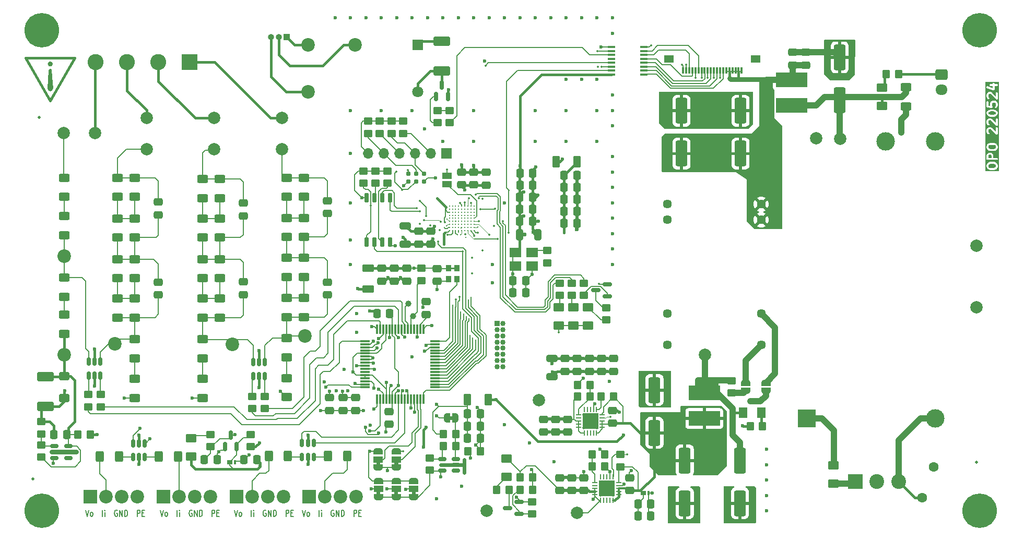
<source format=gbr>
%TF.GenerationSoftware,KiCad,Pcbnew,8.0.1*%
%TF.CreationDate,2024-06-09T19:14:09+02:00*%
%TF.ProjectId,daqIONA,64617149-4f4e-4412-9e6b-696361645f70,rev?*%
%TF.SameCoordinates,Original*%
%TF.FileFunction,Copper,L1,Top*%
%TF.FilePolarity,Positive*%
%FSLAX46Y46*%
G04 Gerber Fmt 4.6, Leading zero omitted, Abs format (unit mm)*
G04 Created by KiCad (PCBNEW 8.0.1) date 2024-06-09 19:14:09*
%MOMM*%
%LPD*%
G01*
G04 APERTURE LIST*
G04 Aperture macros list*
%AMRoundRect*
0 Rectangle with rounded corners*
0 $1 Rounding radius*
0 $2 $3 $4 $5 $6 $7 $8 $9 X,Y pos of 4 corners*
0 Add a 4 corners polygon primitive as box body*
4,1,4,$2,$3,$4,$5,$6,$7,$8,$9,$2,$3,0*
0 Add four circle primitives for the rounded corners*
1,1,$1+$1,$2,$3*
1,1,$1+$1,$4,$5*
1,1,$1+$1,$6,$7*
1,1,$1+$1,$8,$9*
0 Add four rect primitives between the rounded corners*
20,1,$1+$1,$2,$3,$4,$5,0*
20,1,$1+$1,$4,$5,$6,$7,0*
20,1,$1+$1,$6,$7,$8,$9,0*
20,1,$1+$1,$8,$9,$2,$3,0*%
%AMFreePoly0*
4,1,19,0.550000,-0.750000,0.000000,-0.750000,0.000000,-0.744911,-0.071157,-0.744911,-0.207708,-0.704816,-0.327430,-0.627875,-0.420627,-0.520320,-0.479746,-0.390866,-0.500000,-0.250000,-0.500000,0.250000,-0.479746,0.390866,-0.420627,0.520320,-0.327430,0.627875,-0.207708,0.704816,-0.071157,0.744911,0.000000,0.744911,0.000000,0.750000,0.550000,0.750000,0.550000,-0.750000,0.550000,-0.750000,
$1*%
%AMFreePoly1*
4,1,19,0.000000,0.744911,0.071157,0.744911,0.207708,0.704816,0.327430,0.627875,0.420627,0.520320,0.479746,0.390866,0.500000,0.250000,0.500000,-0.250000,0.479746,-0.390866,0.420627,-0.520320,0.327430,-0.627875,0.207708,-0.704816,0.071157,-0.744911,0.000000,-0.744911,0.000000,-0.750000,-0.550000,-0.750000,-0.550000,0.750000,0.000000,0.750000,0.000000,0.744911,0.000000,0.744911,
$1*%
%AMFreePoly2*
4,1,19,0.500000,-0.750000,0.000000,-0.750000,0.000000,-0.744911,-0.071157,-0.744911,-0.207708,-0.704816,-0.327430,-0.627875,-0.420627,-0.520320,-0.479746,-0.390866,-0.500000,-0.250000,-0.500000,0.250000,-0.479746,0.390866,-0.420627,0.520320,-0.327430,0.627875,-0.207708,0.704816,-0.071157,0.744911,0.000000,0.744911,0.000000,0.750000,0.500000,0.750000,0.500000,-0.750000,0.500000,-0.750000,
$1*%
%AMFreePoly3*
4,1,19,0.000000,0.744911,0.071157,0.744911,0.207708,0.704816,0.327430,0.627875,0.420627,0.520320,0.479746,0.390866,0.500000,0.250000,0.500000,-0.250000,0.479746,-0.390866,0.420627,-0.520320,0.327430,-0.627875,0.207708,-0.704816,0.071157,-0.744911,0.000000,-0.744911,0.000000,-0.750000,-0.500000,-0.750000,-0.500000,0.750000,0.000000,0.750000,0.000000,0.744911,0.000000,0.744911,
$1*%
G04 Aperture macros list end*
%ADD10C,0.150000*%
%TA.AperFunction,NonConductor*%
%ADD11C,0.150000*%
%TD*%
%ADD12C,0.300000*%
%TA.AperFunction,EtchedComponent*%
%ADD13C,0.000000*%
%TD*%
%TA.AperFunction,EtchedComponent*%
%ADD14C,0.381000*%
%TD*%
%TA.AperFunction,EtchedComponent*%
%ADD15C,0.200000*%
%TD*%
%TA.AperFunction,EtchedComponent*%
%ADD16C,0.400000*%
%TD*%
%TA.AperFunction,EtchedComponent*%
%ADD17C,0.250000*%
%TD*%
%TA.AperFunction,EtchedComponent*%
%ADD18C,0.450000*%
%TD*%
%TA.AperFunction,SMDPad,CuDef*%
%ADD19RoundRect,0.250000X-0.450000X0.350000X-0.450000X-0.350000X0.450000X-0.350000X0.450000X0.350000X0*%
%TD*%
%TA.AperFunction,SMDPad,CuDef*%
%ADD20RoundRect,0.250000X-0.362500X-0.700000X0.362500X-0.700000X0.362500X0.700000X-0.362500X0.700000X0*%
%TD*%
%TA.AperFunction,SMDPad,CuDef*%
%ADD21RoundRect,0.250000X-0.337500X-0.475000X0.337500X-0.475000X0.337500X0.475000X-0.337500X0.475000X0*%
%TD*%
%TA.AperFunction,SMDPad,CuDef*%
%ADD22RoundRect,0.250000X-0.350000X-0.450000X0.350000X-0.450000X0.350000X0.450000X-0.350000X0.450000X0*%
%TD*%
%TA.AperFunction,ComponentPad*%
%ADD23C,2.200000*%
%TD*%
%TA.AperFunction,SMDPad,CuDef*%
%ADD24RoundRect,0.250000X0.475000X-0.337500X0.475000X0.337500X-0.475000X0.337500X-0.475000X-0.337500X0*%
%TD*%
%TA.AperFunction,SMDPad,CuDef*%
%ADD25FreePoly0,90.000000*%
%TD*%
%TA.AperFunction,SMDPad,CuDef*%
%ADD26R,1.500000X1.000000*%
%TD*%
%TA.AperFunction,SMDPad,CuDef*%
%ADD27FreePoly1,90.000000*%
%TD*%
%TA.AperFunction,SMDPad,CuDef*%
%ADD28RoundRect,0.250001X-0.624999X0.462499X-0.624999X-0.462499X0.624999X-0.462499X0.624999X0.462499X0*%
%TD*%
%TA.AperFunction,SMDPad,CuDef*%
%ADD29RoundRect,0.250000X-0.625000X0.400000X-0.625000X-0.400000X0.625000X-0.400000X0.625000X0.400000X0*%
%TD*%
%TA.AperFunction,SMDPad,CuDef*%
%ADD30RoundRect,0.250000X-0.400000X-0.625000X0.400000X-0.625000X0.400000X0.625000X-0.400000X0.625000X0*%
%TD*%
%TA.AperFunction,ComponentPad*%
%ADD31R,2.200000X2.200000*%
%TD*%
%TA.AperFunction,ComponentPad*%
%ADD32O,2.200000X2.200000*%
%TD*%
%TA.AperFunction,SMDPad,CuDef*%
%ADD33RoundRect,0.250000X0.650000X-0.325000X0.650000X0.325000X-0.650000X0.325000X-0.650000X-0.325000X0*%
%TD*%
%TA.AperFunction,ComponentPad*%
%ADD34C,2.000000*%
%TD*%
%TA.AperFunction,SMDPad,CuDef*%
%ADD35RoundRect,0.250000X-0.475000X0.337500X-0.475000X-0.337500X0.475000X-0.337500X0.475000X0.337500X0*%
%TD*%
%TA.AperFunction,SMDPad,CuDef*%
%ADD36RoundRect,0.150000X0.587500X0.150000X-0.587500X0.150000X-0.587500X-0.150000X0.587500X-0.150000X0*%
%TD*%
%TA.AperFunction,ComponentPad*%
%ADD37C,5.600000*%
%TD*%
%TA.AperFunction,SMDPad,CuDef*%
%ADD38R,1.950000X1.650000*%
%TD*%
%TA.AperFunction,ConnectorPad*%
%ADD39C,0.787400*%
%TD*%
%TA.AperFunction,SMDPad,CuDef*%
%ADD40RoundRect,0.250000X0.700000X-0.362500X0.700000X0.362500X-0.700000X0.362500X-0.700000X-0.362500X0*%
%TD*%
%TA.AperFunction,SMDPad,CuDef*%
%ADD41RoundRect,0.250000X0.450000X-0.350000X0.450000X0.350000X-0.450000X0.350000X-0.450000X-0.350000X0*%
%TD*%
%TA.AperFunction,SMDPad,CuDef*%
%ADD42C,1.000000*%
%TD*%
%TA.AperFunction,SMDPad,CuDef*%
%ADD43C,0.500000*%
%TD*%
%TA.AperFunction,SMDPad,CuDef*%
%ADD44RoundRect,0.250000X0.350000X0.450000X-0.350000X0.450000X-0.350000X-0.450000X0.350000X-0.450000X0*%
%TD*%
%TA.AperFunction,SMDPad,CuDef*%
%ADD45RoundRect,0.150000X0.150000X-0.512500X0.150000X0.512500X-0.150000X0.512500X-0.150000X-0.512500X0*%
%TD*%
%TA.AperFunction,SMDPad,CuDef*%
%ADD46R,1.200000X0.400000*%
%TD*%
%TA.AperFunction,SMDPad,CuDef*%
%ADD47RoundRect,0.250000X0.400000X0.625000X-0.400000X0.625000X-0.400000X-0.625000X0.400000X-0.625000X0*%
%TD*%
%TA.AperFunction,SMDPad,CuDef*%
%ADD48RoundRect,0.250000X0.700000X-1.825000X0.700000X1.825000X-0.700000X1.825000X-0.700000X-1.825000X0*%
%TD*%
%TA.AperFunction,SMDPad,CuDef*%
%ADD49RoundRect,0.250000X0.337500X0.475000X-0.337500X0.475000X-0.337500X-0.475000X0.337500X-0.475000X0*%
%TD*%
%TA.AperFunction,SMDPad,CuDef*%
%ADD50RoundRect,0.150000X0.150000X-0.587500X0.150000X0.587500X-0.150000X0.587500X-0.150000X-0.587500X0*%
%TD*%
%TA.AperFunction,SMDPad,CuDef*%
%ADD51RoundRect,0.250000X-1.100000X0.500000X-1.100000X-0.500000X1.100000X-0.500000X1.100000X0.500000X0*%
%TD*%
%TA.AperFunction,SMDPad,CuDef*%
%ADD52RoundRect,0.250000X-0.600000X0.400000X-0.600000X-0.400000X0.600000X-0.400000X0.600000X0.400000X0*%
%TD*%
%TA.AperFunction,SMDPad,CuDef*%
%ADD53RoundRect,0.250000X-0.650000X0.325000X-0.650000X-0.325000X0.650000X-0.325000X0.650000X0.325000X0*%
%TD*%
%TA.AperFunction,SMDPad,CuDef*%
%ADD54RoundRect,0.150000X-0.150000X0.512500X-0.150000X-0.512500X0.150000X-0.512500X0.150000X0.512500X0*%
%TD*%
%TA.AperFunction,ComponentPad*%
%ADD55R,2.600000X2.600000*%
%TD*%
%TA.AperFunction,ComponentPad*%
%ADD56C,2.600000*%
%TD*%
%TA.AperFunction,ComponentPad*%
%ADD57C,1.600000*%
%TD*%
%TA.AperFunction,SMDPad,CuDef*%
%ADD58R,0.900000X1.100000*%
%TD*%
%TA.AperFunction,SMDPad,CuDef*%
%ADD59R,5.100000X2.350000*%
%TD*%
%TA.AperFunction,ComponentPad*%
%ADD60R,1.000000X1.000000*%
%TD*%
%TA.AperFunction,ComponentPad*%
%ADD61O,1.000000X1.000000*%
%TD*%
%TA.AperFunction,ComponentPad*%
%ADD62R,3.000000X3.000000*%
%TD*%
%TA.AperFunction,ComponentPad*%
%ADD63C,3.000000*%
%TD*%
%TA.AperFunction,SMDPad,CuDef*%
%ADD64RoundRect,0.062500X0.062500X-0.362500X0.062500X0.362500X-0.062500X0.362500X-0.062500X-0.362500X0*%
%TD*%
%TA.AperFunction,SMDPad,CuDef*%
%ADD65RoundRect,0.062500X0.362500X-0.062500X0.362500X0.062500X-0.362500X0.062500X-0.362500X-0.062500X0*%
%TD*%
%TA.AperFunction,HeatsinkPad*%
%ADD66C,0.500000*%
%TD*%
%TA.AperFunction,HeatsinkPad*%
%ADD67R,2.600000X2.600000*%
%TD*%
%TA.AperFunction,ComponentPad*%
%ADD68R,0.850000X0.850000*%
%TD*%
%TA.AperFunction,ComponentPad*%
%ADD69O,0.850000X0.850000*%
%TD*%
%TA.AperFunction,SMDPad,CuDef*%
%ADD70RoundRect,0.250001X0.624999X-0.462499X0.624999X0.462499X-0.624999X0.462499X-0.624999X-0.462499X0*%
%TD*%
%TA.AperFunction,SMDPad,CuDef*%
%ADD71RoundRect,0.250000X-0.325000X-0.650000X0.325000X-0.650000X0.325000X0.650000X-0.325000X0.650000X0*%
%TD*%
%TA.AperFunction,SMDPad,CuDef*%
%ADD72FreePoly2,270.000000*%
%TD*%
%TA.AperFunction,SMDPad,CuDef*%
%ADD73FreePoly3,270.000000*%
%TD*%
%TA.AperFunction,ComponentPad*%
%ADD74RoundRect,0.250000X-0.725000X0.600000X-0.725000X-0.600000X0.725000X-0.600000X0.725000X0.600000X0*%
%TD*%
%TA.AperFunction,ComponentPad*%
%ADD75O,1.950000X1.700000*%
%TD*%
%TA.AperFunction,SMDPad,CuDef*%
%ADD76RoundRect,0.250000X-0.700000X1.825000X-0.700000X-1.825000X0.700000X-1.825000X0.700000X1.825000X0*%
%TD*%
%TA.AperFunction,SMDPad,CuDef*%
%ADD77RoundRect,0.150000X0.512500X0.150000X-0.512500X0.150000X-0.512500X-0.150000X0.512500X-0.150000X0*%
%TD*%
%TA.AperFunction,SMDPad,CuDef*%
%ADD78RoundRect,0.075000X0.075000X-0.700000X0.075000X0.700000X-0.075000X0.700000X-0.075000X-0.700000X0*%
%TD*%
%TA.AperFunction,SMDPad,CuDef*%
%ADD79RoundRect,0.075000X0.700000X-0.075000X0.700000X0.075000X-0.700000X0.075000X-0.700000X-0.075000X0*%
%TD*%
%TA.AperFunction,SMDPad,CuDef*%
%ADD80RoundRect,0.250001X0.462499X0.624999X-0.462499X0.624999X-0.462499X-0.624999X0.462499X-0.624999X0*%
%TD*%
%TA.AperFunction,ComponentPad*%
%ADD81R,1.700000X1.700000*%
%TD*%
%TA.AperFunction,ComponentPad*%
%ADD82O,1.700000X1.700000*%
%TD*%
%TA.AperFunction,SMDPad,CuDef*%
%ADD83RoundRect,0.250000X0.625000X-0.400000X0.625000X0.400000X-0.625000X0.400000X-0.625000X-0.400000X0*%
%TD*%
%TA.AperFunction,SMDPad,CuDef*%
%ADD84FreePoly2,180.000000*%
%TD*%
%TA.AperFunction,SMDPad,CuDef*%
%ADD85FreePoly3,180.000000*%
%TD*%
%TA.AperFunction,ComponentPad*%
%ADD86C,1.447800*%
%TD*%
%TA.AperFunction,BGAPad,CuDef*%
%ADD87C,0.200000*%
%TD*%
%TA.AperFunction,SMDPad,CuDef*%
%ADD88RoundRect,0.075000X-0.390000X-0.275000X0.390000X-0.275000X0.390000X0.275000X-0.390000X0.275000X0*%
%TD*%
%TA.AperFunction,SMDPad,CuDef*%
%ADD89RoundRect,0.075000X-0.075000X-0.275000X0.075000X-0.275000X0.075000X0.275000X-0.075000X0.275000X0*%
%TD*%
%TA.AperFunction,SMDPad,CuDef*%
%ADD90RoundRect,0.150000X0.150000X-0.650000X0.150000X0.650000X-0.150000X0.650000X-0.150000X-0.650000X0*%
%TD*%
%TA.AperFunction,SMDPad,CuDef*%
%ADD91R,0.300000X1.000000*%
%TD*%
%TA.AperFunction,SMDPad,CuDef*%
%ADD92R,1.650000X1.300000*%
%TD*%
%TA.AperFunction,ComponentPad*%
%ADD93R,2.400000X2.400000*%
%TD*%
%TA.AperFunction,ComponentPad*%
%ADD94C,2.400000*%
%TD*%
%TA.AperFunction,ComponentPad*%
%ADD95R,1.800000X1.800000*%
%TD*%
%TA.AperFunction,ComponentPad*%
%ADD96C,1.800000*%
%TD*%
%TA.AperFunction,ViaPad*%
%ADD97C,0.600000*%
%TD*%
%TA.AperFunction,ViaPad*%
%ADD98C,0.350000*%
%TD*%
%TA.AperFunction,ViaPad*%
%ADD99C,0.250000*%
%TD*%
%TA.AperFunction,Conductor*%
%ADD100C,0.200000*%
%TD*%
%TA.AperFunction,Conductor*%
%ADD101C,0.400000*%
%TD*%
%TA.AperFunction,Conductor*%
%ADD102C,0.800000*%
%TD*%
%TA.AperFunction,Conductor*%
%ADD103C,0.600000*%
%TD*%
%TA.AperFunction,Conductor*%
%ADD104C,1.000000*%
%TD*%
%TA.AperFunction,Conductor*%
%ADD105C,0.350000*%
%TD*%
%TA.AperFunction,Conductor*%
%ADD106C,0.100000*%
%TD*%
%TA.AperFunction,Conductor*%
%ADD107C,0.500000*%
%TD*%
G04 APERTURE END LIST*
D10*
D11*
X106774874Y-160069819D02*
X107041541Y-161069819D01*
X107041541Y-161069819D02*
X107308207Y-160069819D01*
X107689159Y-161069819D02*
X107612969Y-161022200D01*
X107612969Y-161022200D02*
X107574874Y-160974580D01*
X107574874Y-160974580D02*
X107536778Y-160879342D01*
X107536778Y-160879342D02*
X107536778Y-160593628D01*
X107536778Y-160593628D02*
X107574874Y-160498390D01*
X107574874Y-160498390D02*
X107612969Y-160450771D01*
X107612969Y-160450771D02*
X107689159Y-160403152D01*
X107689159Y-160403152D02*
X107803445Y-160403152D01*
X107803445Y-160403152D02*
X107879636Y-160450771D01*
X107879636Y-160450771D02*
X107917731Y-160498390D01*
X107917731Y-160498390D02*
X107955826Y-160593628D01*
X107955826Y-160593628D02*
X107955826Y-160879342D01*
X107955826Y-160879342D02*
X107917731Y-160974580D01*
X107917731Y-160974580D02*
X107879636Y-161022200D01*
X107879636Y-161022200D02*
X107803445Y-161069819D01*
X107803445Y-161069819D02*
X107689159Y-161069819D01*
X109517732Y-161069819D02*
X109517732Y-160069819D01*
X109898684Y-161069819D02*
X109898684Y-160403152D01*
X109898684Y-160069819D02*
X109860588Y-160117438D01*
X109860588Y-160117438D02*
X109898684Y-160165057D01*
X109898684Y-160165057D02*
X109936779Y-160117438D01*
X109936779Y-160117438D02*
X109898684Y-160069819D01*
X109898684Y-160069819D02*
X109898684Y-160165057D01*
X111917731Y-160117438D02*
X111841541Y-160069819D01*
X111841541Y-160069819D02*
X111727255Y-160069819D01*
X111727255Y-160069819D02*
X111612969Y-160117438D01*
X111612969Y-160117438D02*
X111536779Y-160212676D01*
X111536779Y-160212676D02*
X111498684Y-160307914D01*
X111498684Y-160307914D02*
X111460588Y-160498390D01*
X111460588Y-160498390D02*
X111460588Y-160641247D01*
X111460588Y-160641247D02*
X111498684Y-160831723D01*
X111498684Y-160831723D02*
X111536779Y-160926961D01*
X111536779Y-160926961D02*
X111612969Y-161022200D01*
X111612969Y-161022200D02*
X111727255Y-161069819D01*
X111727255Y-161069819D02*
X111803446Y-161069819D01*
X111803446Y-161069819D02*
X111917731Y-161022200D01*
X111917731Y-161022200D02*
X111955827Y-160974580D01*
X111955827Y-160974580D02*
X111955827Y-160641247D01*
X111955827Y-160641247D02*
X111803446Y-160641247D01*
X112298684Y-161069819D02*
X112298684Y-160069819D01*
X112298684Y-160069819D02*
X112755827Y-161069819D01*
X112755827Y-161069819D02*
X112755827Y-160069819D01*
X113136779Y-161069819D02*
X113136779Y-160069819D01*
X113136779Y-160069819D02*
X113327255Y-160069819D01*
X113327255Y-160069819D02*
X113441541Y-160117438D01*
X113441541Y-160117438D02*
X113517731Y-160212676D01*
X113517731Y-160212676D02*
X113555826Y-160307914D01*
X113555826Y-160307914D02*
X113593922Y-160498390D01*
X113593922Y-160498390D02*
X113593922Y-160641247D01*
X113593922Y-160641247D02*
X113555826Y-160831723D01*
X113555826Y-160831723D02*
X113517731Y-160926961D01*
X113517731Y-160926961D02*
X113441541Y-161022200D01*
X113441541Y-161022200D02*
X113327255Y-161069819D01*
X113327255Y-161069819D02*
X113136779Y-161069819D01*
X115155827Y-161069819D02*
X115155827Y-160069819D01*
X115155827Y-160069819D02*
X115460589Y-160069819D01*
X115460589Y-160069819D02*
X115536779Y-160117438D01*
X115536779Y-160117438D02*
X115574874Y-160165057D01*
X115574874Y-160165057D02*
X115612970Y-160260295D01*
X115612970Y-160260295D02*
X115612970Y-160403152D01*
X115612970Y-160403152D02*
X115574874Y-160498390D01*
X115574874Y-160498390D02*
X115536779Y-160546009D01*
X115536779Y-160546009D02*
X115460589Y-160593628D01*
X115460589Y-160593628D02*
X115155827Y-160593628D01*
X115955827Y-160546009D02*
X116222493Y-160546009D01*
X116336779Y-161069819D02*
X115955827Y-161069819D01*
X115955827Y-161069819D02*
X115955827Y-160069819D01*
X115955827Y-160069819D02*
X116336779Y-160069819D01*
D10*
D11*
X83774874Y-160069819D02*
X84041541Y-161069819D01*
X84041541Y-161069819D02*
X84308207Y-160069819D01*
X84689159Y-161069819D02*
X84612969Y-161022200D01*
X84612969Y-161022200D02*
X84574874Y-160974580D01*
X84574874Y-160974580D02*
X84536778Y-160879342D01*
X84536778Y-160879342D02*
X84536778Y-160593628D01*
X84536778Y-160593628D02*
X84574874Y-160498390D01*
X84574874Y-160498390D02*
X84612969Y-160450771D01*
X84612969Y-160450771D02*
X84689159Y-160403152D01*
X84689159Y-160403152D02*
X84803445Y-160403152D01*
X84803445Y-160403152D02*
X84879636Y-160450771D01*
X84879636Y-160450771D02*
X84917731Y-160498390D01*
X84917731Y-160498390D02*
X84955826Y-160593628D01*
X84955826Y-160593628D02*
X84955826Y-160879342D01*
X84955826Y-160879342D02*
X84917731Y-160974580D01*
X84917731Y-160974580D02*
X84879636Y-161022200D01*
X84879636Y-161022200D02*
X84803445Y-161069819D01*
X84803445Y-161069819D02*
X84689159Y-161069819D01*
X86517732Y-161069819D02*
X86517732Y-160069819D01*
X86898684Y-161069819D02*
X86898684Y-160403152D01*
X86898684Y-160069819D02*
X86860588Y-160117438D01*
X86860588Y-160117438D02*
X86898684Y-160165057D01*
X86898684Y-160165057D02*
X86936779Y-160117438D01*
X86936779Y-160117438D02*
X86898684Y-160069819D01*
X86898684Y-160069819D02*
X86898684Y-160165057D01*
X88917731Y-160117438D02*
X88841541Y-160069819D01*
X88841541Y-160069819D02*
X88727255Y-160069819D01*
X88727255Y-160069819D02*
X88612969Y-160117438D01*
X88612969Y-160117438D02*
X88536779Y-160212676D01*
X88536779Y-160212676D02*
X88498684Y-160307914D01*
X88498684Y-160307914D02*
X88460588Y-160498390D01*
X88460588Y-160498390D02*
X88460588Y-160641247D01*
X88460588Y-160641247D02*
X88498684Y-160831723D01*
X88498684Y-160831723D02*
X88536779Y-160926961D01*
X88536779Y-160926961D02*
X88612969Y-161022200D01*
X88612969Y-161022200D02*
X88727255Y-161069819D01*
X88727255Y-161069819D02*
X88803446Y-161069819D01*
X88803446Y-161069819D02*
X88917731Y-161022200D01*
X88917731Y-161022200D02*
X88955827Y-160974580D01*
X88955827Y-160974580D02*
X88955827Y-160641247D01*
X88955827Y-160641247D02*
X88803446Y-160641247D01*
X89298684Y-161069819D02*
X89298684Y-160069819D01*
X89298684Y-160069819D02*
X89755827Y-161069819D01*
X89755827Y-161069819D02*
X89755827Y-160069819D01*
X90136779Y-161069819D02*
X90136779Y-160069819D01*
X90136779Y-160069819D02*
X90327255Y-160069819D01*
X90327255Y-160069819D02*
X90441541Y-160117438D01*
X90441541Y-160117438D02*
X90517731Y-160212676D01*
X90517731Y-160212676D02*
X90555826Y-160307914D01*
X90555826Y-160307914D02*
X90593922Y-160498390D01*
X90593922Y-160498390D02*
X90593922Y-160641247D01*
X90593922Y-160641247D02*
X90555826Y-160831723D01*
X90555826Y-160831723D02*
X90517731Y-160926961D01*
X90517731Y-160926961D02*
X90441541Y-161022200D01*
X90441541Y-161022200D02*
X90327255Y-161069819D01*
X90327255Y-161069819D02*
X90136779Y-161069819D01*
X92155827Y-161069819D02*
X92155827Y-160069819D01*
X92155827Y-160069819D02*
X92460589Y-160069819D01*
X92460589Y-160069819D02*
X92536779Y-160117438D01*
X92536779Y-160117438D02*
X92574874Y-160165057D01*
X92574874Y-160165057D02*
X92612970Y-160260295D01*
X92612970Y-160260295D02*
X92612970Y-160403152D01*
X92612970Y-160403152D02*
X92574874Y-160498390D01*
X92574874Y-160498390D02*
X92536779Y-160546009D01*
X92536779Y-160546009D02*
X92460589Y-160593628D01*
X92460589Y-160593628D02*
X92155827Y-160593628D01*
X92955827Y-160546009D02*
X93222493Y-160546009D01*
X93336779Y-161069819D02*
X92955827Y-161069819D01*
X92955827Y-161069819D02*
X92955827Y-160069819D01*
X92955827Y-160069819D02*
X93336779Y-160069819D01*
D10*
D11*
X71654874Y-160069819D02*
X71921541Y-161069819D01*
X71921541Y-161069819D02*
X72188207Y-160069819D01*
X72569159Y-161069819D02*
X72492969Y-161022200D01*
X72492969Y-161022200D02*
X72454874Y-160974580D01*
X72454874Y-160974580D02*
X72416778Y-160879342D01*
X72416778Y-160879342D02*
X72416778Y-160593628D01*
X72416778Y-160593628D02*
X72454874Y-160498390D01*
X72454874Y-160498390D02*
X72492969Y-160450771D01*
X72492969Y-160450771D02*
X72569159Y-160403152D01*
X72569159Y-160403152D02*
X72683445Y-160403152D01*
X72683445Y-160403152D02*
X72759636Y-160450771D01*
X72759636Y-160450771D02*
X72797731Y-160498390D01*
X72797731Y-160498390D02*
X72835826Y-160593628D01*
X72835826Y-160593628D02*
X72835826Y-160879342D01*
X72835826Y-160879342D02*
X72797731Y-160974580D01*
X72797731Y-160974580D02*
X72759636Y-161022200D01*
X72759636Y-161022200D02*
X72683445Y-161069819D01*
X72683445Y-161069819D02*
X72569159Y-161069819D01*
X74397732Y-161069819D02*
X74397732Y-160069819D01*
X74778684Y-161069819D02*
X74778684Y-160403152D01*
X74778684Y-160069819D02*
X74740588Y-160117438D01*
X74740588Y-160117438D02*
X74778684Y-160165057D01*
X74778684Y-160165057D02*
X74816779Y-160117438D01*
X74816779Y-160117438D02*
X74778684Y-160069819D01*
X74778684Y-160069819D02*
X74778684Y-160165057D01*
X76797731Y-160117438D02*
X76721541Y-160069819D01*
X76721541Y-160069819D02*
X76607255Y-160069819D01*
X76607255Y-160069819D02*
X76492969Y-160117438D01*
X76492969Y-160117438D02*
X76416779Y-160212676D01*
X76416779Y-160212676D02*
X76378684Y-160307914D01*
X76378684Y-160307914D02*
X76340588Y-160498390D01*
X76340588Y-160498390D02*
X76340588Y-160641247D01*
X76340588Y-160641247D02*
X76378684Y-160831723D01*
X76378684Y-160831723D02*
X76416779Y-160926961D01*
X76416779Y-160926961D02*
X76492969Y-161022200D01*
X76492969Y-161022200D02*
X76607255Y-161069819D01*
X76607255Y-161069819D02*
X76683446Y-161069819D01*
X76683446Y-161069819D02*
X76797731Y-161022200D01*
X76797731Y-161022200D02*
X76835827Y-160974580D01*
X76835827Y-160974580D02*
X76835827Y-160641247D01*
X76835827Y-160641247D02*
X76683446Y-160641247D01*
X77178684Y-161069819D02*
X77178684Y-160069819D01*
X77178684Y-160069819D02*
X77635827Y-161069819D01*
X77635827Y-161069819D02*
X77635827Y-160069819D01*
X78016779Y-161069819D02*
X78016779Y-160069819D01*
X78016779Y-160069819D02*
X78207255Y-160069819D01*
X78207255Y-160069819D02*
X78321541Y-160117438D01*
X78321541Y-160117438D02*
X78397731Y-160212676D01*
X78397731Y-160212676D02*
X78435826Y-160307914D01*
X78435826Y-160307914D02*
X78473922Y-160498390D01*
X78473922Y-160498390D02*
X78473922Y-160641247D01*
X78473922Y-160641247D02*
X78435826Y-160831723D01*
X78435826Y-160831723D02*
X78397731Y-160926961D01*
X78397731Y-160926961D02*
X78321541Y-161022200D01*
X78321541Y-161022200D02*
X78207255Y-161069819D01*
X78207255Y-161069819D02*
X78016779Y-161069819D01*
X80035827Y-161069819D02*
X80035827Y-160069819D01*
X80035827Y-160069819D02*
X80340589Y-160069819D01*
X80340589Y-160069819D02*
X80416779Y-160117438D01*
X80416779Y-160117438D02*
X80454874Y-160165057D01*
X80454874Y-160165057D02*
X80492970Y-160260295D01*
X80492970Y-160260295D02*
X80492970Y-160403152D01*
X80492970Y-160403152D02*
X80454874Y-160498390D01*
X80454874Y-160498390D02*
X80416779Y-160546009D01*
X80416779Y-160546009D02*
X80340589Y-160593628D01*
X80340589Y-160593628D02*
X80035827Y-160593628D01*
X80835827Y-160546009D02*
X81102493Y-160546009D01*
X81216779Y-161069819D02*
X80835827Y-161069819D01*
X80835827Y-161069819D02*
X80835827Y-160069819D01*
X80835827Y-160069819D02*
X81216779Y-160069819D01*
D12*
G36*
X219107687Y-103920953D02*
G01*
X219203716Y-104014617D01*
X219251119Y-104105917D01*
X219253086Y-104320914D01*
X219210229Y-104410001D01*
X219113094Y-104509586D01*
X218891959Y-104566965D01*
X218429263Y-104569484D01*
X218193968Y-104512881D01*
X218097941Y-104419217D01*
X218050536Y-104327915D01*
X218048569Y-104112919D01*
X218091426Y-104023835D01*
X218188561Y-103924248D01*
X218409697Y-103866868D01*
X218872391Y-103864349D01*
X219107687Y-103920953D01*
G37*
G36*
X218451581Y-102407769D02*
G01*
X218490245Y-102444759D01*
X218536693Y-102534219D01*
X218538571Y-102925684D01*
X218050120Y-102926605D01*
X218048275Y-102542100D01*
X218091680Y-102451878D01*
X218128671Y-102413212D01*
X218218568Y-102366538D01*
X218362339Y-102364836D01*
X218451581Y-102407769D01*
G37*
G36*
X219107687Y-100849524D02*
G01*
X219203716Y-100943188D01*
X219251119Y-101034488D01*
X219253086Y-101249485D01*
X219210229Y-101338572D01*
X219113094Y-101438157D01*
X218891959Y-101495536D01*
X218429263Y-101498055D01*
X218193968Y-101441452D01*
X218097941Y-101347788D01*
X218050536Y-101256486D01*
X218048569Y-101041490D01*
X218091426Y-100952406D01*
X218188561Y-100852819D01*
X218409697Y-100795439D01*
X218872391Y-100792920D01*
X219107687Y-100849524D01*
G37*
G36*
X219053335Y-95425061D02*
G01*
X219165866Y-95479198D01*
X219204532Y-95516189D01*
X219251369Y-95606399D01*
X219252586Y-95679096D01*
X219209975Y-95767672D01*
X219172987Y-95806333D01*
X219071649Y-95858949D01*
X218820460Y-95924126D01*
X218500223Y-95926515D01*
X218248320Y-95865916D01*
X218135789Y-95811779D01*
X218097125Y-95774789D01*
X218050286Y-95684577D01*
X218049069Y-95611880D01*
X218091679Y-95523307D01*
X218128671Y-95484642D01*
X218230005Y-95432028D01*
X218481196Y-95366850D01*
X218801431Y-95364461D01*
X219053335Y-95425061D01*
G37*
G36*
X219717495Y-105033584D02*
G01*
X217513911Y-105033584D01*
X217513911Y-104074060D01*
X217750828Y-104074060D01*
X217753236Y-104337319D01*
X217752006Y-104341012D01*
X217753457Y-104361441D01*
X217753710Y-104389038D01*
X217755771Y-104394015D01*
X217756154Y-104399393D01*
X217766664Y-104426856D01*
X217840673Y-104569398D01*
X217847536Y-104585967D01*
X217852271Y-104591737D01*
X217853758Y-104594600D01*
X217856751Y-104597196D01*
X217866191Y-104608698D01*
X217999473Y-104738700D01*
X218004017Y-104746273D01*
X218017414Y-104756199D01*
X218031778Y-104770210D01*
X218042083Y-104774478D01*
X218051043Y-104781117D01*
X218078734Y-104791010D01*
X218356702Y-104857878D01*
X218371564Y-104864035D01*
X218389729Y-104865823D01*
X218393537Y-104866740D01*
X218395724Y-104866414D01*
X218400828Y-104866917D01*
X218891359Y-104864245D01*
X218908119Y-104866740D01*
X218926268Y-104864055D01*
X218930092Y-104864035D01*
X218932136Y-104863187D01*
X218937208Y-104862438D01*
X219206331Y-104792607D01*
X219215804Y-104792607D01*
X219231689Y-104786027D01*
X219250613Y-104781117D01*
X219259573Y-104774477D01*
X219269877Y-104770210D01*
X219292608Y-104751555D01*
X219433634Y-104606971D01*
X219447900Y-104594599D01*
X219451898Y-104588246D01*
X219454121Y-104585968D01*
X219455638Y-104582305D01*
X219463564Y-104569713D01*
X219523470Y-104445187D01*
X219525548Y-104443110D01*
X219532226Y-104426987D01*
X219545502Y-104399392D01*
X219545883Y-104394016D01*
X219547946Y-104389038D01*
X219550828Y-104359774D01*
X219548419Y-104096514D01*
X219549650Y-104092822D01*
X219548198Y-104072393D01*
X219547946Y-104044796D01*
X219545883Y-104039817D01*
X219545502Y-104034442D01*
X219534992Y-104006979D01*
X219460987Y-103864444D01*
X219454121Y-103847867D01*
X219449382Y-103842093D01*
X219447899Y-103839236D01*
X219444909Y-103836643D01*
X219435466Y-103825137D01*
X219302183Y-103695135D01*
X219297639Y-103687562D01*
X219284238Y-103677632D01*
X219269877Y-103663625D01*
X219259573Y-103659357D01*
X219250613Y-103652718D01*
X219222922Y-103642825D01*
X218944954Y-103575955D01*
X218930092Y-103569799D01*
X218911926Y-103568010D01*
X218908119Y-103567094D01*
X218905931Y-103567419D01*
X218900828Y-103566917D01*
X218410295Y-103569588D01*
X218393536Y-103567094D01*
X218375386Y-103569778D01*
X218371564Y-103569799D01*
X218369519Y-103570645D01*
X218364447Y-103571396D01*
X218095323Y-103641228D01*
X218085851Y-103641228D01*
X218069965Y-103647807D01*
X218051042Y-103652718D01*
X218042081Y-103659357D01*
X218031778Y-103663625D01*
X218009048Y-103682280D01*
X217868026Y-103826860D01*
X217853758Y-103839235D01*
X217849757Y-103845590D01*
X217847536Y-103847868D01*
X217846020Y-103851527D01*
X217838093Y-103864121D01*
X217778186Y-103988645D01*
X217776108Y-103990724D01*
X217769426Y-104006855D01*
X217756155Y-104034441D01*
X217755773Y-104039815D01*
X217753710Y-104044796D01*
X217750828Y-104074060D01*
X217513911Y-104074060D01*
X217513911Y-102502631D01*
X217750828Y-102502631D01*
X217753710Y-103103324D01*
X217776108Y-103157396D01*
X217817492Y-103198780D01*
X217871564Y-103221178D01*
X217900828Y-103224060D01*
X219430092Y-103221178D01*
X219484164Y-103198780D01*
X219525548Y-103157396D01*
X219547946Y-103103324D01*
X219547946Y-103044796D01*
X219525548Y-102990724D01*
X219484164Y-102949340D01*
X219430092Y-102926942D01*
X219400828Y-102924060D01*
X218835827Y-102925124D01*
X218833911Y-102525750D01*
X218835364Y-102521393D01*
X218833783Y-102499151D01*
X218833660Y-102473367D01*
X218831597Y-102468388D01*
X218831216Y-102463013D01*
X218820706Y-102435550D01*
X218746700Y-102293012D01*
X218739835Y-102276439D01*
X218735097Y-102270666D01*
X218733613Y-102267807D01*
X218730621Y-102265212D01*
X218721180Y-102253708D01*
X218646029Y-102181810D01*
X218635653Y-102169846D01*
X218629427Y-102165927D01*
X218627020Y-102163624D01*
X218623360Y-102162108D01*
X218610767Y-102154181D01*
X218486241Y-102094274D01*
X218484164Y-102092197D01*
X218468041Y-102085518D01*
X218440446Y-102072243D01*
X218435070Y-102071861D01*
X218430092Y-102069799D01*
X218400828Y-102066917D01*
X218208594Y-102069191D01*
X218205304Y-102068095D01*
X218186125Y-102069457D01*
X218157278Y-102069799D01*
X218152299Y-102071861D01*
X218146924Y-102072243D01*
X218119461Y-102082753D01*
X217976918Y-102156761D01*
X217960349Y-102163625D01*
X217954578Y-102168360D01*
X217951718Y-102169846D01*
X217949123Y-102172837D01*
X217937618Y-102182280D01*
X217865725Y-102257426D01*
X217853758Y-102267806D01*
X217849837Y-102274034D01*
X217847536Y-102276440D01*
X217846021Y-102280096D01*
X217838093Y-102292692D01*
X217778186Y-102417216D01*
X217776108Y-102419295D01*
X217769426Y-102435426D01*
X217756155Y-102463012D01*
X217755773Y-102468386D01*
X217753710Y-102473367D01*
X217750828Y-102502631D01*
X217513911Y-102502631D01*
X217513911Y-101002631D01*
X217750828Y-101002631D01*
X217753236Y-101265890D01*
X217752006Y-101269583D01*
X217753457Y-101290012D01*
X217753710Y-101317609D01*
X217755771Y-101322586D01*
X217756154Y-101327964D01*
X217766664Y-101355427D01*
X217840673Y-101497969D01*
X217847536Y-101514538D01*
X217852271Y-101520308D01*
X217853758Y-101523171D01*
X217856751Y-101525767D01*
X217866191Y-101537269D01*
X217999473Y-101667271D01*
X218004017Y-101674844D01*
X218017414Y-101684770D01*
X218031778Y-101698781D01*
X218042083Y-101703049D01*
X218051043Y-101709688D01*
X218078734Y-101719581D01*
X218356702Y-101786449D01*
X218371564Y-101792606D01*
X218389729Y-101794394D01*
X218393537Y-101795311D01*
X218395724Y-101794985D01*
X218400828Y-101795488D01*
X218891359Y-101792816D01*
X218908119Y-101795311D01*
X218926268Y-101792626D01*
X218930092Y-101792606D01*
X218932136Y-101791758D01*
X218937208Y-101791009D01*
X219206331Y-101721178D01*
X219215804Y-101721178D01*
X219231689Y-101714598D01*
X219250613Y-101709688D01*
X219259573Y-101703048D01*
X219269877Y-101698781D01*
X219292608Y-101680126D01*
X219433634Y-101535542D01*
X219447900Y-101523170D01*
X219451898Y-101516817D01*
X219454121Y-101514539D01*
X219455638Y-101510876D01*
X219463564Y-101498284D01*
X219523470Y-101373758D01*
X219525548Y-101371681D01*
X219532226Y-101355558D01*
X219545502Y-101327963D01*
X219545883Y-101322587D01*
X219547946Y-101317609D01*
X219550828Y-101288345D01*
X219548419Y-101025085D01*
X219549650Y-101021393D01*
X219548198Y-101000964D01*
X219547946Y-100973367D01*
X219545883Y-100968388D01*
X219545502Y-100963013D01*
X219534992Y-100935550D01*
X219460987Y-100793015D01*
X219454121Y-100776438D01*
X219449382Y-100770664D01*
X219447899Y-100767807D01*
X219444909Y-100765214D01*
X219435466Y-100753708D01*
X219302183Y-100623706D01*
X219297639Y-100616133D01*
X219284238Y-100606203D01*
X219269877Y-100592196D01*
X219259573Y-100587928D01*
X219250613Y-100581289D01*
X219222922Y-100571396D01*
X218944954Y-100504526D01*
X218930092Y-100498370D01*
X218911926Y-100496581D01*
X218908119Y-100495665D01*
X218905931Y-100495990D01*
X218900828Y-100495488D01*
X218410295Y-100498159D01*
X218393536Y-100495665D01*
X218375386Y-100498349D01*
X218371564Y-100498370D01*
X218369519Y-100499216D01*
X218364447Y-100499967D01*
X218095323Y-100569799D01*
X218085851Y-100569799D01*
X218069965Y-100576378D01*
X218051042Y-100581289D01*
X218042081Y-100587928D01*
X218031778Y-100592196D01*
X218009048Y-100610851D01*
X217868026Y-100755431D01*
X217853758Y-100767806D01*
X217849757Y-100774161D01*
X217847536Y-100776439D01*
X217846020Y-100780098D01*
X217838093Y-100792692D01*
X217778186Y-100917216D01*
X217776108Y-100919295D01*
X217769426Y-100935426D01*
X217756155Y-100963012D01*
X217755773Y-100968386D01*
X217753710Y-100973367D01*
X217750828Y-101002631D01*
X217513911Y-101002631D01*
X217513911Y-98359774D01*
X217750828Y-98359774D01*
X217753322Y-98694206D01*
X217752006Y-98698156D01*
X217753509Y-98719313D01*
X217753710Y-98746181D01*
X217755773Y-98751161D01*
X217756155Y-98756536D01*
X217766664Y-98783999D01*
X217840673Y-98926541D01*
X217847536Y-98943109D01*
X217852271Y-98948879D01*
X217853758Y-98951742D01*
X217856751Y-98954338D01*
X217866191Y-98965840D01*
X217960349Y-99055923D01*
X218014422Y-99078319D01*
X218072948Y-99078319D01*
X218127020Y-99055923D01*
X218168406Y-99014537D01*
X218190802Y-98960465D01*
X218190802Y-98901939D01*
X218168406Y-98847866D01*
X218149751Y-98825136D01*
X218097126Y-98774789D01*
X218050591Y-98685163D01*
X218048455Y-98398869D01*
X218091680Y-98309021D01*
X218128671Y-98270355D01*
X218218882Y-98223517D01*
X218300035Y-98222158D01*
X218459479Y-98273313D01*
X219317492Y-99127352D01*
X219355727Y-99143188D01*
X219371564Y-99149749D01*
X219371565Y-99149749D01*
X219430091Y-99149749D01*
X219430092Y-99149749D01*
X219452489Y-99140471D01*
X219484163Y-99127352D01*
X219525549Y-99085966D01*
X219547946Y-99031894D01*
X219550828Y-99002631D01*
X219547946Y-98044795D01*
X219525548Y-97990723D01*
X219484164Y-97949339D01*
X219430092Y-97926941D01*
X219371564Y-97926941D01*
X219317492Y-97949339D01*
X219276108Y-97990723D01*
X219253710Y-98044795D01*
X219250828Y-98074059D01*
X219252541Y-98643390D01*
X218664419Y-98057993D01*
X218662184Y-98053522D01*
X218644641Y-98038307D01*
X218627020Y-98020767D01*
X218622040Y-98018704D01*
X218617970Y-98015174D01*
X218591119Y-98003186D01*
X218376499Y-97934328D01*
X218358664Y-97926941D01*
X218351172Y-97926203D01*
X218348161Y-97925237D01*
X218344211Y-97925517D01*
X218329400Y-97924059D01*
X218207873Y-97926093D01*
X218205303Y-97925237D01*
X218188738Y-97926414D01*
X218157278Y-97926941D01*
X218152297Y-97929004D01*
X218146923Y-97929386D01*
X218119459Y-97939895D01*
X217976911Y-98013907D01*
X217960349Y-98020768D01*
X217954580Y-98025502D01*
X217951717Y-98026989D01*
X217949119Y-98029983D01*
X217937618Y-98039423D01*
X217865725Y-98114569D01*
X217853758Y-98124949D01*
X217849837Y-98131177D01*
X217847536Y-98133583D01*
X217846021Y-98137239D01*
X217838093Y-98149835D01*
X217778186Y-98274359D01*
X217776108Y-98276438D01*
X217769426Y-98292569D01*
X217756155Y-98320155D01*
X217755773Y-98325529D01*
X217753710Y-98330510D01*
X217750828Y-98359774D01*
X217513911Y-98359774D01*
X217513911Y-96931203D01*
X217750828Y-96931203D01*
X217753322Y-97265635D01*
X217752006Y-97269585D01*
X217753509Y-97290742D01*
X217753710Y-97317610D01*
X217755773Y-97322590D01*
X217756155Y-97327965D01*
X217766664Y-97355428D01*
X217840673Y-97497970D01*
X217847536Y-97514538D01*
X217852271Y-97520308D01*
X217853758Y-97523171D01*
X217856751Y-97525767D01*
X217866191Y-97537269D01*
X217960349Y-97627352D01*
X218014422Y-97649748D01*
X218072948Y-97649748D01*
X218127020Y-97627352D01*
X218168406Y-97585966D01*
X218190802Y-97531894D01*
X218190802Y-97473368D01*
X218168406Y-97419295D01*
X218149751Y-97396565D01*
X218097126Y-97346218D01*
X218050591Y-97256592D01*
X218048455Y-96970298D01*
X218091680Y-96880450D01*
X218128671Y-96841784D01*
X218218882Y-96794946D01*
X218300035Y-96793587D01*
X218459479Y-96844742D01*
X219317492Y-97698781D01*
X219355727Y-97714617D01*
X219371564Y-97721178D01*
X219371565Y-97721178D01*
X219430091Y-97721178D01*
X219430092Y-97721178D01*
X219452489Y-97711900D01*
X219484163Y-97698781D01*
X219525549Y-97657395D01*
X219547946Y-97603323D01*
X219550828Y-97574060D01*
X219547946Y-96616224D01*
X219525548Y-96562152D01*
X219484164Y-96520768D01*
X219430092Y-96498370D01*
X219371564Y-96498370D01*
X219317492Y-96520768D01*
X219276108Y-96562152D01*
X219253710Y-96616224D01*
X219250828Y-96645488D01*
X219252541Y-97214819D01*
X218664419Y-96629422D01*
X218662184Y-96624951D01*
X218644641Y-96609736D01*
X218627020Y-96592196D01*
X218622040Y-96590133D01*
X218617970Y-96586603D01*
X218591119Y-96574615D01*
X218376499Y-96505757D01*
X218358664Y-96498370D01*
X218351172Y-96497632D01*
X218348161Y-96496666D01*
X218344211Y-96496946D01*
X218329400Y-96495488D01*
X218207873Y-96497522D01*
X218205303Y-96496666D01*
X218188738Y-96497843D01*
X218157278Y-96498370D01*
X218152297Y-96500433D01*
X218146923Y-96500815D01*
X218119459Y-96511324D01*
X217976911Y-96585336D01*
X217960349Y-96592197D01*
X217954580Y-96596931D01*
X217951717Y-96598418D01*
X217949119Y-96601412D01*
X217937618Y-96610852D01*
X217865725Y-96685998D01*
X217853758Y-96696378D01*
X217849837Y-96702606D01*
X217847536Y-96705012D01*
X217846021Y-96708668D01*
X217838093Y-96721264D01*
X217778186Y-96845788D01*
X217776108Y-96847867D01*
X217769426Y-96863998D01*
X217756155Y-96891584D01*
X217755773Y-96896958D01*
X217753710Y-96901939D01*
X217750828Y-96931203D01*
X217513911Y-96931203D01*
X217513911Y-95574060D01*
X217750828Y-95574060D01*
X217752862Y-95695584D01*
X217752006Y-95698155D01*
X217753183Y-95714724D01*
X217753710Y-95746181D01*
X217755771Y-95751158D01*
X217756154Y-95756536D01*
X217766664Y-95783999D01*
X217840673Y-95926541D01*
X217847536Y-95943110D01*
X217852271Y-95948880D01*
X217853758Y-95951743D01*
X217856751Y-95954339D01*
X217866191Y-95965841D01*
X217941343Y-96037740D01*
X217951717Y-96049702D01*
X217957939Y-96053619D01*
X217960349Y-96055924D01*
X217964011Y-96057440D01*
X217976603Y-96065367D01*
X218112010Y-96130509D01*
X218122471Y-96138260D01*
X218144425Y-96146103D01*
X218146923Y-96147305D01*
X218148003Y-96147381D01*
X218150162Y-96148153D01*
X218428131Y-96215022D01*
X218442993Y-96221178D01*
X218461158Y-96222966D01*
X218464966Y-96223883D01*
X218467153Y-96223557D01*
X218472257Y-96224060D01*
X218820430Y-96221463D01*
X218836691Y-96223883D01*
X218854785Y-96221206D01*
X218858664Y-96221178D01*
X218860708Y-96220330D01*
X218865780Y-96219581D01*
X219140400Y-96148323D01*
X219154733Y-96147305D01*
X219176653Y-96138916D01*
X219179185Y-96138260D01*
X219180055Y-96137615D01*
X219182196Y-96136796D01*
X219324742Y-96062784D01*
X219341305Y-96055924D01*
X219347074Y-96051189D01*
X219349939Y-96049702D01*
X219352536Y-96046707D01*
X219364036Y-96037270D01*
X219435932Y-95962121D01*
X219447900Y-95951742D01*
X219451818Y-95945516D01*
X219454120Y-95943111D01*
X219455635Y-95939452D01*
X219463564Y-95926856D01*
X219523470Y-95802330D01*
X219525548Y-95800253D01*
X219532226Y-95784130D01*
X219545502Y-95756535D01*
X219545883Y-95751159D01*
X219547946Y-95746181D01*
X219550828Y-95716917D01*
X219548793Y-95595392D01*
X219549650Y-95592822D01*
X219548472Y-95576252D01*
X219547946Y-95544796D01*
X219545883Y-95539817D01*
X219545502Y-95534442D01*
X219534992Y-95506979D01*
X219460983Y-95364436D01*
X219454120Y-95347867D01*
X219449384Y-95342096D01*
X219447899Y-95339236D01*
X219444907Y-95336641D01*
X219435465Y-95325136D01*
X219360318Y-95253243D01*
X219349939Y-95241276D01*
X219343710Y-95237355D01*
X219341305Y-95235054D01*
X219337648Y-95233539D01*
X219325053Y-95225611D01*
X219189645Y-95160468D01*
X219179185Y-95152718D01*
X219157230Y-95144874D01*
X219154733Y-95143673D01*
X219153652Y-95143596D01*
X219151494Y-95142825D01*
X218873526Y-95075955D01*
X218858664Y-95069799D01*
X218840498Y-95068010D01*
X218836691Y-95067094D01*
X218834503Y-95067419D01*
X218829400Y-95066917D01*
X218481225Y-95069513D01*
X218464965Y-95067094D01*
X218446870Y-95069770D01*
X218442993Y-95069799D01*
X218440948Y-95070645D01*
X218435876Y-95071396D01*
X218161253Y-95142654D01*
X218146923Y-95143673D01*
X218125001Y-95152061D01*
X218122470Y-95152718D01*
X218121599Y-95153362D01*
X218119459Y-95154182D01*
X217976916Y-95228192D01*
X217960349Y-95235054D01*
X217954577Y-95239790D01*
X217951717Y-95241276D01*
X217949121Y-95244268D01*
X217937619Y-95253709D01*
X217865722Y-95328858D01*
X217853758Y-95339235D01*
X217849839Y-95345460D01*
X217847536Y-95347868D01*
X217846020Y-95351527D01*
X217838093Y-95364121D01*
X217778186Y-95488645D01*
X217776108Y-95490724D01*
X217769426Y-95506855D01*
X217756155Y-95534441D01*
X217755773Y-95539815D01*
X217753710Y-95544796D01*
X217750828Y-95574060D01*
X217513911Y-95574060D01*
X217513911Y-93859775D01*
X217750828Y-93859775D01*
X217753573Y-94568087D01*
X217751528Y-94588541D01*
X217753680Y-94595674D01*
X217753710Y-94603325D01*
X217762101Y-94623584D01*
X217768435Y-94644573D01*
X217773216Y-94650417D01*
X217776108Y-94657397D01*
X217791613Y-94672902D01*
X217805496Y-94689870D01*
X217812151Y-94693440D01*
X217817492Y-94698781D01*
X217837749Y-94707172D01*
X217857071Y-94717537D01*
X217868118Y-94719751D01*
X217871564Y-94721179D01*
X217875238Y-94721179D01*
X217885903Y-94723317D01*
X218579496Y-94789974D01*
X218585852Y-94792607D01*
X218606885Y-94792606D01*
X218629594Y-94794789D01*
X218636828Y-94792606D01*
X218644378Y-94792606D01*
X218664631Y-94784216D01*
X218685626Y-94777882D01*
X218691470Y-94773099D01*
X218698450Y-94770209D01*
X218713956Y-94754701D01*
X218730922Y-94740821D01*
X218734492Y-94734165D01*
X218739835Y-94728823D01*
X218748225Y-94708565D01*
X218758590Y-94689246D01*
X218759341Y-94681729D01*
X218762232Y-94674751D01*
X218762231Y-94652825D01*
X218764413Y-94631009D01*
X218762231Y-94623777D01*
X218762231Y-94616225D01*
X218753840Y-94595968D01*
X218747507Y-94574977D01*
X218742724Y-94569131D01*
X218739834Y-94562153D01*
X218721179Y-94539422D01*
X218668552Y-94489074D01*
X218622020Y-94399452D01*
X218619884Y-94113156D01*
X218663109Y-94023307D01*
X218700099Y-93984643D01*
X218789724Y-93938109D01*
X219076018Y-93935973D01*
X219165866Y-93979198D01*
X219204531Y-94016189D01*
X219251064Y-94105813D01*
X219253200Y-94392108D01*
X219209975Y-94481957D01*
X219133251Y-94562153D01*
X219110853Y-94616225D01*
X219110853Y-94674751D01*
X219133250Y-94728823D01*
X219174635Y-94770209D01*
X219228707Y-94792607D01*
X219287233Y-94792607D01*
X219341305Y-94770210D01*
X219364036Y-94751556D01*
X219435937Y-94676402D01*
X219447899Y-94666028D01*
X219451816Y-94659804D01*
X219454120Y-94657397D01*
X219455635Y-94653737D01*
X219463564Y-94641143D01*
X219523470Y-94516617D01*
X219525548Y-94514540D01*
X219532226Y-94498417D01*
X219545502Y-94470822D01*
X219545883Y-94465446D01*
X219547946Y-94460468D01*
X219550828Y-94431204D01*
X219548333Y-94096771D01*
X219549650Y-94092823D01*
X219548146Y-94071660D01*
X219547946Y-94044797D01*
X219545883Y-94039818D01*
X219545502Y-94034443D01*
X219534992Y-94006980D01*
X219460986Y-93864442D01*
X219454121Y-93847869D01*
X219449383Y-93842096D01*
X219447899Y-93839237D01*
X219444907Y-93836642D01*
X219435466Y-93825138D01*
X219360315Y-93753240D01*
X219349939Y-93741276D01*
X219343713Y-93737357D01*
X219341306Y-93735054D01*
X219337646Y-93733538D01*
X219325053Y-93725611D01*
X219200528Y-93665704D01*
X219198450Y-93663626D01*
X219182318Y-93656944D01*
X219154733Y-93643673D01*
X219149358Y-93643291D01*
X219144378Y-93641228D01*
X219115114Y-93638346D01*
X218780681Y-93640840D01*
X218776732Y-93639524D01*
X218755574Y-93641027D01*
X218728707Y-93641228D01*
X218723726Y-93643291D01*
X218718352Y-93643673D01*
X218690888Y-93654182D01*
X218548345Y-93728191D01*
X218531779Y-93735054D01*
X218526008Y-93739789D01*
X218523146Y-93741276D01*
X218520549Y-93744270D01*
X218509048Y-93753709D01*
X218437150Y-93828859D01*
X218425186Y-93839236D01*
X218421267Y-93845461D01*
X218418964Y-93847869D01*
X218417448Y-93851528D01*
X218409521Y-93864122D01*
X218349614Y-93988647D01*
X218347537Y-93990725D01*
X218340858Y-94006847D01*
X218327583Y-94034443D01*
X218327201Y-94039818D01*
X218325139Y-94044797D01*
X218322257Y-94074061D01*
X218324751Y-94408493D01*
X218323435Y-94412442D01*
X218324938Y-94433604D01*
X218325139Y-94460468D01*
X218327201Y-94465446D01*
X218327321Y-94467140D01*
X218050310Y-94440518D01*
X218047946Y-93830511D01*
X218025548Y-93776439D01*
X217984164Y-93735055D01*
X217930092Y-93712657D01*
X217871564Y-93712657D01*
X217817492Y-93735055D01*
X217776108Y-93776439D01*
X217753710Y-93830511D01*
X217750828Y-93859775D01*
X217513911Y-93859775D01*
X217513911Y-92645490D01*
X217750828Y-92645490D01*
X217753322Y-92979922D01*
X217752006Y-92983872D01*
X217753509Y-93005029D01*
X217753710Y-93031897D01*
X217755773Y-93036877D01*
X217756155Y-93042252D01*
X217766664Y-93069715D01*
X217840673Y-93212257D01*
X217847536Y-93228825D01*
X217852271Y-93234595D01*
X217853758Y-93237458D01*
X217856751Y-93240054D01*
X217866191Y-93251556D01*
X217960349Y-93341639D01*
X218014422Y-93364035D01*
X218072948Y-93364035D01*
X218127020Y-93341639D01*
X218168406Y-93300253D01*
X218190802Y-93246181D01*
X218190802Y-93187655D01*
X218168406Y-93133582D01*
X218149751Y-93110852D01*
X218097126Y-93060505D01*
X218050591Y-92970879D01*
X218048455Y-92684585D01*
X218091680Y-92594737D01*
X218128671Y-92556071D01*
X218218882Y-92509233D01*
X218300035Y-92507874D01*
X218459479Y-92559029D01*
X219317492Y-93413068D01*
X219355727Y-93428904D01*
X219371564Y-93435465D01*
X219371565Y-93435465D01*
X219430091Y-93435465D01*
X219430092Y-93435465D01*
X219452489Y-93426187D01*
X219484163Y-93413068D01*
X219525549Y-93371682D01*
X219547946Y-93317610D01*
X219550828Y-93288347D01*
X219547946Y-92330511D01*
X219525548Y-92276439D01*
X219484164Y-92235055D01*
X219430092Y-92212657D01*
X219371564Y-92212657D01*
X219317492Y-92235055D01*
X219276108Y-92276439D01*
X219253710Y-92330511D01*
X219250828Y-92359775D01*
X219252541Y-92929106D01*
X218664419Y-92343709D01*
X218662184Y-92339238D01*
X218644641Y-92324023D01*
X218627020Y-92306483D01*
X218622040Y-92304420D01*
X218617970Y-92300890D01*
X218591119Y-92288902D01*
X218376499Y-92220044D01*
X218358664Y-92212657D01*
X218351172Y-92211919D01*
X218348161Y-92210953D01*
X218344211Y-92211233D01*
X218329400Y-92209775D01*
X218207873Y-92211809D01*
X218205303Y-92210953D01*
X218188738Y-92212130D01*
X218157278Y-92212657D01*
X218152297Y-92214720D01*
X218146923Y-92215102D01*
X218119459Y-92225611D01*
X217976911Y-92299623D01*
X217960349Y-92306484D01*
X217954580Y-92311218D01*
X217951717Y-92312705D01*
X217949119Y-92315699D01*
X217937618Y-92325139D01*
X217865725Y-92400285D01*
X217853758Y-92410665D01*
X217849837Y-92416893D01*
X217847536Y-92419299D01*
X217846021Y-92422955D01*
X217838093Y-92435551D01*
X217778186Y-92560075D01*
X217776108Y-92562154D01*
X217769426Y-92578285D01*
X217756155Y-92605871D01*
X217755773Y-92611245D01*
X217753710Y-92616226D01*
X217750828Y-92645490D01*
X217513911Y-92645490D01*
X217513911Y-91412443D01*
X217680578Y-91412443D01*
X217684727Y-91470824D01*
X217710901Y-91523171D01*
X217755115Y-91561518D01*
X217781966Y-91573506D01*
X218850429Y-91926710D01*
X218871564Y-91935465D01*
X218876912Y-91935465D01*
X218882067Y-91937169D01*
X218906044Y-91935465D01*
X218930092Y-91935465D01*
X218935072Y-91933401D01*
X218940447Y-91933020D01*
X218961946Y-91922270D01*
X218984164Y-91913067D01*
X218987975Y-91909255D01*
X218992794Y-91906846D01*
X219008542Y-91888688D01*
X219025548Y-91871683D01*
X219027610Y-91866703D01*
X219031142Y-91862632D01*
X219038743Y-91839827D01*
X219047946Y-91817611D01*
X219048699Y-91809957D01*
X219049650Y-91807107D01*
X219049369Y-91803158D01*
X219050828Y-91788347D01*
X219049124Y-91222246D01*
X219430092Y-91221180D01*
X219484164Y-91198782D01*
X219525548Y-91157398D01*
X219547946Y-91103326D01*
X219547946Y-91044798D01*
X219525548Y-90990726D01*
X219484164Y-90949342D01*
X219430092Y-90926944D01*
X219400828Y-90924062D01*
X219048230Y-90925049D01*
X219047946Y-90830512D01*
X219025548Y-90776440D01*
X218984164Y-90735056D01*
X218930092Y-90712658D01*
X218871564Y-90712658D01*
X218817492Y-90735056D01*
X218776108Y-90776440D01*
X218753710Y-90830512D01*
X218750828Y-90859776D01*
X218751026Y-90925881D01*
X218371564Y-90926944D01*
X218317492Y-90949342D01*
X218276108Y-90990726D01*
X218253710Y-91044798D01*
X218253710Y-91103326D01*
X218276108Y-91157398D01*
X218317492Y-91198782D01*
X218371564Y-91221180D01*
X218400828Y-91224062D01*
X218751921Y-91223078D01*
X218752999Y-91581495D01*
X217848161Y-91282382D01*
X217789780Y-91286531D01*
X217737433Y-91312705D01*
X217699086Y-91356919D01*
X217680578Y-91412443D01*
X217513911Y-91412443D01*
X217513911Y-90545991D01*
X219717495Y-90545991D01*
X219717495Y-105033584D01*
G37*
D10*
D11*
X95774874Y-160069819D02*
X96041541Y-161069819D01*
X96041541Y-161069819D02*
X96308207Y-160069819D01*
X96689159Y-161069819D02*
X96612969Y-161022200D01*
X96612969Y-161022200D02*
X96574874Y-160974580D01*
X96574874Y-160974580D02*
X96536778Y-160879342D01*
X96536778Y-160879342D02*
X96536778Y-160593628D01*
X96536778Y-160593628D02*
X96574874Y-160498390D01*
X96574874Y-160498390D02*
X96612969Y-160450771D01*
X96612969Y-160450771D02*
X96689159Y-160403152D01*
X96689159Y-160403152D02*
X96803445Y-160403152D01*
X96803445Y-160403152D02*
X96879636Y-160450771D01*
X96879636Y-160450771D02*
X96917731Y-160498390D01*
X96917731Y-160498390D02*
X96955826Y-160593628D01*
X96955826Y-160593628D02*
X96955826Y-160879342D01*
X96955826Y-160879342D02*
X96917731Y-160974580D01*
X96917731Y-160974580D02*
X96879636Y-161022200D01*
X96879636Y-161022200D02*
X96803445Y-161069819D01*
X96803445Y-161069819D02*
X96689159Y-161069819D01*
X98517732Y-161069819D02*
X98517732Y-160069819D01*
X98898684Y-161069819D02*
X98898684Y-160403152D01*
X98898684Y-160069819D02*
X98860588Y-160117438D01*
X98860588Y-160117438D02*
X98898684Y-160165057D01*
X98898684Y-160165057D02*
X98936779Y-160117438D01*
X98936779Y-160117438D02*
X98898684Y-160069819D01*
X98898684Y-160069819D02*
X98898684Y-160165057D01*
X100917731Y-160117438D02*
X100841541Y-160069819D01*
X100841541Y-160069819D02*
X100727255Y-160069819D01*
X100727255Y-160069819D02*
X100612969Y-160117438D01*
X100612969Y-160117438D02*
X100536779Y-160212676D01*
X100536779Y-160212676D02*
X100498684Y-160307914D01*
X100498684Y-160307914D02*
X100460588Y-160498390D01*
X100460588Y-160498390D02*
X100460588Y-160641247D01*
X100460588Y-160641247D02*
X100498684Y-160831723D01*
X100498684Y-160831723D02*
X100536779Y-160926961D01*
X100536779Y-160926961D02*
X100612969Y-161022200D01*
X100612969Y-161022200D02*
X100727255Y-161069819D01*
X100727255Y-161069819D02*
X100803446Y-161069819D01*
X100803446Y-161069819D02*
X100917731Y-161022200D01*
X100917731Y-161022200D02*
X100955827Y-160974580D01*
X100955827Y-160974580D02*
X100955827Y-160641247D01*
X100955827Y-160641247D02*
X100803446Y-160641247D01*
X101298684Y-161069819D02*
X101298684Y-160069819D01*
X101298684Y-160069819D02*
X101755827Y-161069819D01*
X101755827Y-161069819D02*
X101755827Y-160069819D01*
X102136779Y-161069819D02*
X102136779Y-160069819D01*
X102136779Y-160069819D02*
X102327255Y-160069819D01*
X102327255Y-160069819D02*
X102441541Y-160117438D01*
X102441541Y-160117438D02*
X102517731Y-160212676D01*
X102517731Y-160212676D02*
X102555826Y-160307914D01*
X102555826Y-160307914D02*
X102593922Y-160498390D01*
X102593922Y-160498390D02*
X102593922Y-160641247D01*
X102593922Y-160641247D02*
X102555826Y-160831723D01*
X102555826Y-160831723D02*
X102517731Y-160926961D01*
X102517731Y-160926961D02*
X102441541Y-161022200D01*
X102441541Y-161022200D02*
X102327255Y-161069819D01*
X102327255Y-161069819D02*
X102136779Y-161069819D01*
X104155827Y-161069819D02*
X104155827Y-160069819D01*
X104155827Y-160069819D02*
X104460589Y-160069819D01*
X104460589Y-160069819D02*
X104536779Y-160117438D01*
X104536779Y-160117438D02*
X104574874Y-160165057D01*
X104574874Y-160165057D02*
X104612970Y-160260295D01*
X104612970Y-160260295D02*
X104612970Y-160403152D01*
X104612970Y-160403152D02*
X104574874Y-160498390D01*
X104574874Y-160498390D02*
X104536779Y-160546009D01*
X104536779Y-160546009D02*
X104460589Y-160593628D01*
X104460589Y-160593628D02*
X104155827Y-160593628D01*
X104955827Y-160546009D02*
X105222493Y-160546009D01*
X105336779Y-161069819D02*
X104955827Y-161069819D01*
X104955827Y-161069819D02*
X104955827Y-160069819D01*
X104955827Y-160069819D02*
X105336779Y-160069819D01*
D13*
%TA.AperFunction,EtchedComponent*%
%TO.C,JP14*%
G36*
X119450000Y-157550000D02*
G01*
X118850000Y-157550000D01*
X118850000Y-157050000D01*
X119450000Y-157050000D01*
X119450000Y-157550000D01*
G37*
%TD.AperFunction*%
%TA.AperFunction,EtchedComponent*%
%TO.C,JP7*%
G36*
X119400000Y-152750000D02*
G01*
X118800000Y-152750000D01*
X118800000Y-152250000D01*
X119400000Y-152250000D01*
X119400000Y-152750000D01*
G37*
%TD.AperFunction*%
%TA.AperFunction,EtchedComponent*%
%TO.C,JP6*%
G36*
X125150000Y-157550000D02*
G01*
X124550000Y-157550000D01*
X124550000Y-157050000D01*
X125150000Y-157050000D01*
X125150000Y-157550000D01*
G37*
%TD.AperFunction*%
D14*
%TO.C,REF\u002A\u002A*%
X61930000Y-86720000D02*
X69930000Y-86720000D01*
D15*
X62420000Y-86740000D02*
X62153678Y-87149264D01*
D14*
X65930000Y-93640000D02*
X61930000Y-86720000D01*
D15*
X66080000Y-93220000D02*
X65770000Y-93220000D01*
X69440000Y-86740000D02*
X69706322Y-87149264D01*
D14*
X69930000Y-86720000D02*
X65930000Y-93640000D01*
D16*
X66130000Y-87680000D02*
G75*
G02*
X65730000Y-87680000I-200000J0D01*
G01*
X65730000Y-87680000D02*
G75*
G02*
X66130000Y-87680000I200000J0D01*
G01*
D17*
X66055000Y-88680000D02*
G75*
G02*
X65805000Y-88680000I-125000J0D01*
G01*
X65805000Y-88680000D02*
G75*
G02*
X66055000Y-88680000I125000J0D01*
G01*
D18*
X66155000Y-91680000D02*
G75*
G02*
X65705000Y-91680000I-225000J0D01*
G01*
X65705000Y-91680000D02*
G75*
G02*
X66155000Y-91680000I225000J0D01*
G01*
D13*
%TA.AperFunction,EtchedComponent*%
G36*
X66380000Y-91680000D02*
G01*
X65480000Y-91680000D01*
X65680000Y-88680000D01*
X66180000Y-88680000D01*
X66380000Y-91680000D01*
G37*
%TD.AperFunction*%
%TA.AperFunction,EtchedComponent*%
%TO.C,JP5*%
G36*
X122307500Y-157550000D02*
G01*
X121707500Y-157550000D01*
X121707500Y-157050000D01*
X122307500Y-157050000D01*
X122307500Y-157550000D01*
G37*
%TD.AperFunction*%
%TA.AperFunction,EtchedComponent*%
%TO.C,JP13*%
G36*
X131187500Y-145450000D02*
G01*
X130687500Y-145450000D01*
X130687500Y-144850000D01*
X131187500Y-144850000D01*
X131187500Y-145450000D01*
G37*
%TD.AperFunction*%
%TA.AperFunction,EtchedComponent*%
%TO.C,JP8*%
G36*
X122350000Y-152750000D02*
G01*
X121750000Y-152750000D01*
X121750000Y-152250000D01*
X122350000Y-152250000D01*
X122350000Y-152750000D01*
G37*
%TD.AperFunction*%
%TD*%
D19*
%TO.P,R71,1*%
%TO.N,+3V3*%
X116700000Y-105050000D03*
%TO.P,R71,2*%
%TO.N,/(4) FPGA/FPGA_SS*%
X116700000Y-107050000D03*
%TD*%
D20*
%TO.P,FB3,1*%
%TO.N,+1V1*%
X147987500Y-103520000D03*
%TO.P,FB3,2*%
%TO.N,/(4) FPGA/VCCA*%
X151312500Y-103520000D03*
%TD*%
D21*
%TO.P,C51,1*%
%TO.N,/(4) FPGA/VCCA*%
X149252500Y-109630000D03*
%TO.P,C51,2*%
%TO.N,GND3*%
X151327500Y-109630000D03*
%TD*%
D22*
%TO.P,R65,1*%
%TO.N,AVDD*%
X129700000Y-147700000D03*
%TO.P,R65,2*%
%TO.N,Net-(JP13-A)*%
X131700000Y-147700000D03*
%TD*%
D23*
%TO.P,TP8,1,1*%
%TO.N,/(2) Front End/L2_LV*%
X95440000Y-133200000D03*
%TD*%
D21*
%TO.P,C55,1*%
%TO.N,+3V3*%
X142060000Y-113220000D03*
%TO.P,C55,2*%
%TO.N,GND3*%
X144135000Y-113220000D03*
%TD*%
D24*
%TO.P,C63,1*%
%TO.N,+3V3*%
X149420000Y-137567500D03*
%TO.P,C63,2*%
%TO.N,GND3*%
X149420000Y-135492500D03*
%TD*%
D25*
%TO.P,JP14,1,A*%
%TO.N,GND3*%
X119150000Y-157950000D03*
D26*
%TO.P,JP14,2,C*%
%TO.N,Net-(JP14-C)*%
X119150000Y-156650000D03*
D27*
%TO.P,JP14,3,B*%
%TO.N,IODD*%
X119150000Y-155350000D03*
%TD*%
D28*
%TO.P,D10,1,K*%
%TO.N,Net-(D10-K)*%
X148381250Y-127142500D03*
%TO.P,D10,2,A*%
%TO.N,+3V3*%
X148381250Y-130117500D03*
%TD*%
D29*
%TO.P,R19,1*%
%TO.N,Net-(R18-Pad2)*%
X107040000Y-112650000D03*
%TO.P,R19,2*%
%TO.N,Net-(C21-Pad2)*%
X107040000Y-115750000D03*
%TD*%
D19*
%TO.P,R9,1*%
%TO.N,/(1) Power Supply/PWR_EN*%
X158390000Y-151050000D03*
%TO.P,R9,2*%
%TO.N,+5VA*%
X158390000Y-153050000D03*
%TD*%
D30*
%TO.P,R60,1*%
%TO.N,Net-(J7-Pin_2)*%
X101350000Y-151300000D03*
%TO.P,R60,2*%
%TO.N,/(2) Front End/I3*%
X104450000Y-151300000D03*
%TD*%
D29*
%TO.P,R39,1*%
%TO.N,Net-(R38-Pad2)*%
X90640000Y-138750000D03*
%TO.P,R39,2*%
%TO.N,GNDS*%
X90640000Y-141850000D03*
%TD*%
D19*
%TO.P,R88,1*%
%TO.N,+3V3*%
X121260000Y-96940000D03*
%TO.P,R88,2*%
%TO.N,/(4) FPGA/FPGA_TDO*%
X121260000Y-98940000D03*
%TD*%
D31*
%TO.P,J4,1,Pin_1*%
%TO.N,/(2) Front End/Ext5V*%
X72400000Y-157900000D03*
D23*
%TO.P,J4,2,Pin_2*%
%TO.N,Net-(J4-Pin_2)*%
X74940000Y-157900000D03*
D32*
%TO.P,J4,3,Pin_3*%
%TO.N,GND3*%
X77480000Y-157900000D03*
D23*
%TO.P,J4,4,Pin_4*%
%TO.N,PE*%
X80020000Y-157900000D03*
%TD*%
D33*
%TO.P,C53,1*%
%TO.N,+3V3*%
X147290000Y-138425000D03*
%TO.P,C53,2*%
%TO.N,GND3*%
X147290000Y-135475000D03*
%TD*%
D34*
%TO.P,TP4,1,1*%
%TO.N,+1V1*%
X145160000Y-142220000D03*
%TD*%
D29*
%TO.P,R48,1*%
%TO.N,Net-(C25-Pad2)*%
X76840000Y-119350000D03*
%TO.P,R48,2*%
%TO.N,Net-(R43-Pad2)*%
X76840000Y-122450000D03*
%TD*%
D35*
%TO.P,C38,1*%
%TO.N,GND3*%
X126850000Y-126262500D03*
%TO.P,C38,2*%
%TO.N,Net-(U11-DREGCAP)*%
X126850000Y-128337500D03*
%TD*%
D36*
%TO.P,Q1,1,B*%
%TO.N,Net-(Q1-B)*%
X141957500Y-160680000D03*
%TO.P,Q1,2,E*%
%TO.N,GND3*%
X141957500Y-158780000D03*
%TO.P,Q1,3,C*%
%TO.N,Net-(Q1-C)*%
X140082500Y-159730000D03*
%TD*%
D37*
%TO.P,H4,1,1*%
%TO.N,PE*%
X216600000Y-82200000D03*
%TD*%
D24*
%TO.P,C4,1*%
%TO.N,+5V*%
X188420000Y-87867500D03*
%TO.P,C4,2*%
%TO.N,GND*%
X188420000Y-85792500D03*
%TD*%
D38*
%TO.P,X2,1,EN*%
%TO.N,+3V3*%
X141325000Y-120430000D03*
%TO.P,X2,2,GND*%
%TO.N,GND3*%
X144075000Y-120430000D03*
%TO.P,X2,3,OUT*%
%TO.N,Net-(X2-OUT)*%
X144075000Y-118230000D03*
%TO.P,X2,4,Vdd*%
%TO.N,+3V3*%
X141325000Y-118230000D03*
%TD*%
D39*
%TO.P,J10,1,VCC*%
%TO.N,+3V3*%
X123955000Y-106745000D03*
%TO.P,J10,2,SWDIO*%
%TO.N,/(4) FPGA/FPGA_TMS*%
X123955000Y-105475000D03*
%TO.P,J10,3,~{RESET}*%
%TO.N,/(4) FPGA/FPGA_TDI*%
X125225000Y-106745000D03*
%TO.P,J10,4,SWCLK*%
%TO.N,/(4) FPGA/FPGA_TCK*%
X125225000Y-105475000D03*
%TO.P,J10,5,GND*%
%TO.N,GND3*%
X126495000Y-106745000D03*
%TO.P,J10,6,SWO*%
%TO.N,/(4) FPGA/FPGA_TDO*%
X126495000Y-105475000D03*
%TD*%
D40*
%TO.P,FB1,1*%
%TO.N,+3V3*%
X117450000Y-124175000D03*
%TO.P,FB1,2*%
%TO.N,IODD*%
X117450000Y-120850000D03*
%TD*%
D35*
%TO.P,C7,1*%
%TO.N,+1V1*%
X145905000Y-145342500D03*
%TO.P,C7,2*%
%TO.N,GND3*%
X145905000Y-147417500D03*
%TD*%
D29*
%TO.P,R41,1*%
%TO.N,Net-(C25-Pad1)*%
X79640000Y-106150000D03*
%TO.P,R41,2*%
%TO.N,Net-(R41-Pad2)*%
X79640000Y-109250000D03*
%TD*%
%TO.P,R30,1*%
%TO.N,Net-(C23-Pad1)*%
X93440000Y-106350000D03*
%TO.P,R30,2*%
%TO.N,Net-(R30-Pad2)*%
X93440000Y-109450000D03*
%TD*%
D22*
%TO.P,R6,1*%
%TO.N,GND3*%
X151435000Y-139770000D03*
%TO.P,R6,2*%
%TO.N,/(1) Power Supply/Fb_{1V1}*%
X153435000Y-139770000D03*
%TD*%
D29*
%TO.P,R31,1*%
%TO.N,Net-(R30-Pad2)*%
X93440000Y-112750000D03*
%TO.P,R31,2*%
%TO.N,Net-(C23-Pad2)*%
X93440000Y-115850000D03*
%TD*%
D22*
%TO.P,R5,1*%
%TO.N,Net-(U3-EN)*%
X155245000Y-141680000D03*
%TO.P,R5,2*%
%TO.N,+5VA*%
X157245000Y-141680000D03*
%TD*%
D23*
%TO.P,TP9,1,1*%
%TO.N,/(2) Front End/L3_LV*%
X76440000Y-133100000D03*
%TD*%
D41*
%TO.P,R17,1*%
%TO.N,Net-(U5-REF)*%
X64500000Y-147700000D03*
%TO.P,R17,2*%
%TO.N,GND3*%
X64500000Y-145700000D03*
%TD*%
D19*
%TO.P,R68,1*%
%TO.N,Net-(U12-REF)*%
X127500000Y-151600000D03*
%TO.P,R68,2*%
%TO.N,GND3*%
X127500000Y-153600000D03*
%TD*%
D21*
%TO.P,C49,1*%
%TO.N,/(4) FPGA/VCCA*%
X149252500Y-105710000D03*
%TO.P,C49,2*%
%TO.N,GND3*%
X151327500Y-105710000D03*
%TD*%
D42*
%TO.P,TP13,1,1*%
%TO.N,Net-(U11-~{START})*%
X124750000Y-128600000D03*
%TD*%
D43*
%TO.P,FID1,*%
%TO.N,*%
X63120000Y-154980000D03*
%TD*%
D19*
%TO.P,R29,1*%
%TO.N,Net-(R29-Pad1)*%
X98690000Y-141600000D03*
%TO.P,R29,2*%
%TO.N,L2_sense*%
X98690000Y-143600000D03*
%TD*%
D35*
%TO.P,C46,1*%
%TO.N,+1V1*%
X127610000Y-114822500D03*
%TO.P,C46,2*%
%TO.N,GND3*%
X127610000Y-116897500D03*
%TD*%
D41*
%TO.P,R58,1*%
%TO.N,Net-(Q2-B)*%
X128700000Y-97200000D03*
%TO.P,R58,2*%
%TO.N,Net-(R58-Pad2)*%
X128700000Y-95200000D03*
%TD*%
D44*
%TO.P,R7,1*%
%TO.N,Net-(D2-K)*%
X181410000Y-146460000D03*
%TO.P,R7,2*%
%TO.N,GND3*%
X179410000Y-146460000D03*
%TD*%
D28*
%TO.P,D8,1,K*%
%TO.N,Net-(D8-K)*%
X88800000Y-148412500D03*
%TO.P,D8,2,A*%
%TO.N,/(2) Front End/Ext5V*%
X88800000Y-151387500D03*
%TD*%
D45*
%TO.P,U9,1,I/O1*%
%TO.N,/(2) Front End/I3*%
X106750000Y-151437500D03*
%TO.P,U9,2,GND*%
%TO.N,GND3*%
X107700000Y-151437500D03*
%TO.P,U9,3,I/O2*%
%TO.N,/(2) Front End/I4*%
X108650000Y-151437500D03*
%TO.P,U9,4,I/O2*%
%TO.N,I4_sense*%
X108650000Y-149162500D03*
%TO.P,U9,5,VBUS*%
%TO.N,+5VA*%
X107700000Y-149162500D03*
%TO.P,U9,6,I/O1*%
%TO.N,I3_sense*%
X106750000Y-149162500D03*
%TD*%
D46*
%TO.P,U20,1,Vcc1*%
%TO.N,/(4) FPGA/RPI_3V3*%
X162170000Y-89370000D03*
%TO.P,U20,2,INA*%
%TO.N,/(4) FPGA/SPI0_~{CS}*%
X162170000Y-88735000D03*
%TO.P,U20,3,INB*%
%TO.N,/(4) FPGA/SPI0_MOSI*%
X162170000Y-88100000D03*
%TO.P,U20,4,INC*%
%TO.N,/(4) FPGA/SPI0_SCLK*%
X162170000Y-87465000D03*
%TO.P,U20,5,IND*%
%TO.N,/(4) FPGA/Ext_AUX*%
X162170000Y-86830000D03*
%TO.P,U20,6,INE*%
%TO.N,/(4) FPGA/Ext_RELAY*%
X162170000Y-86195000D03*
%TO.P,U20,7,OUTF*%
%TO.N,/(4) FPGA/SPI0_MISO*%
X162170000Y-85560000D03*
%TO.P,U20,8,GND1*%
%TO.N,GND*%
X162170000Y-84925000D03*
%TO.P,U20,9,GND2*%
%TO.N,GND3*%
X156970000Y-84925000D03*
%TO.P,U20,10,INF*%
%TO.N,/(4) FPGA/MISO*%
X156970000Y-85560000D03*
%TO.P,U20,11,OUTE*%
%TO.N,RELAY*%
X156970000Y-86195000D03*
%TO.P,U20,12,OUTD*%
%TO.N,AUX*%
X156970000Y-86830000D03*
%TO.P,U20,13,OUTC*%
%TO.N,SCLK*%
X156970000Y-87465000D03*
%TO.P,U20,14,OUTB*%
%TO.N,/(4) FPGA/MOSI*%
X156970000Y-88100000D03*
%TO.P,U20,15,OUTA*%
%TO.N,/(4) FPGA/CS*%
X156970000Y-88735000D03*
%TO.P,U20,16,Vcc2*%
%TO.N,+3V3*%
X156970000Y-89370000D03*
%TD*%
D34*
%TO.P,F4,1*%
%TO.N,/(2) Front End/L3*%
X81540000Y-96460000D03*
%TO.P,F4,2*%
%TO.N,Net-(C25-Pad1)*%
X81540000Y-101540000D03*
%TD*%
D35*
%TO.P,C39,1*%
%TO.N,IODD*%
X128650000Y-120868750D03*
%TO.P,C39,2*%
%TO.N,GND3*%
X128650000Y-122943750D03*
%TD*%
D28*
%TO.P,D1,1,K*%
%TO.N,Net-(D1-K)*%
X200787500Y-91542500D03*
%TO.P,D1,2,A*%
%TO.N,Net-(D1-A)*%
X200787500Y-94517500D03*
%TD*%
D47*
%TO.P,R57,1*%
%TO.N,Net-(J6-Pin_2)*%
X86650000Y-151362500D03*
%TO.P,R57,2*%
%TO.N,/(2) Front End/I2*%
X83550000Y-151362500D03*
%TD*%
D35*
%TO.P,C35,1*%
%TO.N,IODD*%
X119700000Y-120825000D03*
%TO.P,C35,2*%
%TO.N,GND3*%
X119700000Y-122900000D03*
%TD*%
D22*
%TO.P,R11,1*%
%TO.N,Net-(Q1-B)*%
X142130000Y-156760000D03*
%TO.P,R11,2*%
%TO.N,/(1) Power Supply/PG*%
X144130000Y-156760000D03*
%TD*%
D21*
%TO.P,C65,1*%
%TO.N,+3V3*%
X140962500Y-124800000D03*
%TO.P,C65,2*%
%TO.N,GND3*%
X143037500Y-124800000D03*
%TD*%
D35*
%TO.P,C29,1*%
%TO.N,AVDD*%
X113450000Y-141812500D03*
%TO.P,C29,2*%
%TO.N,GND3*%
X113450000Y-143887500D03*
%TD*%
D24*
%TO.P,C64,1*%
%TO.N,+3V3*%
X151380000Y-137567500D03*
%TO.P,C64,2*%
%TO.N,GND3*%
X151380000Y-135492500D03*
%TD*%
D43*
%TO.P,FID2,*%
%TO.N,*%
X64120000Y-96370000D03*
%TD*%
D24*
%TO.P,C17,1*%
%TO.N,+3V3*%
X150510000Y-156897500D03*
%TO.P,C17,2*%
%TO.N,GND3*%
X150510000Y-154822500D03*
%TD*%
D29*
%TO.P,R24,1*%
%TO.N,Net-(C21-Pad2)*%
X104240000Y-119150000D03*
%TO.P,R24,2*%
%TO.N,Net-(R20-Pad2)*%
X104240000Y-122250000D03*
%TD*%
D48*
%TO.P,C3,1*%
%TO.N,+5V*%
X177870000Y-102225000D03*
%TO.P,C3,2*%
%TO.N,GND*%
X177870000Y-95275000D03*
%TD*%
D41*
%TO.P,R73,1*%
%TO.N,Net-(D12-K)*%
X156081250Y-129212500D03*
%TO.P,R73,2*%
%TO.N,Net-(Q3-C)*%
X156081250Y-127212500D03*
%TD*%
D19*
%TO.P,R85,1*%
%TO.N,+3V3*%
X119350000Y-96940000D03*
%TO.P,R85,2*%
%TO.N,/(4) FPGA/FPGA_TDI*%
X119350000Y-98940000D03*
%TD*%
D21*
%TO.P,C50,1*%
%TO.N,/(4) FPGA/VCCA*%
X149252500Y-107670000D03*
%TO.P,C50,2*%
%TO.N,GND3*%
X151327500Y-107670000D03*
%TD*%
D30*
%TO.P,R56,1*%
%TO.N,Net-(J4-Pin_2)*%
X73950000Y-151362500D03*
%TO.P,R56,2*%
%TO.N,/(2) Front End/I1*%
X77050000Y-151362500D03*
%TD*%
D29*
%TO.P,R25,1*%
%TO.N,Net-(R20-Pad2)*%
X104240000Y-125650000D03*
%TO.P,R25,2*%
%TO.N,/(2) Front End/L1_LV*%
X104240000Y-128750000D03*
%TD*%
D35*
%TO.P,C40,1*%
%TO.N,VREF*%
X120862500Y-144062500D03*
%TO.P,C40,2*%
%TO.N,GND3*%
X120862500Y-146137500D03*
%TD*%
D19*
%TO.P,R87,1*%
%TO.N,+3V3*%
X123170000Y-96940000D03*
%TO.P,R87,2*%
%TO.N,/(4) FPGA/FPGA_TMS*%
X123170000Y-98940000D03*
%TD*%
D20*
%TO.P,FB2,1*%
%TO.N,AVDD*%
X133587500Y-142150000D03*
%TO.P,FB2,2*%
%TO.N,+5VA*%
X136912500Y-142150000D03*
%TD*%
D24*
%TO.P,C18,1*%
%TO.N,+3V3*%
X152470000Y-156897500D03*
%TO.P,C18,2*%
%TO.N,GND3*%
X152470000Y-154822500D03*
%TD*%
D49*
%TO.P,C27,1*%
%TO.N,+5VA*%
X92982500Y-151900000D03*
%TO.P,C27,2*%
%TO.N,GND3*%
X90907500Y-151900000D03*
%TD*%
D50*
%TO.P,U10,1,IN*%
%TO.N,+5VA*%
X94245000Y-149737500D03*
%TO.P,U10,2,OUT*%
%TO.N,/(2) Front End/Ext5V*%
X96145000Y-149737500D03*
%TO.P,U10,3,GND*%
%TO.N,GND3*%
X95195000Y-147862500D03*
%TD*%
D24*
%TO.P,C15,1*%
%TO.N,+5VA*%
X157095000Y-145957500D03*
%TO.P,C15,2*%
%TO.N,GND3*%
X157095000Y-143882500D03*
%TD*%
D41*
%TO.P,R3,1*%
%TO.N,Net-(JP3-B)*%
X176370000Y-141060000D03*
%TO.P,R3,2*%
%TO.N,Net-(D2-A)*%
X176370000Y-139060000D03*
%TD*%
D19*
%TO.P,R59,1*%
%TO.N,Net-(R58-Pad2)*%
X130700000Y-95200000D03*
%TO.P,R59,2*%
%TO.N,RELAY*%
X130700000Y-97200000D03*
%TD*%
D44*
%TO.P,R13,1*%
%TO.N,+5VA*%
X72400000Y-147837500D03*
%TO.P,R13,2*%
%TO.N,GNDS*%
X70400000Y-147837500D03*
%TD*%
D29*
%TO.P,R47,1*%
%TO.N,Net-(R41-Pad2)*%
X76840000Y-112750000D03*
%TO.P,R47,2*%
%TO.N,Net-(C25-Pad2)*%
X76840000Y-115850000D03*
%TD*%
D34*
%TO.P,F5,1*%
%TO.N,Net-(F5-Pad1)*%
X68100000Y-98900000D03*
%TO.P,F5,2*%
%TO.N,/(2) Front End/N*%
X73180000Y-98900000D03*
%TD*%
D19*
%TO.P,R69,1*%
%TO.N,+3V3*%
X118650000Y-105050000D03*
%TO.P,R69,2*%
%TO.N,/(4) FPGA/FPGA_HOLD*%
X118650000Y-107050000D03*
%TD*%
D49*
%TO.P,C41,1*%
%TO.N,VREF*%
X120950000Y-128200000D03*
%TO.P,C41,2*%
%TO.N,GND3*%
X118875000Y-128200000D03*
%TD*%
D29*
%TO.P,R22,1*%
%TO.N,Net-(C21-Pad1)*%
X104240000Y-106150000D03*
%TO.P,R22,2*%
%TO.N,Net-(R18-Pad2)*%
X104240000Y-109250000D03*
%TD*%
D51*
%TO.P,D5,1,K*%
%TO.N,GNDS*%
X65150000Y-138450000D03*
%TO.P,D5,2,A*%
%TO.N,GND3*%
X65150000Y-143250000D03*
%TD*%
%TO.P,D7,1,K*%
%TO.N,+5VA*%
X129450000Y-84000000D03*
%TO.P,D7,2,A*%
%TO.N,Net-(D7-A)*%
X129450000Y-88800000D03*
%TD*%
D25*
%TO.P,JP7,1,A*%
%TO.N,GND3*%
X119100000Y-153150000D03*
D26*
%TO.P,JP7,2,C*%
%TO.N,/(3) ADC/MODE2*%
X119100000Y-151850000D03*
D27*
%TO.P,JP7,3,B*%
%TO.N,IODD*%
X119100000Y-150550000D03*
%TD*%
D52*
%TO.P,D6,1,K*%
%TO.N,GNDS*%
X68240000Y-138350000D03*
%TO.P,D6,2,A*%
%TO.N,GND3*%
X68240000Y-141850000D03*
%TD*%
D34*
%TO.P,TP6,1,1*%
%TO.N,+3V3*%
X151350000Y-160520000D03*
%TD*%
D24*
%TO.P,C44,1*%
%TO.N,+1V1*%
X132650000Y-107297500D03*
%TO.P,C44,2*%
%TO.N,GND3*%
X132650000Y-105222500D03*
%TD*%
D19*
%TO.P,R28,1*%
%TO.N,Net-(R28-Pad1)*%
X100690000Y-141600000D03*
%TO.P,R28,2*%
%TO.N,L1_sense*%
X100690000Y-143600000D03*
%TD*%
D49*
%TO.P,C20,1*%
%TO.N,GNDS*%
X68587500Y-147837500D03*
%TO.P,C20,2*%
%TO.N,GND3*%
X66512500Y-147837500D03*
%TD*%
D31*
%TO.P,J6,1,Pin_1*%
%TO.N,/(2) Front End/Ext5V*%
X84285000Y-157900000D03*
D23*
%TO.P,J6,2,Pin_2*%
%TO.N,Net-(J6-Pin_2)*%
X86825000Y-157900000D03*
%TO.P,J6,3,Pin_3*%
%TO.N,GND3*%
X89365000Y-157900000D03*
%TO.P,J6,4,Pin_4*%
%TO.N,PE*%
X91905000Y-157900000D03*
%TD*%
D29*
%TO.P,R44,1*%
%TO.N,Net-(R43-Pad2)*%
X79640000Y-125750000D03*
%TO.P,R44,2*%
%TO.N,/(2) Front End/L3_LV*%
X79640000Y-128850000D03*
%TD*%
D21*
%TO.P,C30,1*%
%TO.N,AVDD*%
X133562500Y-148450000D03*
%TO.P,C30,2*%
%TO.N,GND3*%
X135637500Y-148450000D03*
%TD*%
D53*
%TO.P,C42,1*%
%TO.N,+1V1*%
X123510000Y-113955000D03*
%TO.P,C42,2*%
%TO.N,GND3*%
X123510000Y-116905000D03*
%TD*%
D25*
%TO.P,JP6,1,A*%
%TO.N,GND3*%
X124850000Y-157950000D03*
D26*
%TO.P,JP6,2,C*%
%TO.N,/(3) ADC/MODE1*%
X124850000Y-156650000D03*
D27*
%TO.P,JP6,3,B*%
%TO.N,IODD*%
X124850000Y-155350000D03*
%TD*%
D54*
%TO.P,U7,1,I/O1*%
%TO.N,/(2) Front End/L3_LV*%
X74040000Y-135962500D03*
%TO.P,U7,2,GND*%
%TO.N,GND3*%
X73090000Y-135962500D03*
%TO.P,U7,3,I/O2*%
%TO.N,/(2) Front End/N_LV*%
X72140000Y-135962500D03*
%TO.P,U7,4,I/O2*%
%TO.N,Net-(R45-Pad1)*%
X72140000Y-138237500D03*
%TO.P,U7,5,VBUS*%
%TO.N,+5VA*%
X73090000Y-138237500D03*
%TO.P,U7,6,I/O1*%
%TO.N,Net-(R40-Pad1)*%
X74040000Y-138237500D03*
%TD*%
D21*
%TO.P,C13,1*%
%TO.N,+5VA*%
X161232500Y-159070000D03*
%TO.P,C13,2*%
%TO.N,GND3*%
X163307500Y-159070000D03*
%TD*%
D35*
%TO.P,C23,1*%
%TO.N,Net-(C23-Pad1)*%
X97240000Y-110262500D03*
%TO.P,C23,2*%
%TO.N,Net-(C23-Pad2)*%
X97240000Y-112337500D03*
%TD*%
D29*
%TO.P,R50,1*%
%TO.N,/(2) Front End/L3_LV*%
X79640000Y-132350000D03*
%TO.P,R50,2*%
%TO.N,Net-(R50-Pad2)*%
X79640000Y-135450000D03*
%TD*%
D37*
%TO.P,H3,1,1*%
%TO.N,PE*%
X216600000Y-160200000D03*
%TD*%
D49*
%TO.P,C28,1*%
%TO.N,/(2) Front End/Ext5V*%
X99432500Y-151900000D03*
%TO.P,C28,2*%
%TO.N,GND3*%
X97357500Y-151900000D03*
%TD*%
D23*
%TO.P,TP7,1,1*%
%TO.N,/(2) Front End/L1_LV*%
X107250000Y-131800000D03*
%TD*%
D41*
%TO.P,R75,1*%
%TO.N,Net-(D11-K)*%
X150531250Y-125227500D03*
%TO.P,R75,2*%
%TO.N,/(4) FPGA/FPGA~{LD2}*%
X150531250Y-123227500D03*
%TD*%
D55*
%TO.P,J3,1,Pin_1*%
%TO.N,/(2) Front End/L1*%
X88560000Y-87360000D03*
D56*
%TO.P,J3,2,Pin_2*%
%TO.N,/(2) Front End/L2*%
X83480000Y-87360000D03*
%TO.P,J3,3,Pin_3*%
%TO.N,/(2) Front End/L3*%
X78400000Y-87360000D03*
%TO.P,J3,4,Pin_4*%
%TO.N,/(2) Front End/N*%
X73320000Y-87360000D03*
%TD*%
D29*
%TO.P,R53,1*%
%TO.N,Net-(R52-Pad2)*%
X68240000Y-112350000D03*
%TO.P,R53,2*%
%TO.N,/(2) Front End/N_LV*%
X68240000Y-115450000D03*
%TD*%
D24*
%TO.P,C5,1*%
%TO.N,+5V*%
X186320000Y-87867500D03*
%TO.P,C5,2*%
%TO.N,GND*%
X186320000Y-85792500D03*
%TD*%
D36*
%TO.P,Q3,1,B*%
%TO.N,Net-(Q3-B)*%
X156288750Y-125345000D03*
%TO.P,Q3,2,E*%
%TO.N,GND3*%
X156288750Y-123445000D03*
%TO.P,Q3,3,C*%
%TO.N,Net-(Q3-C)*%
X154413750Y-124395000D03*
%TD*%
D29*
%TO.P,R34,1*%
%TO.N,Net-(C23-Pad1)*%
X90640000Y-106350000D03*
%TO.P,R34,2*%
%TO.N,Net-(R30-Pad2)*%
X90640000Y-109450000D03*
%TD*%
%TO.P,R21,1*%
%TO.N,Net-(R20-Pad2)*%
X107040000Y-125650000D03*
%TO.P,R21,2*%
%TO.N,/(2) Front End/L1_LV*%
X107040000Y-128750000D03*
%TD*%
D26*
%TO.P,JP15,1,A*%
%TO.N,GND3*%
X130300000Y-105840000D03*
%TO.P,JP15,2,B*%
%TO.N,/(4) FPGA/CRST_B*%
X130300000Y-107140000D03*
%TD*%
D44*
%TO.P,R66,1*%
%TO.N,Net-(JP13-A)*%
X131700000Y-149650000D03*
%TO.P,R66,2*%
%TO.N,Net-(U12-REF)*%
X129700000Y-149650000D03*
%TD*%
D21*
%TO.P,C33,1*%
%TO.N,AVDD*%
X133562500Y-144450000D03*
%TO.P,C33,2*%
%TO.N,GND3*%
X135637500Y-144450000D03*
%TD*%
D48*
%TO.P,C1,1*%
%TO.N,Net-(D1-A)*%
X193920000Y-93555000D03*
%TO.P,C1,2*%
%TO.N,GND*%
X193920000Y-86605000D03*
%TD*%
D24*
%TO.P,C62,1*%
%TO.N,+3V3*%
X157260000Y-137567500D03*
%TO.P,C62,2*%
%TO.N,GND3*%
X157260000Y-135492500D03*
%TD*%
D29*
%TO.P,R54,1*%
%TO.N,/(2) Front End/N_LV*%
X68240000Y-122350000D03*
%TO.P,R54,2*%
%TO.N,Net-(R54-Pad2)*%
X68240000Y-125450000D03*
%TD*%
D34*
%TO.P,F3,1*%
%TO.N,/(2) Front End/L2*%
X92540000Y-96460000D03*
%TO.P,F3,2*%
%TO.N,Net-(C23-Pad1)*%
X92540000Y-101540000D03*
%TD*%
D29*
%TO.P,R32,1*%
%TO.N,Net-(C23-Pad2)*%
X93440000Y-119350000D03*
%TO.P,R32,2*%
%TO.N,Net-(R32-Pad2)*%
X93440000Y-122450000D03*
%TD*%
D37*
%TO.P,H2,1,1*%
%TO.N,PE*%
X64600000Y-82200000D03*
%TD*%
D35*
%TO.P,C9,1*%
%TO.N,+1V1*%
X147875000Y-145342500D03*
%TO.P,C9,2*%
%TO.N,GND3*%
X147875000Y-147417500D03*
%TD*%
D57*
%TO.P,RV1,1*%
%TO.N,Net-(J1-Pin_3)*%
X207337500Y-158080000D03*
%TO.P,RV1,2*%
%TO.N,Net-(U1-AC{slash}L)*%
X209137500Y-153080000D03*
%TD*%
D29*
%TO.P,R46,1*%
%TO.N,Net-(C25-Pad1)*%
X76840000Y-106150000D03*
%TO.P,R46,2*%
%TO.N,Net-(R41-Pad2)*%
X76840000Y-109250000D03*
%TD*%
D35*
%TO.P,C21,1*%
%TO.N,Net-(C21-Pad1)*%
X110840000Y-109862500D03*
%TO.P,C21,2*%
%TO.N,Net-(C21-Pad2)*%
X110840000Y-111937500D03*
%TD*%
D58*
%TO.P,X1,1,~{ST}*%
%TO.N,IODD*%
X130550000Y-120850000D03*
%TO.P,X1,2,GND*%
%TO.N,GND3*%
X130550000Y-122550000D03*
%TO.P,X1,3,OUT*%
%TO.N,/(3) ADC/XTAL2*%
X131850000Y-122550000D03*
%TO.P,X1,4,Vcc*%
%TO.N,IODD*%
X131850000Y-120850000D03*
%TD*%
D59*
%TO.P,L1,1,1*%
%TO.N,Net-(D1-A)*%
X186170000Y-94405000D03*
%TO.P,L1,2,2*%
%TO.N,+5V*%
X186170000Y-90255000D03*
%TD*%
D28*
%TO.P,D12,1,K*%
%TO.N,Net-(D12-K)*%
X153151250Y-127145000D03*
%TO.P,D12,2,A*%
%TO.N,+3V3*%
X153151250Y-130120000D03*
%TD*%
D60*
%TO.P,J5,1,Pin_1*%
%TO.N,Net-(J5-Pin_1)*%
X104300000Y-83300000D03*
D61*
%TO.P,J5,2,Pin_2*%
%TO.N,Net-(J5-Pin_2)*%
X103030000Y-83300000D03*
%TO.P,J5,3,Pin_3*%
%TO.N,Net-(J5-Pin_3)*%
X101760000Y-83300000D03*
%TD*%
D48*
%TO.P,C12,1*%
%TO.N,+5VA*%
X163910000Y-147535000D03*
%TO.P,C12,2*%
%TO.N,GND3*%
X163910000Y-140585000D03*
%TD*%
D21*
%TO.P,C31,1*%
%TO.N,AVDD*%
X133562500Y-146450000D03*
%TO.P,C31,2*%
%TO.N,GND3*%
X135637500Y-146450000D03*
%TD*%
D35*
%TO.P,C25,1*%
%TO.N,Net-(C25-Pad1)*%
X83440000Y-110062500D03*
%TO.P,C25,2*%
%TO.N,Net-(C25-Pad2)*%
X83440000Y-112137500D03*
%TD*%
D62*
%TO.P,U1,1,AC/L*%
%TO.N,Net-(U1-AC{slash}L)*%
X188587500Y-145230000D03*
D63*
%TO.P,U1,2,AC/N*%
%TO.N,Net-(J1-Pin_3)*%
X209387500Y-145230000D03*
%TO.P,U1,3,-Vo*%
%TO.N,GND2*%
X209387500Y-100230000D03*
%TO.P,U1,4,+Vo*%
%TO.N,/(1) Power Supply/5V_PSU*%
X201387500Y-100230000D03*
%TD*%
D64*
%TO.P,U4,1,OUT*%
%TO.N,+3V3*%
X155160000Y-158505000D03*
%TO.P,U4,2*%
%TO.N,N/C*%
X155660000Y-158505000D03*
%TO.P,U4,3*%
X156160000Y-158505000D03*
%TO.P,U4,4*%
X156660000Y-158505000D03*
%TO.P,U4,5,IN*%
%TO.N,+5VA*%
X157160000Y-158505000D03*
D65*
%TO.P,U4,6,IN*%
X158085000Y-157580000D03*
%TO.P,U4,7,IN*%
X158085000Y-157080000D03*
%TO.P,U4,8,IN*%
X158085000Y-156580000D03*
%TO.P,U4,9,PG*%
%TO.N,/(1) Power Supply/PG*%
X158085000Y-156080000D03*
%TO.P,U4,10,BIAS*%
%TO.N,+5VA*%
X158085000Y-155580000D03*
D64*
%TO.P,U4,11,EN*%
%TO.N,/(1) Power Supply/PWR_EN*%
X157160000Y-154655000D03*
%TO.P,U4,12,GND*%
%TO.N,GND3*%
X156660000Y-154655000D03*
%TO.P,U4,13*%
%TO.N,N/C*%
X156160000Y-154655000D03*
%TO.P,U4,14*%
X155660000Y-154655000D03*
%TO.P,U4,15*%
X155160000Y-154655000D03*
D65*
%TO.P,U4,16,FB*%
%TO.N,/(1) Power Supply/Fb_{3V3}*%
X154235000Y-155580000D03*
%TO.P,U4,17*%
%TO.N,N/C*%
X154235000Y-156080000D03*
%TO.P,U4,18,OUT*%
%TO.N,+3V3*%
X154235000Y-156580000D03*
%TO.P,U4,19,OUT*%
X154235000Y-157080000D03*
%TO.P,U4,20,OUT*%
X154235000Y-157580000D03*
D66*
%TO.P,U4,21*%
%TO.N,GND3*%
X155110000Y-157630000D03*
X157210000Y-157630000D03*
D67*
%TO.N,N/C*%
X156160000Y-156580000D03*
D66*
%TO.N,GND3*%
X155110000Y-155530000D03*
X157210000Y-155530000D03*
%TD*%
D68*
%TO.P,J13,1,Pin_1*%
%TO.N,DOUT0*%
X138350000Y-129800000D03*
D69*
%TO.P,J13,2,Pin_2*%
%TO.N,DCLK*%
X139350000Y-129800000D03*
%TO.P,J13,3,Pin_3*%
%TO.N,DOUT1*%
X138350000Y-130800000D03*
%TO.P,J13,4,Pin_4*%
%TO.N,~{DRDY}*%
X139350000Y-130800000D03*
%TO.P,J13,5,Pin_5*%
%TO.N,DOUT2*%
X138350000Y-131800000D03*
%TO.P,J13,6,Pin_6*%
%TO.N,GND3*%
X139350000Y-131800000D03*
%TO.P,J13,7,Pin_7*%
%TO.N,DOUT3*%
X138350000Y-132800000D03*
%TO.P,J13,8,Pin_8*%
%TO.N,SCLK*%
X139350000Y-132800000D03*
%TO.P,J13,9,Pin_9*%
%TO.N,DOUT4*%
X138350000Y-133800000D03*
%TO.P,J13,10,Pin_10*%
%TO.N,~{SCS}*%
X139350000Y-133800000D03*
%TO.P,J13,11,Pin_11*%
%TO.N,DOUT5*%
X138350000Y-134800000D03*
%TO.P,J13,12,Pin_12*%
%TO.N,SDI*%
X139350000Y-134800000D03*
%TO.P,J13,13,Pin_13*%
%TO.N,DOUT6*%
X138350000Y-135800000D03*
%TO.P,J13,14,Pin_14*%
%TO.N,SDO*%
X139350000Y-135800000D03*
%TO.P,J13,15,Pin_15*%
%TO.N,DOUT7*%
X138350000Y-136800000D03*
%TO.P,J13,16,Pin_16*%
%TO.N,GND3*%
X139350000Y-136800000D03*
%TD*%
D29*
%TO.P,R37,1*%
%TO.N,Net-(R32-Pad2)*%
X90640000Y-125750000D03*
%TO.P,R37,2*%
%TO.N,/(2) Front End/L2_LV*%
X90640000Y-128850000D03*
%TD*%
D23*
%TO.P,TP11,1,1*%
%TO.N,GNDS*%
X68240000Y-134900000D03*
%TD*%
D24*
%TO.P,C37,1*%
%TO.N,GND3*%
X111250000Y-143887500D03*
%TO.P,C37,2*%
%TO.N,Net-(U11-REGCAPB)*%
X111250000Y-141812500D03*
%TD*%
D41*
%TO.P,R67,1*%
%TO.N,Net-(U11-~{START})*%
X126150000Y-122800000D03*
%TO.P,R67,2*%
%TO.N,IODD*%
X126150000Y-120800000D03*
%TD*%
D23*
%TO.P,TP10,1,1*%
%TO.N,/(2) Front End/N_LV*%
X68240000Y-118900000D03*
%TD*%
D35*
%TO.P,C24,1*%
%TO.N,Net-(C23-Pad2)*%
X97240000Y-123012500D03*
%TO.P,C24,2*%
%TO.N,/(2) Front End/L2_LV*%
X97240000Y-125087500D03*
%TD*%
D34*
%TO.P,C6,1*%
%TO.N,GND*%
X216100000Y-117160000D03*
%TO.P,C6,2*%
%TO.N,GND3*%
X216100000Y-127160000D03*
%TD*%
D70*
%TO.P,F1,1*%
%TO.N,Net-(J1-Pin_1)*%
X192937500Y-155767500D03*
%TO.P,F1,2*%
%TO.N,Net-(U1-AC{slash}L)*%
X192937500Y-152792500D03*
%TD*%
D21*
%TO.P,C48,1*%
%TO.N,/(4) FPGA/VCCA*%
X149252500Y-113560000D03*
%TO.P,C48,2*%
%TO.N,GND3*%
X151327500Y-113560000D03*
%TD*%
D71*
%TO.P,C59,1*%
%TO.N,+3V3*%
X142035000Y-115350000D03*
%TO.P,C59,2*%
%TO.N,GND3*%
X144985000Y-115350000D03*
%TD*%
D31*
%TO.P,J7,1,Pin_1*%
%TO.N,/(2) Front End/Ext5V*%
X96100000Y-157900000D03*
D23*
%TO.P,J7,2,Pin_2*%
%TO.N,Net-(J7-Pin_2)*%
X98640000Y-157900000D03*
%TO.P,J7,3,Pin_3*%
%TO.N,GND3*%
X101180000Y-157900000D03*
%TO.P,J7,4,Pin_4*%
%TO.N,PE*%
X103720000Y-157900000D03*
%TD*%
D45*
%TO.P,U8,1,I/O1*%
%TO.N,/(2) Front End/I1*%
X79350000Y-151500000D03*
%TO.P,U8,2,GND*%
%TO.N,GND3*%
X80300000Y-151500000D03*
%TO.P,U8,3,I/O2*%
%TO.N,/(2) Front End/I2*%
X81250000Y-151500000D03*
%TO.P,U8,4,I/O2*%
%TO.N,I2_sense*%
X81250000Y-149225000D03*
%TO.P,U8,5,VBUS*%
%TO.N,+5VA*%
X80300000Y-149225000D03*
%TO.P,U8,6,I/O1*%
%TO.N,I1_sense*%
X79350000Y-149225000D03*
%TD*%
D19*
%TO.P,R70,1*%
%TO.N,+3V3*%
X120610000Y-105050000D03*
%TO.P,R70,2*%
%TO.N,Net-(U14-IO2)*%
X120610000Y-107050000D03*
%TD*%
D29*
%TO.P,R18,1*%
%TO.N,Net-(C21-Pad1)*%
X107040000Y-106150000D03*
%TO.P,R18,2*%
%TO.N,Net-(R18-Pad2)*%
X107040000Y-109250000D03*
%TD*%
D35*
%TO.P,C36,1*%
%TO.N,IODD*%
X123700000Y-120825000D03*
%TO.P,C36,2*%
%TO.N,GND3*%
X123700000Y-122900000D03*
%TD*%
D22*
%TO.P,R2,1*%
%TO.N,Net-(D1-K)*%
X201487500Y-89280000D03*
%TO.P,R2,2*%
%TO.N,GND*%
X203487500Y-89280000D03*
%TD*%
D24*
%TO.P,C45,1*%
%TO.N,+1V1*%
X134610000Y-107297500D03*
%TO.P,C45,2*%
%TO.N,GND3*%
X134610000Y-105222500D03*
%TD*%
D19*
%TO.P,R61,1*%
%TO.N,/(2) Front End/Ext5V*%
X98395000Y-147800000D03*
%TO.P,R61,2*%
%TO.N,+5VA*%
X98395000Y-149800000D03*
%TD*%
D35*
%TO.P,C32,1*%
%TO.N,AVDD*%
X115420000Y-141812500D03*
%TO.P,C32,2*%
%TO.N,GND3*%
X115420000Y-143887500D03*
%TD*%
D21*
%TO.P,C66,1*%
%TO.N,+3V3*%
X140957500Y-122840000D03*
%TO.P,C66,2*%
%TO.N,GND3*%
X143032500Y-122840000D03*
%TD*%
D72*
%TO.P,JP4,1,A*%
%TO.N,Net-(JP4-A)*%
X181980000Y-139410000D03*
D73*
%TO.P,JP4,2,B*%
%TO.N,GND3*%
X181980000Y-140710000D03*
%TD*%
D44*
%TO.P,R64,1*%
%TO.N,GND3*%
X135650000Y-150500000D03*
%TO.P,R64,2*%
%TO.N,Net-(U11-~{RESET})*%
X133650000Y-150500000D03*
%TD*%
D35*
%TO.P,C22,1*%
%TO.N,Net-(C21-Pad2)*%
X110840000Y-123062500D03*
%TO.P,C22,2*%
%TO.N,/(2) Front End/L1_LV*%
X110840000Y-125137500D03*
%TD*%
D74*
%TO.P,J2,1,Pin_1*%
%TO.N,GND*%
X210420000Y-89380000D03*
D75*
%TO.P,J2,2,Pin_2*%
%TO.N,/(1) Power Supply/5V_PSU*%
X210420000Y-91880000D03*
%TD*%
D29*
%TO.P,R42,1*%
%TO.N,Net-(R41-Pad2)*%
X79640000Y-112750000D03*
%TO.P,R42,2*%
%TO.N,Net-(C25-Pad2)*%
X79640000Y-115850000D03*
%TD*%
D41*
%TO.P,R16,1*%
%TO.N,GNDS*%
X64500000Y-151500000D03*
%TO.P,R16,2*%
%TO.N,Net-(U5-REF)*%
X64500000Y-149500000D03*
%TD*%
D72*
%TO.P,JP3,1,A*%
%TO.N,Net-(JP3-A)*%
X178700000Y-139410000D03*
D73*
%TO.P,JP3,2,B*%
%TO.N,Net-(JP3-B)*%
X178700000Y-140710000D03*
%TD*%
D76*
%TO.P,C11,1*%
%TO.N,+5VA*%
X168820000Y-152015000D03*
%TO.P,C11,2*%
%TO.N,GND3*%
X168820000Y-158965000D03*
%TD*%
D37*
%TO.P,H1,1,1*%
%TO.N,PE*%
X64600000Y-160200000D03*
%TD*%
D41*
%TO.P,R76,1*%
%TO.N,Net-(Q3-B)*%
X152461250Y-125232500D03*
%TO.P,R76,2*%
%TO.N,/(4) FPGA/CDONE*%
X152461250Y-123232500D03*
%TD*%
D21*
%TO.P,C56,1*%
%TO.N,+3V3*%
X142072500Y-105380000D03*
%TO.P,C56,2*%
%TO.N,GND3*%
X144147500Y-105380000D03*
%TD*%
D35*
%TO.P,C8,1*%
%TO.N,+1V1*%
X149835000Y-145342500D03*
%TO.P,C8,2*%
%TO.N,GND3*%
X149835000Y-147417500D03*
%TD*%
D21*
%TO.P,C57,1*%
%TO.N,+3V3*%
X142072500Y-107340000D03*
%TO.P,C57,2*%
%TO.N,GND3*%
X144147500Y-107340000D03*
%TD*%
D29*
%TO.P,R52,1*%
%TO.N,Net-(F5-Pad1)*%
X68240000Y-106150000D03*
%TO.P,R52,2*%
%TO.N,Net-(R52-Pad2)*%
X68240000Y-109250000D03*
%TD*%
D34*
%TO.P,F2,1*%
%TO.N,/(2) Front End/L1*%
X103540000Y-96460000D03*
%TO.P,F2,2*%
%TO.N,Net-(C21-Pad1)*%
X103540000Y-101540000D03*
%TD*%
D42*
%TO.P,TP12,1,1*%
%TO.N,Net-(U11-~{SYNC_OUT})*%
X124000000Y-126600000D03*
%TD*%
D43*
%TO.P,FID3,*%
%TO.N,*%
X216070000Y-152270000D03*
%TD*%
D77*
%TO.P,U12,1*%
%TO.N,N/C*%
X131737500Y-153700000D03*
%TO.P,U12,2*%
X131737500Y-152750000D03*
%TO.P,U12,3,K*%
%TO.N,Net-(JP13-A)*%
X131737500Y-151800000D03*
%TO.P,U12,4,REF*%
%TO.N,Net-(U12-REF)*%
X129462500Y-151800000D03*
%TO.P,U12,5,A*%
%TO.N,GND3*%
X129462500Y-153700000D03*
%TD*%
D22*
%TO.P,R10,1*%
%TO.N,Net-(D4-K)*%
X138330000Y-156760000D03*
%TO.P,R10,2*%
%TO.N,Net-(Q1-C)*%
X140330000Y-156760000D03*
%TD*%
D29*
%TO.P,R38,1*%
%TO.N,/(2) Front End/L2_LV*%
X90640000Y-132350000D03*
%TO.P,R38,2*%
%TO.N,Net-(R38-Pad2)*%
X90640000Y-135450000D03*
%TD*%
D24*
%TO.P,C43,1*%
%TO.N,+1V1*%
X136570000Y-107307500D03*
%TO.P,C43,2*%
%TO.N,GND3*%
X136570000Y-105232500D03*
%TD*%
D54*
%TO.P,U6,1,I/O1*%
%TO.N,/(2) Front End/L1_LV*%
X100740000Y-136062500D03*
%TO.P,U6,2,GND*%
%TO.N,GND3*%
X99790000Y-136062500D03*
%TO.P,U6,3,I/O2*%
%TO.N,/(2) Front End/L2_LV*%
X98840000Y-136062500D03*
%TO.P,U6,4,I/O2*%
%TO.N,Net-(R29-Pad1)*%
X98840000Y-138337500D03*
%TO.P,U6,5,VBUS*%
%TO.N,+5VA*%
X99790000Y-138337500D03*
%TO.P,U6,6,I/O1*%
%TO.N,Net-(R28-Pad1)*%
X100740000Y-138337500D03*
%TD*%
D78*
%TO.P,U11,1,AIN1-*%
%TO.N,GND3*%
X118912500Y-142075000D03*
%TO.P,U11,2,AIN1+*%
%TO.N,I2_sense*%
X119412500Y-142075000D03*
%TO.P,U11,3,AVSS1A*%
%TO.N,GND3*%
X119912500Y-142075000D03*
%TO.P,U11,4,AVDD1A*%
%TO.N,AVDD*%
X120412500Y-142075000D03*
%TO.P,U11,5,REF1-*%
%TO.N,GND3*%
X120912500Y-142075000D03*
%TO.P,U11,6,REF1+*%
%TO.N,VREF*%
X121412500Y-142075000D03*
%TO.P,U11,7,AIN2-*%
%TO.N,GND3*%
X121912500Y-142075000D03*
%TO.P,U11,8,AIN2+*%
%TO.N,I3_sense*%
X122412500Y-142075000D03*
%TO.P,U11,9,AIN3-*%
%TO.N,GND3*%
X122912500Y-142075000D03*
%TO.P,U11,10,AIN3+*%
%TO.N,I4_sense*%
X123412500Y-142075000D03*
%TO.P,U11,11,FILTER/GPIO4*%
%TO.N,GND3*%
X123912500Y-142075000D03*
%TO.P,U11,12,MODE0/GPIO0*%
%TO.N,/(3) ADC/MODE0*%
X124412500Y-142075000D03*
%TO.P,U11,13,MODE1/GPIO1*%
%TO.N,/(3) ADC/MODE1*%
X124912500Y-142075000D03*
%TO.P,U11,14,MODE2/GPIO2*%
%TO.N,/(3) ADC/MODE2*%
X125412500Y-142075000D03*
%TO.P,U11,15,MODE3/GPIO3*%
%TO.N,/(3) ADC/MODE3*%
X125912500Y-142075000D03*
%TO.P,U11,16,ST0/~{CS}*%
%TO.N,~{SCS}*%
X126412500Y-142075000D03*
D79*
%TO.P,U11,17,ST1/SCLK*%
%TO.N,SCLK*%
X128337500Y-140150000D03*
%TO.P,U11,18,DEC1/SDI*%
%TO.N,SDI*%
X128337500Y-139650000D03*
%TO.P,U11,19,DEC0/SDO*%
%TO.N,SDO*%
X128337500Y-139150000D03*
%TO.P,U11,20,DOUT7*%
%TO.N,DOUT7*%
X128337500Y-138650000D03*
%TO.P,U11,21,DOUT6*%
%TO.N,DOUT6*%
X128337500Y-138150000D03*
%TO.P,U11,22,DOUT5*%
%TO.N,DOUT5*%
X128337500Y-137650000D03*
%TO.P,U11,23,DOUT4*%
%TO.N,DOUT4*%
X128337500Y-137150000D03*
%TO.P,U11,24,DOUT3*%
%TO.N,DOUT3*%
X128337500Y-136650000D03*
%TO.P,U11,25,DOUT2*%
%TO.N,DOUT2*%
X128337500Y-136150000D03*
%TO.P,U11,26,DOUT1*%
%TO.N,DOUT1*%
X128337500Y-135650000D03*
%TO.P,U11,27,DOUT0*%
%TO.N,DOUT0*%
X128337500Y-135150000D03*
%TO.P,U11,28,DCLK*%
%TO.N,DCLK*%
X128337500Y-134650000D03*
%TO.P,U11,29,~{DRDY}*%
%TO.N,~{DRDY}*%
X128337500Y-134150000D03*
%TO.P,U11,30,~{RESET}*%
%TO.N,Net-(U11-~{RESET})*%
X128337500Y-133650000D03*
%TO.P,U11,31,XTAL1*%
%TO.N,GND3*%
X128337500Y-133150000D03*
%TO.P,U11,32,XTAL2/MCLK*%
%TO.N,/(3) ADC/XTAL2*%
X128337500Y-132650000D03*
D78*
%TO.P,U11,33,DGND*%
%TO.N,GND3*%
X126412500Y-130725000D03*
%TO.P,U11,34,DREGCAP*%
%TO.N,Net-(U11-DREGCAP)*%
X125912500Y-130725000D03*
%TO.P,U11,35,IOVDD*%
%TO.N,IODD*%
X125412500Y-130725000D03*
%TO.P,U11,36,~{SYNC_IN}*%
%TO.N,unconnected-(U11-~{SYNC_IN}-Pad36)*%
X124912500Y-130725000D03*
%TO.P,U11,37,~{START}*%
%TO.N,Net-(U11-~{START})*%
X124412500Y-130725000D03*
%TO.P,U11,38,~{SYNC_OUT}*%
%TO.N,Net-(U11-~{SYNC_OUT})*%
X123912500Y-130725000D03*
%TO.P,U11,39,AIN7+*%
%TO.N,L1_sense*%
X123412500Y-130725000D03*
%TO.P,U11,40,AIN7-*%
%TO.N,GND3*%
X122912500Y-130725000D03*
%TO.P,U11,41,AIN6+*%
%TO.N,L2_sense*%
X122412500Y-130725000D03*
%TO.P,U11,42,AIN6-*%
%TO.N,GND3*%
X121912500Y-130725000D03*
%TO.P,U11,43,REF2+*%
%TO.N,VREF*%
X121412500Y-130725000D03*
%TO.P,U11,44,REF2-*%
%TO.N,GND3*%
X120912500Y-130725000D03*
%TO.P,U11,45,AVDD1B*%
%TO.N,AVDD*%
X120412500Y-130725000D03*
%TO.P,U11,46,AVSS1B*%
%TO.N,GND3*%
X119912500Y-130725000D03*
%TO.P,U11,47,AIN5+*%
%TO.N,L3_sense*%
X119412500Y-130725000D03*
%TO.P,U11,48,AIN5-*%
%TO.N,GND3*%
X118912500Y-130725000D03*
D79*
%TO.P,U11,49,AIN4+*%
%TO.N,N_sense*%
X116987500Y-132650000D03*
%TO.P,U11,50,AIN4-*%
%TO.N,GND3*%
X116987500Y-133150000D03*
%TO.P,U11,51,AVSS2B*%
X116987500Y-133650000D03*
%TO.P,U11,52,REGCAPB*%
%TO.N,Net-(U11-REGCAPB)*%
X116987500Y-134150000D03*
%TO.P,U11,53,AVDD2B*%
%TO.N,AVDD*%
X116987500Y-134650000D03*
%TO.P,U11,54,AVSS*%
%TO.N,GND3*%
X116987500Y-135150000D03*
%TO.P,U11,55,FORMAT1*%
X116987500Y-135650000D03*
%TO.P,U11,56,FORMAT0*%
%TO.N,Net-(JP14-C)*%
X116987500Y-136150000D03*
%TO.P,U11,57,~{PIN}/SPI*%
%TO.N,IODD*%
X116987500Y-136650000D03*
%TO.P,U11,58,CLK_SEL*%
%TO.N,GND3*%
X116987500Y-137150000D03*
%TO.P,U11,59,VCM*%
%TO.N,unconnected-(U11-VCM-Pad59)*%
X116987500Y-137650000D03*
%TO.P,U11,60,AVDD2A*%
%TO.N,AVDD*%
X116987500Y-138150000D03*
%TO.P,U11,61,REGCAPA*%
X116987500Y-138650000D03*
%TO.P,U11,62,AVSS2A*%
%TO.N,GND3*%
X116987500Y-139150000D03*
%TO.P,U11,63,AIN0-*%
X116987500Y-139650000D03*
%TO.P,U11,64,AIN0+*%
%TO.N,I1_sense*%
X116987500Y-140150000D03*
%TD*%
D29*
%TO.P,R20,1*%
%TO.N,Net-(C21-Pad2)*%
X107040000Y-119150000D03*
%TO.P,R20,2*%
%TO.N,Net-(R20-Pad2)*%
X107040000Y-122250000D03*
%TD*%
D34*
%TO.P,TP5,1,1*%
%TO.N,GND3*%
X136730000Y-160180000D03*
%TD*%
D80*
%TO.P,D2,1,K*%
%TO.N,Net-(D2-K)*%
X181267500Y-144240000D03*
%TO.P,D2,2,A*%
%TO.N,Net-(D2-A)*%
X178292500Y-144240000D03*
%TD*%
D19*
%TO.P,R40,1*%
%TO.N,Net-(R40-Pad1)*%
X74090000Y-141300000D03*
%TO.P,R40,2*%
%TO.N,L3_sense*%
X74090000Y-143300000D03*
%TD*%
D29*
%TO.P,R27,1*%
%TO.N,Net-(R26-Pad2)*%
X104240000Y-138650000D03*
%TO.P,R27,2*%
%TO.N,GNDS*%
X104240000Y-141750000D03*
%TD*%
D21*
%TO.P,C58,1*%
%TO.N,+3V3*%
X142070000Y-109300000D03*
%TO.P,C58,2*%
%TO.N,GND3*%
X144145000Y-109300000D03*
%TD*%
D28*
%TO.P,D11,1,K*%
%TO.N,Net-(D11-K)*%
X150771250Y-127137500D03*
%TO.P,D11,2,A*%
%TO.N,+3V3*%
X150771250Y-130112500D03*
%TD*%
D19*
%TO.P,R45,1*%
%TO.N,Net-(R45-Pad1)*%
X72090000Y-141300000D03*
%TO.P,R45,2*%
%TO.N,N_sense*%
X72090000Y-143300000D03*
%TD*%
D35*
%TO.P,C47,1*%
%TO.N,+1V1*%
X125650000Y-114812500D03*
%TO.P,C47,2*%
%TO.N,GND3*%
X125650000Y-116887500D03*
%TD*%
D59*
%TO.P,L2,1,1*%
%TO.N,Net-(D2-A)*%
X171980000Y-141065000D03*
%TO.P,L2,2,2*%
%TO.N,+5VA*%
X171980000Y-145215000D03*
%TD*%
D29*
%TO.P,R33,1*%
%TO.N,Net-(R32-Pad2)*%
X93440000Y-125750000D03*
%TO.P,R33,2*%
%TO.N,/(2) Front End/L2_LV*%
X93440000Y-128850000D03*
%TD*%
D48*
%TO.P,C2,1*%
%TO.N,+5V*%
X168290000Y-102225000D03*
%TO.P,C2,2*%
%TO.N,GND*%
X168290000Y-95275000D03*
%TD*%
D81*
%TO.P,J9,1,Pin_1*%
%TO.N,GND3*%
X130180000Y-102200000D03*
D82*
%TO.P,J9,2,Pin_2*%
%TO.N,/(4) FPGA/FPGA_TMS*%
X127640000Y-102200000D03*
%TO.P,J9,3,Pin_3*%
%TO.N,/(4) FPGA/FPGA_TDO*%
X125100000Y-102200000D03*
%TO.P,J9,4,Pin_4*%
%TO.N,/(4) FPGA/FPGA_TDI*%
X122560000Y-102200000D03*
%TO.P,J9,5,Pin_5*%
%TO.N,/(4) FPGA/FPGA_TCK*%
X120020000Y-102200000D03*
%TO.P,J9,6,Pin_6*%
%TO.N,+3V3*%
X117480000Y-102200000D03*
%TD*%
D22*
%TO.P,R8,1*%
%TO.N,+3V3*%
X142130000Y-154800000D03*
%TO.P,R8,2*%
%TO.N,/(1) Power Supply/PG*%
X144130000Y-154800000D03*
%TD*%
D83*
%TO.P,R1,1*%
%TO.N,Net-(JP1-B)*%
X204670000Y-94530000D03*
%TO.P,R1,2*%
%TO.N,Net-(D1-A)*%
X204670000Y-91430000D03*
%TD*%
D25*
%TO.P,JP5,1,A*%
%TO.N,GND3*%
X122007500Y-157950000D03*
D26*
%TO.P,JP5,2,C*%
%TO.N,/(3) ADC/MODE0*%
X122007500Y-156650000D03*
D27*
%TO.P,JP5,3,B*%
%TO.N,IODD*%
X122007500Y-155350000D03*
%TD*%
D64*
%TO.P,U3,1,OUT*%
%TO.N,+1V1*%
X152515000Y-147565000D03*
%TO.P,U3,2*%
%TO.N,N/C*%
X153015000Y-147565000D03*
%TO.P,U3,3*%
X153515000Y-147565000D03*
%TO.P,U3,4*%
X154015000Y-147565000D03*
%TO.P,U3,5,IN*%
%TO.N,+5VA*%
X154515000Y-147565000D03*
D65*
%TO.P,U3,6,IN*%
X155440000Y-146640000D03*
%TO.P,U3,7,IN*%
X155440000Y-146140000D03*
%TO.P,U3,8,IN*%
X155440000Y-145640000D03*
%TO.P,U3,9,PG*%
%TO.N,/(1) Power Supply/PWR_EN*%
X155440000Y-145140000D03*
%TO.P,U3,10,BIAS*%
%TO.N,+5VA*%
X155440000Y-144640000D03*
D64*
%TO.P,U3,11,EN*%
%TO.N,Net-(U3-EN)*%
X154515000Y-143715000D03*
%TO.P,U3,12,GND*%
%TO.N,GND3*%
X154015000Y-143715000D03*
%TO.P,U3,13*%
%TO.N,N/C*%
X153515000Y-143715000D03*
%TO.P,U3,14*%
X153015000Y-143715000D03*
%TO.P,U3,15*%
X152515000Y-143715000D03*
D65*
%TO.P,U3,16,FB*%
%TO.N,/(1) Power Supply/Fb_{1V1}*%
X151590000Y-144640000D03*
%TO.P,U3,17*%
%TO.N,N/C*%
X151590000Y-145140000D03*
%TO.P,U3,18,OUT*%
%TO.N,+1V1*%
X151590000Y-145640000D03*
%TO.P,U3,19,OUT*%
X151590000Y-146140000D03*
%TO.P,U3,20,OUT*%
X151590000Y-146640000D03*
D66*
%TO.P,U3,21*%
%TO.N,GND3*%
X152465000Y-146690000D03*
X154565000Y-146690000D03*
D67*
%TO.N,N/C*%
X153515000Y-145640000D03*
D66*
%TO.N,GND3*%
X152465000Y-144590000D03*
X154565000Y-144590000D03*
%TD*%
D41*
%TO.P,R15,1*%
%TO.N,Net-(Q1-B)*%
X144020000Y-160730000D03*
%TO.P,R15,2*%
%TO.N,GND3*%
X144020000Y-158730000D03*
%TD*%
%TO.P,R74,1*%
%TO.N,Net-(D10-K)*%
X148581250Y-125227500D03*
%TO.P,R74,2*%
%TO.N,/(4) FPGA/FPGA~{LD1}*%
X148581250Y-123227500D03*
%TD*%
D29*
%TO.P,R26,1*%
%TO.N,/(2) Front End/L1_LV*%
X104240000Y-132150000D03*
%TO.P,R26,2*%
%TO.N,Net-(R26-Pad2)*%
X104240000Y-135250000D03*
%TD*%
%TO.P,R23,1*%
%TO.N,Net-(R18-Pad2)*%
X104240000Y-112650000D03*
%TO.P,R23,2*%
%TO.N,Net-(C21-Pad2)*%
X104240000Y-115750000D03*
%TD*%
D70*
%TO.P,D4,1,K*%
%TO.N,Net-(D4-K)*%
X139950000Y-154665000D03*
%TO.P,D4,2,A*%
%TO.N,+3V3*%
X139950000Y-151690000D03*
%TD*%
D84*
%TO.P,JP13,1,A*%
%TO.N,Net-(JP13-A)*%
X131587500Y-145150000D03*
D85*
%TO.P,JP13,2,B*%
%TO.N,VREF*%
X130287500Y-145150000D03*
%TD*%
D86*
%TO.P,U2,2,Vi-*%
%TO.N,GND*%
X165960000Y-110419601D03*
%TO.P,U2,3,Vi-*%
X165960000Y-112959601D03*
%TO.P,U2,9*%
%TO.N,N/C*%
X165960000Y-128199601D03*
%TO.P,U2,11*%
X165960000Y-133279601D03*
%TO.P,U2,14,+Vo*%
%TO.N,Net-(JP3-A)*%
X181200000Y-133279601D03*
%TO.P,U2,16,-Vo*%
%TO.N,Net-(JP4-A)*%
X181200000Y-128199601D03*
%TO.P,U2,22,Vi+*%
%TO.N,+5V*%
X181200000Y-112959601D03*
%TO.P,U2,23,Vi+*%
X181200000Y-110419601D03*
%TD*%
D25*
%TO.P,JP8,1,A*%
%TO.N,GND3*%
X122050000Y-153150000D03*
D26*
%TO.P,JP8,2,C*%
%TO.N,/(3) ADC/MODE3*%
X122050000Y-151850000D03*
D27*
%TO.P,JP8,3,B*%
%TO.N,IODD*%
X122050000Y-150550000D03*
%TD*%
D22*
%TO.P,R12,1*%
%TO.N,/(1) Power Supply/Fb_{3V3}*%
X153830000Y-151060000D03*
%TO.P,R12,2*%
%TO.N,+3V3*%
X155830000Y-151060000D03*
%TD*%
D87*
%TO.P,U13,A1,VCCA_PLL*%
%TO.N,/(4) FPGA/VCCA*%
X130650000Y-114720000D03*
%TO.P,U13,A2,GND*%
%TO.N,GND3*%
X130650000Y-114220000D03*
%TO.P,U13,A3,TDI*%
%TO.N,/(4) FPGA/FPGA_TDI*%
X130650000Y-113720000D03*
%TO.P,U13,A4,TDO*%
%TO.N,/(4) FPGA/FPGA_TDO*%
X130650000Y-113220000D03*
%TO.P,U13,A5*%
%TO.N,N/C*%
X130650000Y-112720000D03*
%TO.P,U13,A6*%
X130650000Y-112220000D03*
%TO.P,U13,A7,VCCIO2A*%
%TO.N,+3V3*%
X130650000Y-111720000D03*
%TO.P,U13,A8*%
%TO.N,N/C*%
X130650000Y-111220000D03*
%TO.P,U13,A9*%
X130650000Y-110720000D03*
%TO.P,U13,B1,GND*%
%TO.N,GND3*%
X131150000Y-114720000D03*
%TO.P,U13,B2,VCCIO1B*%
%TO.N,+3V3*%
X131150000Y-114220000D03*
%TO.P,U13,B3,GPIOL_21_NSTATUS*%
%TO.N,Net-(U13C-GPIOL_21_NSTATUS)*%
X131150000Y-113720000D03*
%TO.P,U13,B4,TMS*%
%TO.N,/(4) FPGA/FPGA_TMS*%
X131150000Y-113220000D03*
%TO.P,U13,B5*%
%TO.N,N/C*%
X131150000Y-112720000D03*
%TO.P,U13,B6*%
X131150000Y-112220000D03*
%TO.P,U13,B7,GND*%
%TO.N,GND3*%
X131150000Y-111720000D03*
%TO.P,U13,B8*%
%TO.N,N/C*%
X131150000Y-111220000D03*
%TO.P,U13,B9*%
X131150000Y-110720000D03*
%TO.P,U13,C1,VCC*%
%TO.N,+1V1*%
X131650000Y-114720000D03*
%TO.P,U13,C2,GPIOL_16_CLK2*%
%TO.N,unconnected-(U13C-GPIOL_16_CLK2-PadC2)*%
X131650000Y-114220000D03*
%TO.P,U13,C3,GPIOL_20_PLLIN*%
%TO.N,unconnected-(U13C-GPIOL_20_PLLIN-PadC3)*%
X131650000Y-113720000D03*
%TO.P,U13,C4,TCK*%
%TO.N,/(4) FPGA/FPGA_TCK*%
X131650000Y-113220000D03*
%TO.P,U13,C5*%
%TO.N,N/C*%
X131650000Y-112720000D03*
%TO.P,U13,C6*%
X131650000Y-112220000D03*
%TO.P,U13,C7*%
X131650000Y-111720000D03*
%TO.P,U13,C8*%
X131650000Y-111220000D03*
%TO.P,U13,C9*%
X131650000Y-110720000D03*
%TO.P,U13,D1,GND*%
%TO.N,GND3*%
X132150000Y-114720000D03*
%TO.P,U13,D2,GPIOL_17_CLK3*%
%TO.N,unconnected-(U13C-GPIOL_17_CLK3-PadD2)*%
X132150000Y-114220000D03*
%TO.P,U13,D3,GPIOL_19_CTRL3*%
%TO.N,unconnected-(U13C-GPIOL_19_CTRL3-PadD3)*%
X132150000Y-113720000D03*
%TO.P,U13,D4,VCC*%
%TO.N,+1V1*%
X132150000Y-113220000D03*
%TO.P,U13,D5,GND*%
%TO.N,GND3*%
X132150000Y-112720000D03*
%TO.P,U13,D6*%
%TO.N,N/C*%
X132150000Y-112220000D03*
%TO.P,U13,D7*%
X132150000Y-111720000D03*
%TO.P,U13,D8*%
X132150000Y-111220000D03*
%TO.P,U13,D9*%
X132150000Y-110720000D03*
%TO.P,U13,E1,GPIOL_15_CLK1*%
%TO.N,DCLK*%
X132650000Y-114720000D03*
%TO.P,U13,E2,GPIOL_14_CLK0*%
%TO.N,SCLK*%
X132650000Y-114220000D03*
%TO.P,U13,E3,GPIOL_18_CTRL2*%
%TO.N,unconnected-(U13C-GPIOL_18_CTRL2-PadE3)*%
X132650000Y-113720000D03*
%TO.P,U13,E4,GND*%
%TO.N,GND3*%
X132650000Y-113220000D03*
%TO.P,U13,E5,VCC*%
%TO.N,+1V1*%
X132650000Y-112720000D03*
%TO.P,U13,E6,GPIOR_23_CTRL4*%
%TO.N,unconnected-(U13E-GPIOR_23_CTRL4-PadE6)*%
X132650000Y-112220000D03*
%TO.P,U13,E7,GPIOR_21_CLK4_CBSEL1*%
%TO.N,unconnected-(U13E-GPIOR_21_CLK4_CBSEL1-PadE7)*%
X132650000Y-111720000D03*
%TO.P,U13,E8*%
%TO.N,N/C*%
X132650000Y-111220000D03*
%TO.P,U13,E9,GND*%
%TO.N,GND3*%
X132650000Y-110720000D03*
%TO.P,U13,F1,GPIOL_13_CTRL1*%
%TO.N,~{SCS}*%
X133150000Y-114720000D03*
%TO.P,U13,F2,VCC*%
%TO.N,+1V1*%
X133150000Y-114220000D03*
%TO.P,U13,F3,GPIOL_11_CDI3*%
%TO.N,~{DRDY}*%
X133150000Y-113720000D03*
%TO.P,U13,F4,GPIOL_04_CDI0*%
%TO.N,DOUT1*%
X133150000Y-113220000D03*
%TO.P,U13,F5,GPIOR_25*%
%TO.N,unconnected-(U13E-GPIOR_25-PadF5)*%
X133150000Y-112720000D03*
%TO.P,U13,F6,GPIOR_24*%
%TO.N,unconnected-(U13E-GPIOR_24-PadF6)*%
X133150000Y-112220000D03*
%TO.P,U13,F7,GPIOR_22_CTRL5*%
%TO.N,unconnected-(U13E-GPIOR_22_CTRL5-PadF7)*%
X133150000Y-111720000D03*
%TO.P,U13,F8,GPIOR_20_CLK5*%
%TO.N,unconnected-(U13E-GPIOR_20_CLK5-PadF8)*%
X133150000Y-111220000D03*
%TO.P,U13,F9,VCC*%
%TO.N,+1V1*%
X133150000Y-110720000D03*
%TO.P,U13,G1,GPIOL_12_CTRL0*%
%TO.N,/(4) FPGA/CS*%
X133650000Y-114720000D03*
%TO.P,U13,G2,GND*%
%TO.N,GND3*%
X133650000Y-114220000D03*
%TO.P,U13,G3,GPIOL_07_CDI6*%
%TO.N,/(4) FPGA/MOSI*%
X133650000Y-113720000D03*
%TO.P,U13,G4,GPIOL_03_CDI4*%
%TO.N,SDI*%
X133650000Y-113220000D03*
%TO.P,U13,G5,GPIOL_00*%
%TO.N,unconnected-(U13B-GPIOL_00-PadG5)*%
X133650000Y-112720000D03*
%TO.P,U13,G6,GPIOR_35_CSO*%
%TO.N,unconnected-(U13E-GPIOR_35_CSO-PadG6)*%
X133650000Y-112220000D03*
%TO.P,U13,G7,GND*%
%TO.N,GND3*%
X133650000Y-111720000D03*
%TO.P,U13,G8,GPIOR_31*%
%TO.N,unconnected-(U13E-GPIOR_31-PadG8)*%
X133650000Y-111220000D03*
%TO.P,U13,G9,GPIOR_26_CBSEL0*%
%TO.N,/(4) FPGA/FPGA~{LD2}*%
X133650000Y-110720000D03*
%TO.P,U13,H1,GND*%
%TO.N,GND3*%
X134150000Y-114720000D03*
%TO.P,U13,H2,GPIOL_10_CDI7*%
%TO.N,unconnected-(U13B-GPIOL_10_CDI7-PadH2)*%
X134150000Y-114220000D03*
%TO.P,U13,H3,GPIOL_06_CDI1*%
%TO.N,SDO*%
X134150000Y-113720000D03*
%TO.P,U13,H4,GPIOL_02_CCK*%
%TO.N,SCLK*%
X134150000Y-113220000D03*
%TO.P,U13,H5,CDONE*%
%TO.N,/(4) FPGA/CDONE*%
X134150000Y-112720000D03*
%TO.P,U13,H6,GPIOR_36*%
%TO.N,unconnected-(U13E-GPIOR_36-PadH6)*%
X134150000Y-112220000D03*
%TO.P,U13,H7,VCCIO2B*%
%TO.N,+3V3*%
X134150000Y-111720000D03*
%TO.P,U13,H8,GPIOR_32*%
%TO.N,unconnected-(U13E-GPIOR_32-PadH8)*%
X134150000Y-111220000D03*
%TO.P,U13,H9,GPIOR_27*%
%TO.N,/(4) FPGA/FPGA~{LD1}*%
X134150000Y-110720000D03*
%TO.P,U13,J1,VCCIO1A*%
%TO.N,+3V3*%
X134650000Y-114720000D03*
%TO.P,U13,J2,GPIOL_09_CDI2*%
%TO.N,/(4) FPGA/MISO*%
X134650000Y-114220000D03*
%TO.P,U13,J3,GPIOL_05_CDI5*%
%TO.N,DOUT0*%
X134650000Y-113720000D03*
%TO.P,U13,J4,GPIOL_01_SS_N*%
%TO.N,/(4) FPGA/FPGA_SS*%
X134650000Y-113220000D03*
%TO.P,U13,J5,CRESET_N*%
%TO.N,/(4) FPGA/CRST_B*%
X134650000Y-112720000D03*
%TO.P,U13,J6,GPIOR_37_TEST_N*%
%TO.N,unconnected-(U13E-GPIOR_37_TEST_N-PadJ6)*%
X134650000Y-112220000D03*
%TO.P,U13,J7,GPIOR_34_CSI*%
%TO.N,unconnected-(U13E-GPIOR_34_CSI-PadJ7)*%
X134650000Y-111720000D03*
%TO.P,U13,J8,GPIOR_30*%
%TO.N,unconnected-(U13E-GPIOR_30-PadJ8)*%
X134650000Y-111220000D03*
%TO.P,U13,J9,GPIOR_28*%
%TO.N,unconnected-(U13E-GPIOR_28-PadJ9)*%
X134650000Y-110720000D03*
%TD*%
D29*
%TO.P,R43,1*%
%TO.N,Net-(C25-Pad2)*%
X79640000Y-119350000D03*
%TO.P,R43,2*%
%TO.N,Net-(R43-Pad2)*%
X79640000Y-122450000D03*
%TD*%
D44*
%TO.P,R14,1*%
%TO.N,GND3*%
X155830000Y-152960000D03*
%TO.P,R14,2*%
%TO.N,/(1) Power Supply/Fb_{3V3}*%
X153830000Y-152960000D03*
%TD*%
D29*
%TO.P,R51,1*%
%TO.N,Net-(R50-Pad2)*%
X79640000Y-138750000D03*
%TO.P,R51,2*%
%TO.N,GNDS*%
X79640000Y-141850000D03*
%TD*%
D35*
%TO.P,C34,1*%
%TO.N,IODD*%
X121700000Y-120825000D03*
%TO.P,C34,2*%
%TO.N,GND3*%
X121700000Y-122900000D03*
%TD*%
%TO.P,C26,1*%
%TO.N,Net-(C25-Pad2)*%
X83440000Y-123062500D03*
%TO.P,C26,2*%
%TO.N,/(2) Front End/L3_LV*%
X83440000Y-125137500D03*
%TD*%
D88*
%TO.P,D9,1,K*%
%TO.N,/(2) Front End/Ext5V*%
X95000000Y-152300000D03*
D89*
%TO.P,D9,2,A*%
%TO.N,GND3*%
X95885000Y-152300000D03*
%TD*%
D76*
%TO.P,C10,1*%
%TO.N,Net-(D2-A)*%
X177770000Y-152015000D03*
%TO.P,C10,2*%
%TO.N,GND3*%
X177770000Y-158965000D03*
%TD*%
D21*
%TO.P,C14,1*%
%TO.N,+5VA*%
X161230000Y-161060000D03*
%TO.P,C14,2*%
%TO.N,GND3*%
X163305000Y-161060000D03*
%TD*%
D29*
%TO.P,R35,1*%
%TO.N,Net-(R30-Pad2)*%
X90640000Y-112750000D03*
%TO.P,R35,2*%
%TO.N,Net-(C23-Pad2)*%
X90640000Y-115850000D03*
%TD*%
D31*
%TO.P,J8,1,Pin_1*%
%TO.N,/(2) Front End/Ext5V*%
X107900000Y-157900000D03*
D23*
%TO.P,J8,2,Pin_2*%
%TO.N,Net-(J8-Pin_2)*%
X110440000Y-157900000D03*
%TO.P,J8,3,Pin_3*%
%TO.N,GND3*%
X112980000Y-157900000D03*
%TO.P,J8,4,Pin_4*%
%TO.N,PE*%
X115520000Y-157900000D03*
%TD*%
D77*
%TO.P,U5,1*%
%TO.N,N/C*%
X68887500Y-151600000D03*
%TO.P,U5,2*%
X68887500Y-150650000D03*
%TO.P,U5,3,K*%
%TO.N,GNDS*%
X68887500Y-149700000D03*
%TO.P,U5,4,REF*%
%TO.N,Net-(U5-REF)*%
X66612500Y-149700000D03*
%TO.P,U5,5,A*%
%TO.N,GND3*%
X66612500Y-151600000D03*
%TD*%
D29*
%TO.P,R55,1*%
%TO.N,Net-(R54-Pad2)*%
X68240000Y-128350000D03*
%TO.P,R55,2*%
%TO.N,GNDS*%
X68240000Y-131450000D03*
%TD*%
D88*
%TO.P,D3,1,K*%
%TO.N,+5VA*%
X162065000Y-157340000D03*
D89*
%TO.P,D3,2,A*%
%TO.N,GND3*%
X162950000Y-157340000D03*
%TD*%
D44*
%TO.P,R4,1*%
%TO.N,/(1) Power Supply/Fb_{1V1}*%
X153435000Y-141680000D03*
%TO.P,R4,2*%
%TO.N,+1V1*%
X151435000Y-141680000D03*
%TD*%
D24*
%TO.P,C61,1*%
%TO.N,+3V3*%
X155300000Y-137565000D03*
%TO.P,C61,2*%
%TO.N,GND3*%
X155300000Y-135490000D03*
%TD*%
D19*
%TO.P,R72,1*%
%TO.N,Net-(X2-OUT)*%
X146505000Y-117960000D03*
%TO.P,R72,2*%
%TO.N,/(4) FPGA/33MHZ_CLK*%
X146505000Y-119960000D03*
%TD*%
D24*
%TO.P,C19,1*%
%TO.N,+5VA*%
X159900000Y-156887500D03*
%TO.P,C19,2*%
%TO.N,GND3*%
X159900000Y-154812500D03*
%TD*%
D41*
%TO.P,R63,1*%
%TO.N,GND3*%
X91945000Y-149800000D03*
%TO.P,R63,2*%
%TO.N,Net-(D8-K)*%
X91945000Y-147800000D03*
%TD*%
D21*
%TO.P,C54,1*%
%TO.N,+3V3*%
X142070000Y-111260000D03*
%TO.P,C54,2*%
%TO.N,GND3*%
X144145000Y-111260000D03*
%TD*%
D19*
%TO.P,R86,1*%
%TO.N,+3V3*%
X117450000Y-96940000D03*
%TO.P,R86,2*%
%TO.N,/(4) FPGA/FPGA_TCK*%
X117450000Y-98940000D03*
%TD*%
D29*
%TO.P,R36,1*%
%TO.N,Net-(C23-Pad2)*%
X90640000Y-119350000D03*
%TO.P,R36,2*%
%TO.N,Net-(R32-Pad2)*%
X90640000Y-122450000D03*
%TD*%
D24*
%TO.P,C60,1*%
%TO.N,+3V3*%
X153340000Y-137567500D03*
%TO.P,C60,2*%
%TO.N,GND3*%
X153340000Y-135492500D03*
%TD*%
D50*
%TO.P,Q2,1,B*%
%TO.N,Net-(Q2-B)*%
X128500000Y-92937500D03*
%TO.P,Q2,2,E*%
%TO.N,GND3*%
X130400000Y-92937500D03*
%TO.P,Q2,3,C*%
%TO.N,Net-(D7-A)*%
X129450000Y-91062500D03*
%TD*%
D47*
%TO.P,R62,1*%
%TO.N,Net-(J8-Pin_2)*%
X114050000Y-151300000D03*
%TO.P,R62,2*%
%TO.N,/(2) Front End/I4*%
X110950000Y-151300000D03*
%TD*%
D90*
%TO.P,U14,1,~{CS}*%
%TO.N,/(4) FPGA/FPGA_SS*%
X117245000Y-116600000D03*
%TO.P,U14,2,DO(IO1)*%
%TO.N,SDO*%
X118515000Y-116600000D03*
%TO.P,U14,3,IO2*%
%TO.N,Net-(U14-IO2)*%
X119785000Y-116600000D03*
%TO.P,U14,4,GND*%
%TO.N,GND3*%
X121055000Y-116600000D03*
%TO.P,U14,5,DI(IO0)*%
%TO.N,SDI*%
X121055000Y-109400000D03*
%TO.P,U14,6,CLK*%
%TO.N,SCLK*%
X119785000Y-109400000D03*
%TO.P,U14,7,IO3*%
%TO.N,/(4) FPGA/FPGA_HOLD*%
X118515000Y-109400000D03*
%TO.P,U14,8,VCC*%
%TO.N,+3V3*%
X117245000Y-109400000D03*
%TD*%
D24*
%TO.P,C16,1*%
%TO.N,+3V3*%
X148550000Y-156897500D03*
%TO.P,C16,2*%
%TO.N,GND3*%
X148550000Y-154822500D03*
%TD*%
D29*
%TO.P,R49,1*%
%TO.N,Net-(R43-Pad2)*%
X76840000Y-125750000D03*
%TO.P,R49,2*%
%TO.N,/(2) Front End/L3_LV*%
X76840000Y-128850000D03*
%TD*%
D91*
%TO.P,J14,1,Pin_1*%
%TO.N,+5V*%
X178040000Y-88730000D03*
%TO.P,J14,2,Pin_2*%
X177540000Y-88730000D03*
%TO.P,J14,3,Pin_3*%
X177040000Y-88730000D03*
%TO.P,J14,4,Pin_4*%
X176540000Y-88730000D03*
%TO.P,J14,5,Pin_5*%
X176040000Y-88730000D03*
%TO.P,J14,6,Pin_6*%
X175540000Y-88730000D03*
%TO.P,J14,7,Pin_7*%
%TO.N,/(4) FPGA/RPI_3V3*%
X175040000Y-88730000D03*
%TO.P,J14,8,Pin_8*%
%TO.N,GND*%
X174540000Y-88730000D03*
%TO.P,J14,9,Pin_9*%
%TO.N,/(4) FPGA/SPI0_~{CS}*%
X174040000Y-88730000D03*
%TO.P,J14,10,Pin_10*%
%TO.N,GND*%
X173540000Y-88730000D03*
%TO.P,J14,11,Pin_11*%
%TO.N,/(4) FPGA/SPI0_MOSI*%
X173040000Y-88730000D03*
%TO.P,J14,12,Pin_12*%
%TO.N,GND*%
X172540000Y-88730000D03*
%TO.P,J14,13,Pin_13*%
%TO.N,/(4) FPGA/SPI0_SCLK*%
X172040000Y-88730000D03*
%TO.P,J14,14,Pin_14*%
%TO.N,GND*%
X171540000Y-88730000D03*
%TO.P,J14,15,Pin_15*%
%TO.N,/(4) FPGA/SPI0_MISO*%
X171040000Y-88730000D03*
%TO.P,J14,16,Pin_16*%
%TO.N,GND*%
X170540000Y-88730000D03*
%TO.P,J14,17,Pin_17*%
%TO.N,/(4) FPGA/Ext_AUX*%
X170040000Y-88730000D03*
%TO.P,J14,18,Pin_18*%
%TO.N,/(4) FPGA/Ext_RELAY*%
X169540000Y-88730000D03*
%TO.P,J14,19,Pin_19*%
%TO.N,GND*%
X169040000Y-88730000D03*
%TO.P,J14,20,Pin_20*%
X168540000Y-88730000D03*
D92*
%TO.P,J14,Z1*%
%TO.N,N/C*%
X180315000Y-86830000D03*
%TO.P,J14,Z2*%
X166265000Y-86830000D03*
%TD*%
D93*
%TO.P,J1,1,Pin_1*%
%TO.N,Net-(J1-Pin_1)*%
X196470000Y-155430000D03*
D94*
%TO.P,J1,2,Pin_2*%
%TO.N,PE*%
X199970000Y-155430000D03*
%TO.P,J1,3,Pin_3*%
%TO.N,Net-(J1-Pin_3)*%
X203470000Y-155430000D03*
%TD*%
D23*
%TO.P,K1,11*%
%TO.N,Net-(J5-Pin_2)*%
X115387500Y-84542500D03*
%TO.P,K1,12*%
%TO.N,Net-(J5-Pin_3)*%
X107767500Y-92162500D03*
%TO.P,K1,14*%
%TO.N,Net-(J5-Pin_1)*%
X107767500Y-84542500D03*
D95*
%TO.P,K1,A1*%
%TO.N,+5VA*%
X125547500Y-84542500D03*
D96*
%TO.P,K1,A2*%
%TO.N,Net-(D7-A)*%
X125547500Y-92162500D03*
%TD*%
D21*
%TO.P,C52,1*%
%TO.N,/(4) FPGA/VCCA*%
X149252500Y-111600000D03*
%TO.P,C52,2*%
%TO.N,GND3*%
X151327500Y-111600000D03*
%TD*%
D34*
%TO.P,TP2,1,1*%
%TO.N,GND*%
X190087500Y-99730000D03*
%TD*%
%TO.P,TP3,1,1*%
%TO.N,Net-(D2-A)*%
X172100000Y-134880000D03*
%TD*%
%TO.P,TP1,1,1*%
%TO.N,Net-(D1-A)*%
X193987500Y-99780000D03*
%TD*%
D97*
%TO.N,GND3*%
X156600000Y-139200000D03*
X147600000Y-152200000D03*
X143600000Y-149200000D03*
X139600000Y-146200000D03*
X132600000Y-156200000D03*
X128600000Y-158200000D03*
X113600000Y-137200000D03*
X115600000Y-131200000D03*
X115600000Y-128200000D03*
X114600000Y-120200000D03*
X114600000Y-116200000D03*
X114600000Y-110200000D03*
X114600000Y-102200000D03*
X126600000Y-98200000D03*
X137600000Y-120200000D03*
X137600000Y-123200000D03*
X124600000Y-135200000D03*
X139600000Y-110200000D03*
X149600000Y-100200000D03*
X144600000Y-100200000D03*
X144600000Y-95200000D03*
X134600000Y-95200000D03*
X134600000Y-100200000D03*
X129600000Y-100200000D03*
X124600000Y-95200000D03*
X119600000Y-95200000D03*
X114600000Y-95200000D03*
X154600000Y-100200000D03*
X154600000Y-95200000D03*
X149600000Y-95200000D03*
X149600000Y-90200000D03*
X152100000Y-90200000D03*
X154600000Y-90200000D03*
X182100000Y-150200000D03*
X182100000Y-152700000D03*
X182100000Y-157700000D03*
X182100000Y-155200000D03*
X182100000Y-160200000D03*
X157100000Y-120200000D03*
X157100000Y-117700000D03*
X157100000Y-115200000D03*
X157100000Y-112700000D03*
X157100000Y-110200000D03*
X157100000Y-107700000D03*
X157100000Y-105200000D03*
X157100000Y-102700000D03*
X157100000Y-97700000D03*
X157100000Y-95200000D03*
X157100000Y-92700000D03*
X157100000Y-82700000D03*
X157100000Y-80200000D03*
X112100000Y-80200000D03*
X114600000Y-80200000D03*
X117100000Y-80200000D03*
X119600000Y-80200000D03*
X122100000Y-80200000D03*
X124600000Y-80200000D03*
X127100000Y-80200000D03*
X132100000Y-80200000D03*
X129600000Y-80200000D03*
X134600000Y-80200000D03*
X137100000Y-80200000D03*
X142100000Y-80200000D03*
X139600000Y-80200000D03*
X144600000Y-80200000D03*
X149600000Y-80200000D03*
X147100000Y-80200000D03*
X152100000Y-80200000D03*
X154600000Y-80200000D03*
D98*
%TO.N,GND*%
X172545000Y-89880000D03*
D97*
X171100000Y-97700000D03*
X195920000Y-85330000D03*
X175100000Y-93700000D03*
D98*
X171545000Y-89880000D03*
D97*
X195920000Y-87330000D03*
X192920000Y-89830000D03*
X166100000Y-95700000D03*
X172100000Y-94700000D03*
X191920000Y-88330000D03*
D98*
X170545000Y-89880000D03*
D97*
X191920000Y-86330000D03*
X174100000Y-92700000D03*
X174100000Y-94700000D03*
X176100000Y-92700000D03*
X166100000Y-93700000D03*
X195920000Y-86330000D03*
X165100000Y-92700000D03*
X174100000Y-96700000D03*
X175100000Y-97700000D03*
X173100000Y-95700000D03*
X165100000Y-94700000D03*
D98*
X174545000Y-89880000D03*
D97*
X166100000Y-97700000D03*
X173100000Y-93700000D03*
X175100000Y-95700000D03*
X171100000Y-95700000D03*
X173100000Y-97700000D03*
X193920000Y-89830000D03*
X170100000Y-92700000D03*
X172100000Y-92700000D03*
X195920000Y-88330000D03*
D98*
X169060000Y-87800000D03*
X168330000Y-87760000D03*
D97*
X191920000Y-85330000D03*
X172100000Y-96700000D03*
X194920000Y-89830000D03*
X171100000Y-93700000D03*
D98*
X163340000Y-84640000D03*
X173545000Y-89880000D03*
D97*
X191920000Y-87330000D03*
X165100000Y-96700000D03*
%TO.N,Net-(D2-A)*%
X170950000Y-139000000D03*
%TO.N,GND3*%
X119200000Y-140420000D03*
X175850000Y-156950000D03*
X136340000Y-87190000D03*
X66450000Y-152450000D03*
X166850000Y-159450000D03*
D99*
X133322284Y-115840455D03*
D97*
X118300000Y-132650000D03*
X144075000Y-121797500D03*
X123062500Y-140700000D03*
X99790000Y-134200000D03*
X119200000Y-132200000D03*
X165850000Y-142700000D03*
X179440000Y-142430000D03*
D99*
X132650000Y-113220000D03*
D97*
X175850000Y-158200000D03*
X181100000Y-142430000D03*
X151290000Y-114530000D03*
X118410000Y-140270000D03*
D98*
X130300000Y-104810000D03*
D97*
X162100000Y-141450000D03*
X178210000Y-146420000D03*
X152380000Y-135470000D03*
X165850000Y-141450000D03*
D99*
X133650000Y-114220000D03*
D97*
X95900000Y-147850000D03*
X68250000Y-140700000D03*
X110340000Y-139240000D03*
X160130000Y-153680000D03*
X127950000Y-116030000D03*
D99*
X133650000Y-111720000D03*
D98*
X127567021Y-113860000D03*
D97*
X130500000Y-91830000D03*
X135200000Y-143450000D03*
X179600000Y-159450000D03*
X114190000Y-140710000D03*
X141560000Y-158000000D03*
X121900000Y-117200000D03*
X151320000Y-112590000D03*
D98*
X154739997Y-88090000D03*
D97*
X127840000Y-130140000D03*
X123390045Y-132009955D03*
X119067718Y-132956806D03*
X118100000Y-130330000D03*
X120962500Y-132100000D03*
X132650000Y-104080000D03*
X144190000Y-114990000D03*
X122412500Y-132050000D03*
X118440000Y-143690000D03*
D99*
X132150000Y-112720000D03*
D97*
X126400000Y-127200000D03*
D98*
X130335000Y-115427191D03*
D97*
X80300000Y-152680000D03*
X121200000Y-139870000D03*
X123190000Y-115840000D03*
X179600000Y-156950000D03*
X154235000Y-142820000D03*
X166850000Y-160950000D03*
X156660000Y-153790000D03*
X162100000Y-138700000D03*
X116750000Y-143900000D03*
X118462500Y-137200000D03*
X151350000Y-108650000D03*
X154340000Y-135460000D03*
X122700000Y-122300000D03*
X175850000Y-160950000D03*
X179600000Y-158200000D03*
X134950000Y-149550000D03*
X98200000Y-151150000D03*
X148860000Y-147400000D03*
X162100000Y-140200000D03*
X120700000Y-122300000D03*
D99*
X132094841Y-114990044D03*
D97*
X175850000Y-159450000D03*
X115330000Y-139550000D03*
D98*
X154901250Y-123320000D03*
D97*
X123712500Y-140700000D03*
X179600000Y-160950000D03*
X73090000Y-133962500D03*
X166850000Y-158200000D03*
X145100000Y-113210000D03*
X163500000Y-157340000D03*
X109750000Y-143900000D03*
X117840000Y-146280000D03*
X156290000Y-135480000D03*
X170600000Y-158200000D03*
X129212500Y-154700000D03*
D98*
X132360000Y-110240000D03*
D97*
X162100000Y-142700000D03*
X170600000Y-159450000D03*
X152470000Y-153810000D03*
X117750000Y-127750000D03*
X158200000Y-144210000D03*
X149530000Y-154790000D03*
X165850000Y-138700000D03*
X180230000Y-142430000D03*
X134620000Y-104090000D03*
X170600000Y-160950000D03*
X145000000Y-108940000D03*
X144650000Y-104410000D03*
X107700000Y-152680000D03*
X155248750Y-84950000D03*
D99*
X129798332Y-114212858D03*
D97*
X170600000Y-156950000D03*
X166850000Y-156950000D03*
X152375000Y-138650000D03*
D98*
X134701455Y-115579007D03*
D97*
X150390000Y-135470000D03*
X128650000Y-124256250D03*
X120600000Y-153650000D03*
X151370000Y-106690000D03*
X118250000Y-135400000D03*
X122412500Y-140700000D03*
X120362500Y-147400000D03*
X112300000Y-140710000D03*
X147290000Y-136340000D03*
D99*
X131150000Y-111720000D03*
D97*
X146890000Y-147420000D03*
X126860000Y-133340000D03*
X165850000Y-140200000D03*
X128385000Y-106127024D03*
%TO.N,+5VA*%
X73552500Y-147850000D03*
X80300000Y-147920000D03*
X162120000Y-144620000D03*
X93250000Y-150625000D03*
X107700000Y-147920000D03*
X99790000Y-140200000D03*
X99825000Y-149200000D03*
X158855000Y-147885000D03*
X73090000Y-139962500D03*
X138180000Y-142150000D03*
D99*
%TO.N,+1V1*%
X131971359Y-115424984D03*
D97*
X133130000Y-108130000D03*
D98*
X133150000Y-110150000D03*
D99*
X132150000Y-113220000D03*
D97*
X128220000Y-114060000D03*
X146900000Y-145310000D03*
D99*
X133150000Y-114220000D03*
D97*
X148850000Y-145310000D03*
D99*
X132650000Y-112720000D03*
D97*
X148990000Y-103090000D03*
D98*
%TO.N,+3V3*%
X135260000Y-115020000D03*
D97*
X115800000Y-124150000D03*
X126840000Y-146660000D03*
X156290000Y-137567500D03*
D98*
X128620000Y-109480000D03*
D97*
X142700000Y-112340000D03*
X142900000Y-115340000D03*
D98*
X148391250Y-131232500D03*
X130050000Y-110910000D03*
D97*
X116450000Y-109400000D03*
X147380000Y-137660000D03*
D98*
X129960000Y-113330000D03*
D97*
X126430000Y-149860000D03*
X123275000Y-107450000D03*
X142730000Y-108430000D03*
X151510000Y-156900000D03*
X155050000Y-150150000D03*
X152370000Y-137567500D03*
D99*
X134150000Y-111720000D03*
D97*
X149540000Y-156920000D03*
D99*
X131150000Y-114210000D03*
D97*
X142110000Y-104230000D03*
D98*
X135990000Y-117960000D03*
D97*
X153940000Y-158290000D03*
X140962500Y-121700000D03*
%TO.N,VREF*%
X128562500Y-144750000D03*
X122395837Y-139900171D03*
%TO.N,AVDD*%
X128550000Y-142900000D03*
X115050000Y-137700000D03*
X120400000Y-139320000D03*
X113350000Y-140750000D03*
%TO.N,GNDS*%
X77950000Y-141850000D03*
X88950000Y-141850000D03*
X103260000Y-140750000D03*
%TO.N,IODD*%
X117750000Y-150550000D03*
X117021638Y-146600000D03*
X125400000Y-131994933D03*
X115650000Y-136650000D03*
X119209648Y-147600000D03*
X124962500Y-120825000D03*
D98*
X123120000Y-150550000D03*
D97*
%TO.N,Net-(U11-REGCAPB)*%
X111250000Y-140750000D03*
X118918299Y-133742731D03*
%TO.N,/(2) Front End/Ext5V*%
X99950000Y-153000000D03*
D98*
%TO.N,/(4) FPGA/VCCA*%
X129760000Y-116890000D03*
X149240000Y-114630000D03*
X149240000Y-115080000D03*
%TO.N,/(4) FPGA/FPGA_TMS*%
X123929124Y-104850876D03*
D99*
X131150000Y-113220000D03*
%TO.N,/(4) FPGA/FPGA_TCK*%
X131660000Y-113220000D03*
X125207322Y-104788364D03*
%TO.N,/(4) FPGA/FPGA_TDI*%
X130140000Y-113920000D03*
D98*
X122070000Y-105170000D03*
X123010979Y-108071226D03*
D99*
%TO.N,/(4) FPGA/FPGA_TDO*%
X125860000Y-104840000D03*
X130219834Y-112820166D03*
D98*
X126880000Y-112360000D03*
X125870000Y-109870000D03*
D99*
%TO.N,SCLK*%
X133700000Y-125975000D03*
X134150000Y-113220000D03*
D98*
X137840000Y-113980000D03*
X136485000Y-87955000D03*
X136035000Y-109590000D03*
X125341041Y-111035000D03*
D99*
X132566817Y-114303008D03*
D97*
%TO.N,I2_sense*%
X117762500Y-147200000D03*
X82100000Y-148500000D03*
%TO.N,I1_sense*%
X80500000Y-146800000D03*
X110600000Y-140100000D03*
%TO.N,Net-(JP14-C)*%
X118303215Y-136198231D03*
X117950000Y-156650000D03*
%TO.N,/(3) ADC/MODE0*%
X124400000Y-143500000D03*
X120550000Y-156650000D03*
%TO.N,Net-(U11-~{RESET})*%
X134050000Y-151600000D03*
X126620000Y-134300000D03*
%TO.N,/(3) ADC/MODE1*%
X123550000Y-156700000D03*
X125000000Y-144185997D03*
%TO.N,/(1) Power Supply/PG*%
X158971416Y-155850559D03*
X143990000Y-153480000D03*
D98*
%TO.N,/(1) Power Supply/PWR_EN*%
X159440000Y-151050000D03*
X156800000Y-144940000D03*
D99*
%TO.N,Net-(U13C-GPIOL_21_NSTATUS)*%
X131150000Y-113720000D03*
D98*
X129070000Y-114617198D03*
D99*
%TO.N,DOUT5*%
X134025000Y-131750000D03*
%TO.N,DCLK*%
X131625000Y-127150000D03*
D98*
X131673932Y-125925000D03*
D99*
X132420000Y-115390000D03*
D98*
%TO.N,SDO*%
X132800000Y-118110000D03*
D99*
X134150000Y-113720000D03*
X135050000Y-134600000D03*
%TO.N,DOUT2*%
X132950000Y-128250000D03*
%TO.N,DOUT0*%
X132050000Y-127500000D03*
D98*
X132250000Y-125470000D03*
X137100165Y-115369835D03*
D99*
%TO.N,~{DRDY}*%
X131200000Y-126850000D03*
X133167253Y-113702747D03*
%TO.N,DOUT1*%
X133150000Y-113220000D03*
X132500000Y-127900000D03*
%TO.N,DOUT3*%
X133400000Y-128700000D03*
%TO.N,DOUT4*%
X133850000Y-129050000D03*
D98*
%TO.N,~{SCS}*%
X134350000Y-121650000D03*
X134339124Y-119149124D03*
D99*
X134125000Y-125550000D03*
X133150000Y-114720000D03*
D98*
%TO.N,SDI*%
X128830000Y-116510000D03*
X125888021Y-111581979D03*
D99*
X135200000Y-135100000D03*
X133650000Y-113220000D03*
%TO.N,DOUT7*%
X134950000Y-132500000D03*
%TO.N,DOUT6*%
X134450000Y-132150000D03*
D98*
%TO.N,/(4) FPGA/FPGA_SS*%
X135400000Y-113210000D03*
X126521041Y-113010000D03*
X129240000Y-113260000D03*
X125870000Y-113640000D03*
X117900000Y-110690000D03*
%TO.N,/(4) FPGA/FPGA~{LD1}*%
X134150000Y-110200000D03*
X135400000Y-109440000D03*
%TO.N,/(4) FPGA/FPGA~{LD2}*%
X133853149Y-109435000D03*
X134930000Y-108900000D03*
%TO.N,/(4) FPGA/CDONE*%
X139360000Y-113205000D03*
D99*
X134150000Y-112720000D03*
D98*
X135710000Y-111230000D03*
X138050000Y-111160000D03*
D97*
%TO.N,Net-(JP1-B)*%
X203937500Y-97380000D03*
X203937500Y-98080000D03*
X203937500Y-98780000D03*
X203937500Y-96680000D03*
D98*
%TO.N,/(4) FPGA/MOSI*%
X155290000Y-88090000D03*
X133255000Y-115345000D03*
D99*
X133650000Y-113720000D03*
D98*
%TO.N,/(4) FPGA/CS*%
X140250000Y-115080000D03*
X138445000Y-116030000D03*
%TO.N,/(4) FPGA/MISO*%
X154640000Y-85550000D03*
D99*
X135295000Y-114095000D03*
%TD*%
D100*
%TO.N,SCLK*%
X132566817Y-114303008D02*
X132566992Y-114303008D01*
X132566992Y-114303008D02*
X132650000Y-114220000D01*
%TO.N,~{DRDY}*%
X133167253Y-113702747D02*
X133150000Y-113720000D01*
%TO.N,GND3*%
X120912500Y-140157500D02*
X120912500Y-142075000D01*
X121200000Y-139870000D02*
X120912500Y-140157500D01*
%TO.N,AVDD*%
X120412500Y-139332500D02*
X120412500Y-140413971D01*
X120400000Y-139320000D02*
X120412500Y-139332500D01*
%TO.N,+5VA*%
X155625000Y-143300000D02*
X157245000Y-141680000D01*
X155625000Y-144220000D02*
X155625000Y-143300000D01*
X155440000Y-144405000D02*
X155625000Y-144220000D01*
X155440000Y-144405000D02*
X155440000Y-144640000D01*
X157225000Y-142020000D02*
X157225000Y-142115000D01*
D101*
%TO.N,GND3*%
X157872500Y-143882500D02*
X158200000Y-144210000D01*
X157095000Y-143882500D02*
X157872500Y-143882500D01*
D100*
%TO.N,+5VA*%
X161210000Y-153911471D02*
X161210000Y-156887500D01*
X160348529Y-153050000D02*
X161210000Y-153911471D01*
X158390000Y-153050000D02*
X160348529Y-153050000D01*
D101*
X161210000Y-156887500D02*
X161612500Y-156887500D01*
X159900000Y-156887500D02*
X161210000Y-156887500D01*
D100*
X158800000Y-145907500D02*
X158850000Y-145957500D01*
X158800000Y-143235000D02*
X158800000Y-145907500D01*
D101*
X158850000Y-145957500D02*
X157095000Y-145957500D01*
D100*
X157245000Y-141680000D02*
X158800000Y-143235000D01*
D101*
X160017500Y-145957500D02*
X158850000Y-145957500D01*
D100*
X156652500Y-145957500D02*
X157095000Y-145957500D01*
X157245000Y-141680000D02*
X157245000Y-142235000D01*
%TO.N,GND*%
X168545000Y-87975000D02*
X168545000Y-88880000D01*
X168330000Y-87760000D02*
X168545000Y-87975000D01*
D102*
%TO.N,*%
X70150000Y-150650000D02*
X66150000Y-150650000D01*
D103*
X131737500Y-152750000D02*
X129212500Y-152750000D01*
X131737500Y-152750000D02*
X133012500Y-152750000D01*
X133012500Y-151850000D02*
X133012500Y-154000000D01*
D100*
%TO.N,GND*%
X162170000Y-84925000D02*
X163055000Y-84925000D01*
X170545000Y-88880000D02*
X170545000Y-89880000D01*
X163055000Y-84925000D02*
X163340000Y-84640000D01*
X171545000Y-88880000D02*
X171545000Y-89880000D01*
X172545000Y-88880000D02*
X172545000Y-89880000D01*
D104*
X186320000Y-85792500D02*
X193107500Y-85792500D01*
D100*
X173545000Y-88880000D02*
X173545000Y-89880000D01*
X169045000Y-87815000D02*
X169060000Y-87800000D01*
X169045000Y-88880000D02*
X169045000Y-87815000D01*
D104*
X193107500Y-85792500D02*
X193920000Y-86605000D01*
D100*
X174545000Y-88880000D02*
X174545000Y-89880000D01*
D101*
X203487500Y-89280000D02*
X209387500Y-89280000D01*
D104*
%TO.N,Net-(D1-A)*%
X193920000Y-93555000D02*
X194445000Y-93030000D01*
X190095000Y-94405000D02*
X191470000Y-93030000D01*
X193987500Y-99780000D02*
X193920000Y-99712500D01*
X194445000Y-93030000D02*
X200937500Y-93030000D01*
X193395000Y-93030000D02*
X193920000Y-93555000D01*
X186170000Y-94405000D02*
X190095000Y-94405000D01*
X191470000Y-93030000D02*
X193395000Y-93030000D01*
X204670000Y-92380000D02*
X204020000Y-93030000D01*
X193920000Y-99712500D02*
X193920000Y-93555000D01*
X204020000Y-93030000D02*
X200937500Y-93030000D01*
X204670000Y-91430000D02*
X204670000Y-92380000D01*
D101*
X200787500Y-93180000D02*
X200937500Y-93030000D01*
X200787500Y-94517500D02*
X200787500Y-93180000D01*
D104*
X193662500Y-100005000D02*
X193912500Y-99755000D01*
D101*
%TO.N,+5V*%
X176045000Y-88880000D02*
X176045000Y-89980000D01*
X182620000Y-89980000D02*
X182895000Y-90255000D01*
D102*
X176045000Y-89980000D02*
X176205000Y-90140000D01*
D104*
X188420000Y-87867500D02*
X186320000Y-87867500D01*
D102*
X186055000Y-90140000D02*
X186170000Y-90255000D01*
D104*
X182895000Y-90255000D02*
X182045000Y-90255000D01*
D102*
X176205000Y-90140000D02*
X178090000Y-90140000D01*
D101*
X186307500Y-87880000D02*
X186320000Y-87867500D01*
D102*
X179800000Y-90140000D02*
X186055000Y-90140000D01*
D101*
X177545000Y-88880000D02*
X177545000Y-90140000D01*
D104*
X181050000Y-110269601D02*
X181200000Y-110419601D01*
X186270000Y-87917500D02*
X186320000Y-87867500D01*
D100*
X175545000Y-88880000D02*
X178045000Y-88880000D01*
D104*
X186170000Y-90255000D02*
X182895000Y-90255000D01*
X186270000Y-90155000D02*
X186270000Y-87917500D01*
X186170000Y-90255000D02*
X186270000Y-90155000D01*
D102*
X178090000Y-90140000D02*
X179800000Y-90140000D01*
D104*
%TO.N,Net-(D2-A)*%
X172180000Y-139000000D02*
X170950000Y-139000000D01*
X173780000Y-138980000D02*
X176290000Y-138980000D01*
D101*
X178292500Y-144240000D02*
X176610000Y-144240000D01*
D104*
X173780000Y-138980000D02*
X173780000Y-140955000D01*
X176610000Y-143600000D02*
X174075000Y-141065000D01*
X173760000Y-139000000D02*
X170950000Y-139000000D01*
X174075000Y-141065000D02*
X171980000Y-141065000D01*
X170950000Y-140035000D02*
X171980000Y-141065000D01*
X172180000Y-140905000D02*
X173005000Y-141730000D01*
X172180000Y-139000000D02*
X173760000Y-139000000D01*
X173780000Y-140955000D02*
X173005000Y-141730000D01*
X172180000Y-139000000D02*
X172180000Y-140905000D01*
D100*
X174055000Y-141065000D02*
X171980000Y-141065000D01*
D104*
X173030000Y-139730000D02*
X171520000Y-139730000D01*
X177770000Y-152015000D02*
X177770000Y-149080000D01*
X172100000Y-138920000D02*
X172180000Y-139000000D01*
X176610000Y-144240000D02*
X176610000Y-143600000D01*
X170950000Y-139000000D02*
X170950000Y-140035000D01*
X176610000Y-147920000D02*
X176610000Y-144240000D01*
X176290000Y-138980000D02*
X176370000Y-139060000D01*
X172100000Y-134880000D02*
X172100000Y-138920000D01*
X177770000Y-149080000D02*
X176610000Y-147920000D01*
X173760000Y-139000000D02*
X173780000Y-138980000D01*
X173780000Y-138980000D02*
X173030000Y-139730000D01*
D101*
%TO.N,GND3*%
X68240000Y-140710000D02*
X68250000Y-140700000D01*
D100*
X116987500Y-135650000D02*
X118000000Y-135650000D01*
D101*
X144985000Y-115350000D02*
X144135000Y-114500000D01*
X65850000Y-145700000D02*
X64500000Y-145700000D01*
D100*
X130372345Y-115377321D02*
X130372345Y-115389846D01*
X135637500Y-148862500D02*
X135637500Y-148500000D01*
X132650000Y-110530000D02*
X132650000Y-110720000D01*
X121912500Y-141100000D02*
X121912500Y-142075000D01*
X129963959Y-114345000D02*
X130316041Y-114345000D01*
D101*
X123510000Y-116905000D02*
X127602500Y-116905000D01*
D100*
X116987500Y-137150000D02*
X118412500Y-137150000D01*
X135650000Y-150250000D02*
X134950000Y-149550000D01*
X124850000Y-157950000D02*
X125605000Y-157950000D01*
D101*
X144145000Y-105382500D02*
X144147500Y-105380000D01*
X144135000Y-111270000D02*
X144145000Y-111260000D01*
D100*
X154976250Y-123395000D02*
X156238750Y-123395000D01*
D101*
X121700000Y-122900000D02*
X122100000Y-122900000D01*
D100*
X151435000Y-139770000D02*
X151435000Y-139590000D01*
X130348607Y-115401059D02*
X130372345Y-115377321D01*
X118669770Y-133142731D02*
X118162501Y-133650000D01*
X118000000Y-135150000D02*
X116987500Y-135150000D01*
X156951250Y-84950000D02*
X156958750Y-84957500D01*
X117794910Y-133150000D02*
X116987500Y-133150000D01*
X162950000Y-157340000D02*
X163500000Y-157340000D01*
D101*
X67350000Y-143250000D02*
X65150000Y-143250000D01*
X107700000Y-151437500D02*
X107700000Y-152680000D01*
X68240000Y-142360000D02*
X67350000Y-143250000D01*
X136570000Y-105232500D02*
X132660000Y-105232500D01*
D100*
X127840000Y-130140000D02*
X126997500Y-130140000D01*
D101*
X150412500Y-135492500D02*
X150390000Y-135470000D01*
D100*
X129212500Y-153950000D02*
X129462500Y-153700000D01*
D101*
X144135000Y-113220000D02*
X145090000Y-113220000D01*
D100*
X118912500Y-143217500D02*
X118912500Y-142075000D01*
X141957500Y-158397500D02*
X141560000Y-158000000D01*
D101*
X66512500Y-146362500D02*
X65850000Y-145700000D01*
X152357500Y-135492500D02*
X150412500Y-135492500D01*
X127610000Y-116370000D02*
X127950000Y-116030000D01*
D104*
X181980000Y-141550000D02*
X181980000Y-140710000D01*
D100*
X122412500Y-132050000D02*
X121912500Y-131550000D01*
X123912500Y-140900000D02*
X123912500Y-142075000D01*
X130316041Y-114345000D02*
X130441041Y-114220000D01*
X149562500Y-154822500D02*
X149530000Y-154790000D01*
X126400000Y-127200000D02*
X126400000Y-126712500D01*
X119150000Y-157950000D02*
X124850000Y-157950000D01*
D104*
X181100000Y-142430000D02*
X179440000Y-142430000D01*
D101*
X130400000Y-92937500D02*
X130400000Y-91930000D01*
D100*
X144075000Y-121797500D02*
X143032500Y-122840000D01*
X118410000Y-139610000D02*
X117950000Y-139150000D01*
X152470000Y-154822500D02*
X149562500Y-154822500D01*
X122312500Y-140700000D02*
X121912500Y-141100000D01*
X143037500Y-122845000D02*
X143032500Y-122840000D01*
D101*
X156302500Y-135492500D02*
X156290000Y-135480000D01*
D100*
X132094841Y-114775159D02*
X132150000Y-114720000D01*
D101*
X144985000Y-115350000D02*
X144550000Y-115350000D01*
X154372500Y-135492500D02*
X154340000Y-135460000D01*
D100*
X95195000Y-148500000D02*
X93400000Y-148500000D01*
X130902679Y-115377321D02*
X131150000Y-115130000D01*
X118000000Y-135650000D02*
X118250000Y-135400000D01*
D101*
X119700000Y-122900000D02*
X120100000Y-122900000D01*
D100*
X128650000Y-122943750D02*
X130156250Y-122943750D01*
D101*
X117750000Y-127750000D02*
X118425000Y-127750000D01*
D100*
X93400000Y-148500000D02*
X92100000Y-149800000D01*
X135637500Y-146500000D02*
X135637500Y-144500000D01*
D101*
X152402500Y-135492500D02*
X152380000Y-135470000D01*
D100*
X118062500Y-132882410D02*
X117794910Y-133150000D01*
D101*
X156277500Y-135492500D02*
X154372500Y-135492500D01*
X144147500Y-104912500D02*
X144650000Y-104410000D01*
X151332500Y-106652500D02*
X151370000Y-106690000D01*
X144640000Y-109300000D02*
X145000000Y-108940000D01*
D100*
X135650000Y-150500000D02*
X135650000Y-148512500D01*
X131150000Y-115130000D02*
X131150000Y-114720000D01*
X127117976Y-106127024D02*
X126495000Y-106750000D01*
D101*
X151332500Y-105710000D02*
X151332500Y-106652500D01*
X151332500Y-114487500D02*
X151290000Y-114530000D01*
D100*
X120600000Y-153150000D02*
X122050000Y-153150000D01*
D101*
X151332500Y-112602500D02*
X151332500Y-114487500D01*
D100*
X149497500Y-154822500D02*
X148550000Y-154822500D01*
X162950000Y-157340000D02*
X162950000Y-160705000D01*
D101*
X132650000Y-105222500D02*
X132650000Y-104080000D01*
X144145000Y-111260000D02*
X144145000Y-105382500D01*
D100*
X118410000Y-140270000D02*
X118410000Y-139610000D01*
D101*
X156290000Y-135480000D02*
X156277500Y-135492500D01*
D100*
X154015000Y-143715000D02*
X154015000Y-143040000D01*
X119200000Y-140420000D02*
X119912500Y-141132500D01*
X118162501Y-133650000D02*
X116987500Y-133650000D01*
X120362500Y-147400000D02*
X120362500Y-146637500D01*
D101*
X151350000Y-108650000D02*
X151332500Y-108667500D01*
X144145000Y-109300000D02*
X144640000Y-109300000D01*
D100*
X95885000Y-152300000D02*
X96085000Y-152100000D01*
D101*
X123300000Y-122900000D02*
X122700000Y-122300000D01*
X127610000Y-116897500D02*
X127610000Y-116370000D01*
D100*
X120362500Y-146637500D02*
X120862500Y-146137500D01*
X109750000Y-143900000D02*
X109762500Y-143887500D01*
X149530000Y-154790000D02*
X149497500Y-154822500D01*
X116750000Y-143900000D02*
X116737500Y-143887500D01*
X91945000Y-150862500D02*
X91945000Y-149800000D01*
D101*
X144135000Y-113220000D02*
X144135000Y-111270000D01*
X145090000Y-113220000D02*
X145100000Y-113210000D01*
D100*
X123062500Y-140700000D02*
X122912500Y-140850000D01*
X134701455Y-115387537D02*
X134701455Y-115579007D01*
D101*
X123510000Y-116160000D02*
X123190000Y-115840000D01*
D100*
X95887500Y-147862500D02*
X95900000Y-147850000D01*
X120600000Y-153650000D02*
X120600000Y-153150000D01*
D101*
X154340000Y-135460000D02*
X154307500Y-135492500D01*
D100*
X97450000Y-151900000D02*
X98200000Y-151150000D01*
X154901250Y-123320000D02*
X154976250Y-123395000D01*
D101*
X122100000Y-122900000D02*
X122700000Y-122300000D01*
X152380000Y-135470000D02*
X152357500Y-135492500D01*
D100*
X118440000Y-143690000D02*
X118912500Y-143217500D01*
D101*
X157260000Y-135492500D02*
X156302500Y-135492500D01*
D100*
X109762500Y-143887500D02*
X113350000Y-143887500D01*
X64500000Y-143900000D02*
X65150000Y-143250000D01*
X130300000Y-104810000D02*
X130300000Y-105840000D01*
D101*
X151332500Y-112577500D02*
X151320000Y-112590000D01*
D100*
X135637500Y-148500000D02*
X135637500Y-146500000D01*
X132094841Y-114990044D02*
X132094841Y-114775159D01*
X130372345Y-115389846D02*
X130335000Y-115427191D01*
D101*
X151332500Y-106727500D02*
X151332500Y-108632500D01*
D100*
X121912500Y-131550000D02*
X121912500Y-130725000D01*
D101*
X151290000Y-114530000D02*
X151332500Y-114572500D01*
D100*
X118067590Y-132882410D02*
X118062500Y-132882410D01*
X148860000Y-147400000D02*
X148877500Y-147417500D01*
X118881793Y-133142731D02*
X118669770Y-133142731D01*
X159850000Y-153960000D02*
X160130000Y-153680000D01*
X128385000Y-106127024D02*
X127117976Y-106127024D01*
X127200000Y-153750000D02*
X129412500Y-153750000D01*
X135637500Y-143887500D02*
X135200000Y-143450000D01*
X127050000Y-153150000D02*
X127500000Y-153600000D01*
D101*
X144550000Y-115350000D02*
X144190000Y-114990000D01*
D100*
X162950000Y-160705000D02*
X163305000Y-161060000D01*
D101*
X150390000Y-135470000D02*
X150367500Y-135492500D01*
X73090000Y-133962500D02*
X73090000Y-135962500D01*
D100*
X135650000Y-150500000D02*
X135650000Y-150250000D01*
X148842500Y-147417500D02*
X148860000Y-147400000D01*
X155248750Y-84950000D02*
X156951250Y-84950000D01*
X152470000Y-153810000D02*
X152470000Y-154822500D01*
X144020000Y-158730000D02*
X142007500Y-158730000D01*
D101*
X122100000Y-122900000D02*
X121300000Y-122900000D01*
D100*
X97357500Y-151900000D02*
X97450000Y-151900000D01*
X128650000Y-122943750D02*
X128650000Y-124256250D01*
X120912500Y-132050000D02*
X120962500Y-132100000D01*
X141957500Y-158780000D02*
X141957500Y-158397500D01*
D101*
X179410000Y-146460000D02*
X178250000Y-146460000D01*
D100*
X130441041Y-114220000D02*
X130650000Y-114220000D01*
X134150000Y-114720000D02*
X134150000Y-114836082D01*
X119200000Y-132200000D02*
X119244910Y-132200000D01*
X156660000Y-153790000D02*
X155830000Y-152960000D01*
X126860000Y-133340000D02*
X127050000Y-133150000D01*
X129798332Y-114212858D02*
X129831817Y-114212858D01*
X156238750Y-123395000D02*
X156288750Y-123445000D01*
X145905000Y-147417500D02*
X146887500Y-147417500D01*
X135650000Y-148512500D02*
X135637500Y-148500000D01*
D101*
X147290000Y-135475000D02*
X147290000Y-136340000D01*
X80300000Y-152680000D02*
X80300000Y-151500000D01*
X123510000Y-116905000D02*
X123510000Y-116160000D01*
D100*
X66612500Y-151600000D02*
X66450000Y-151762500D01*
X118300000Y-132650000D02*
X118067590Y-132882410D01*
X129412500Y-153750000D02*
X129462500Y-153700000D01*
D101*
X121300000Y-122900000D02*
X120700000Y-122300000D01*
D100*
X90907500Y-151900000D02*
X91945000Y-150862500D01*
D104*
X181100000Y-142430000D02*
X181980000Y-141550000D01*
D100*
X119067718Y-132956806D02*
X118881793Y-133142731D01*
X129831817Y-114212858D02*
X129963959Y-114345000D01*
D101*
X144135000Y-114500000D02*
X144135000Y-113220000D01*
D100*
X97280000Y-152100000D02*
X97480000Y-151900000D01*
X127500000Y-156055000D02*
X127500000Y-153600000D01*
X123390045Y-132009955D02*
X122912500Y-131532410D01*
D101*
X66512500Y-147837500D02*
X66512500Y-146362500D01*
D100*
X117950000Y-139150000D02*
X116987500Y-139150000D01*
D101*
X134610000Y-105222500D02*
X134610000Y-104100000D01*
D100*
X66450000Y-151762500D02*
X66450000Y-152450000D01*
X118412500Y-137150000D02*
X118462500Y-137200000D01*
D101*
X118425000Y-127750000D02*
X118875000Y-128200000D01*
D100*
X119244910Y-132200000D02*
X119912500Y-131532410D01*
D101*
X127602500Y-116905000D02*
X127610000Y-116897500D01*
D100*
X121900000Y-117200000D02*
X121055000Y-117200000D01*
D101*
X99790000Y-134200000D02*
X99790000Y-136062500D01*
X120100000Y-122900000D02*
X120700000Y-122300000D01*
D100*
X159850000Y-154802500D02*
X159850000Y-153960000D01*
X130400000Y-91930000D02*
X130500000Y-91830000D01*
X115330000Y-139550000D02*
X115430000Y-139650000D01*
D101*
X64500000Y-145700000D02*
X64500000Y-143900000D01*
D100*
X122912500Y-140850000D02*
X122912500Y-142075000D01*
X116737500Y-143887500D02*
X113350000Y-143887500D01*
X156660000Y-153790000D02*
X156660000Y-154655000D01*
D101*
X68240000Y-141850000D02*
X68240000Y-142360000D01*
D100*
X118250000Y-135400000D02*
X118000000Y-135150000D01*
X127050000Y-133150000D02*
X128337500Y-133150000D01*
X119100000Y-153150000D02*
X122050000Y-153150000D01*
X132360000Y-110240000D02*
X132650000Y-110530000D01*
X148877500Y-147417500D02*
X149835000Y-147417500D01*
X122412500Y-140700000D02*
X122312500Y-140700000D01*
X146887500Y-147417500D02*
X146890000Y-147420000D01*
X146892500Y-147417500D02*
X148842500Y-147417500D01*
X121055000Y-117200000D02*
X121055000Y-116600000D01*
X154015000Y-143040000D02*
X154235000Y-142820000D01*
D101*
X151370000Y-106690000D02*
X151332500Y-106727500D01*
X68240000Y-141850000D02*
X68240000Y-140710000D01*
D100*
X119912500Y-141132500D02*
X119912500Y-142075000D01*
X119912500Y-131532410D02*
X119912500Y-130725000D01*
X155256250Y-84957500D02*
X155248750Y-84950000D01*
D101*
X151332500Y-108667500D02*
X151332500Y-112577500D01*
D100*
X134150000Y-114836082D02*
X134701455Y-115387537D01*
D101*
X151320000Y-112590000D02*
X151332500Y-112602500D01*
D100*
X126997500Y-130140000D02*
X126412500Y-130725000D01*
D101*
X178250000Y-146460000D02*
X178210000Y-146420000D01*
D100*
X118517500Y-130330000D02*
X118912500Y-130725000D01*
D101*
X144147500Y-105380000D02*
X144147500Y-104912500D01*
D100*
X134950000Y-149550000D02*
X135637500Y-148862500D01*
X120912500Y-130725000D02*
X120912500Y-132050000D01*
X118325000Y-127650000D02*
X118875000Y-128200000D01*
X151435000Y-139590000D02*
X152375000Y-138650000D01*
D101*
X151332500Y-108632500D02*
X151350000Y-108650000D01*
D100*
X126400000Y-126712500D02*
X126850000Y-126262500D01*
X92100000Y-149800000D02*
X91945000Y-149800000D01*
D101*
X123700000Y-122900000D02*
X123300000Y-122900000D01*
X121700000Y-122900000D02*
X121300000Y-122900000D01*
D100*
X125605000Y-157950000D02*
X127500000Y-156055000D01*
X123712500Y-140700000D02*
X123912500Y-140900000D01*
X142007500Y-158730000D02*
X141957500Y-158780000D01*
X95195000Y-147862500D02*
X95887500Y-147862500D01*
D101*
X132660000Y-105232500D02*
X132650000Y-105222500D01*
D100*
X130372345Y-115377321D02*
X130902679Y-115377321D01*
X122912500Y-131532410D02*
X122912500Y-130725000D01*
X129212500Y-154700000D02*
X129212500Y-153950000D01*
X146890000Y-147420000D02*
X146892500Y-147417500D01*
X130156250Y-122943750D02*
X130550000Y-122550000D01*
X96085000Y-152100000D02*
X97280000Y-152100000D01*
D101*
X134610000Y-104100000D02*
X134620000Y-104090000D01*
D100*
X135637500Y-144500000D02*
X135637500Y-143887500D01*
X144075000Y-120430000D02*
X144075000Y-121797500D01*
D101*
X154307500Y-135492500D02*
X152402500Y-135492500D01*
D100*
X115430000Y-139650000D02*
X116987500Y-139650000D01*
D101*
X147307500Y-135492500D02*
X147290000Y-135475000D01*
D100*
X143037500Y-124800000D02*
X143037500Y-122845000D01*
X118100000Y-130330000D02*
X118517500Y-130330000D01*
D101*
X150367500Y-135492500D02*
X147307500Y-135492500D01*
D100*
%TO.N,+5VA*%
X158080000Y-153360000D02*
X158080000Y-155575000D01*
D101*
X98395000Y-149800000D02*
X99225000Y-149800000D01*
X138180000Y-142150000D02*
X144980000Y-148950000D01*
D100*
X154790000Y-147565000D02*
X155440000Y-146915000D01*
D101*
X73552500Y-147850000D02*
X72247500Y-147850000D01*
X99225000Y-149800000D02*
X99825000Y-149200000D01*
D105*
X157435000Y-158505000D02*
X157185000Y-158505000D01*
D100*
X93275000Y-150625000D02*
X93525000Y-150375000D01*
X155440000Y-145640000D02*
X155440000Y-146640000D01*
D101*
X129450000Y-84000000D02*
X126090000Y-84000000D01*
X157435000Y-158505000D02*
X158085000Y-157855000D01*
D100*
X154515000Y-147565000D02*
X154790000Y-147565000D01*
X162065000Y-157340000D02*
X162065000Y-158177500D01*
D101*
X157790000Y-148950000D02*
X158855000Y-147885000D01*
X73090000Y-139962500D02*
X73090000Y-138237500D01*
X163910000Y-147535000D02*
X161595000Y-147535000D01*
X163860000Y-154640000D02*
X163860000Y-152950000D01*
D105*
X158085000Y-156580000D02*
X159552500Y-156580000D01*
D100*
X155440000Y-146915000D02*
X155440000Y-146640000D01*
X158390000Y-153050000D02*
X158080000Y-153360000D01*
X93525000Y-150375000D02*
X94245000Y-150375000D01*
D101*
X158085000Y-157855000D02*
X158085000Y-157080000D01*
D100*
X92982500Y-150917500D02*
X93250000Y-150650000D01*
D101*
X136912500Y-142150000D02*
X138180000Y-142150000D01*
D105*
X158085000Y-156580000D02*
X158085000Y-157080000D01*
D100*
X93250000Y-150625000D02*
X93275000Y-150625000D01*
X162065000Y-158177500D02*
X161182500Y-159060000D01*
D101*
X107700000Y-149162500D02*
X107700000Y-147920000D01*
X99790000Y-140200000D02*
X99790000Y-138337500D01*
D100*
X159900000Y-156887500D02*
X160922500Y-156887500D01*
X161612500Y-156887500D02*
X162065000Y-157340000D01*
X93250000Y-150650000D02*
X93250000Y-150625000D01*
D101*
X144980000Y-148950000D02*
X157790000Y-148950000D01*
X161612500Y-156887500D02*
X163860000Y-154640000D01*
D100*
X161230000Y-161060000D02*
X161230000Y-159107500D01*
X126090000Y-84000000D02*
X125547500Y-84542500D01*
D101*
X161595000Y-147535000D02*
X160017500Y-145957500D01*
D100*
X158080000Y-155575000D02*
X158085000Y-155580000D01*
X156912500Y-146140000D02*
X155440000Y-146140000D01*
X157095000Y-145957500D02*
X156912500Y-146140000D01*
X161230000Y-159107500D02*
X161182500Y-159060000D01*
D101*
X80300000Y-147920000D02*
X80300000Y-149225000D01*
D100*
X159552500Y-156580000D02*
X159850000Y-156877500D01*
X92982500Y-151900000D02*
X92982500Y-150917500D01*
%TO.N,+1V1*%
X151590000Y-147230000D02*
X151925000Y-147565000D01*
X146867500Y-145342500D02*
X146900000Y-145310000D01*
D101*
X132660000Y-107307500D02*
X132650000Y-107297500D01*
D100*
X131971359Y-115424984D02*
X131928740Y-115424984D01*
X148850000Y-145310000D02*
X148882500Y-145342500D01*
X151590000Y-146640000D02*
X151590000Y-145640000D01*
X148882500Y-145342500D02*
X150853114Y-145342500D01*
X132650000Y-107297500D02*
X132650000Y-107650000D01*
D101*
X127610000Y-114670000D02*
X128220000Y-114060000D01*
D100*
X150853114Y-145342500D02*
X150967807Y-145457193D01*
D101*
X124377500Y-114822500D02*
X123510000Y-113955000D01*
D100*
X131928740Y-115424984D02*
X131650000Y-115146244D01*
D101*
X127610000Y-114822500D02*
X124377500Y-114822500D01*
D100*
X150865000Y-142250000D02*
X150865000Y-145354386D01*
X151925000Y-147565000D02*
X152515000Y-147565000D01*
D101*
X147987500Y-103520000D02*
X148560000Y-103520000D01*
D100*
X145905000Y-145342500D02*
X146867500Y-145342500D01*
X151435000Y-141680000D02*
X150865000Y-142250000D01*
X134610000Y-107297500D02*
X132650000Y-107297500D01*
X131650000Y-115146244D02*
X131650000Y-114720000D01*
D101*
X136570000Y-107307500D02*
X132660000Y-107307500D01*
D100*
X133150000Y-110470000D02*
X133150000Y-110150000D01*
D101*
X148560000Y-103520000D02*
X148990000Y-103090000D01*
D100*
X146900000Y-145310000D02*
X146932500Y-145342500D01*
X150967807Y-145457193D02*
X151150614Y-145640000D01*
X151150614Y-145640000D02*
X151590000Y-145640000D01*
X133150000Y-110470000D02*
X133150000Y-110720000D01*
X148817500Y-145342500D02*
X148850000Y-145310000D01*
X151590000Y-146640000D02*
X151590000Y-147230000D01*
X146932500Y-145342500D02*
X148817500Y-145342500D01*
D101*
X127610000Y-114822500D02*
X127610000Y-114670000D01*
D100*
X132650000Y-107650000D02*
X133130000Y-108130000D01*
X150865000Y-145354386D02*
X150967807Y-145457193D01*
D101*
%TO.N,+3V3*%
X130050000Y-110910000D02*
X128620000Y-109480000D01*
D100*
X148550000Y-156897500D02*
X149517500Y-156897500D01*
X140962500Y-118592500D02*
X141325000Y-118230000D01*
D101*
X157260000Y-137567500D02*
X156290000Y-137567500D01*
D100*
X129960000Y-113330000D02*
X129794834Y-113164834D01*
D101*
X142060000Y-113220000D02*
X142060000Y-112600000D01*
X142070000Y-108810000D02*
X142450000Y-108430000D01*
D100*
X116650000Y-96950000D02*
X117350000Y-96950000D01*
X116450000Y-109400000D02*
X115260000Y-108210000D01*
D101*
X126430000Y-149860000D02*
X126430000Y-147070000D01*
X148055000Y-137660000D02*
X148147500Y-137567500D01*
D100*
X139950000Y-151690000D02*
X139960000Y-151690000D01*
D101*
X150510000Y-156897500D02*
X152470000Y-156897500D01*
D100*
X149540000Y-156920000D02*
X149562500Y-156897500D01*
D101*
X153410000Y-157080000D02*
X154235000Y-157080000D01*
D100*
X151510000Y-156900000D02*
X151512500Y-156897500D01*
X148550000Y-156897500D02*
X144532500Y-152880000D01*
X116350000Y-97250000D02*
X116650000Y-96950000D01*
X149562500Y-156897500D02*
X151507500Y-156897500D01*
X134950000Y-115020000D02*
X134650000Y-114720000D01*
D101*
X153227500Y-156897500D02*
X153410000Y-157080000D01*
X142035000Y-115350000D02*
X142890000Y-115350000D01*
D100*
X151507500Y-156897500D02*
X151510000Y-156900000D01*
D101*
X142072500Y-105380000D02*
X142072500Y-104267500D01*
X142035000Y-105417500D02*
X142072500Y-105380000D01*
D100*
X115260000Y-105660000D02*
X115870000Y-105050000D01*
X154235000Y-157995000D02*
X153940000Y-158290000D01*
D101*
X142060000Y-112600000D02*
X142320000Y-112340000D01*
X115825000Y-124175000D02*
X115800000Y-124150000D01*
X142450000Y-108430000D02*
X142730000Y-108430000D01*
D100*
X123275000Y-107430000D02*
X123955000Y-106750000D01*
X117245000Y-109400000D02*
X116450000Y-109400000D01*
X150778750Y-130120000D02*
X150771250Y-130112500D01*
X140962500Y-121700000D02*
X140962500Y-118592500D01*
X148381250Y-130117500D02*
X148381250Y-131222500D01*
D101*
X142035000Y-117520000D02*
X141325000Y-118230000D01*
X142035000Y-115350000D02*
X142035000Y-117520000D01*
X142890000Y-115350000D02*
X142900000Y-115340000D01*
D100*
X154920000Y-158505000D02*
X154235000Y-157820000D01*
X115260000Y-108210000D02*
X115260000Y-105660000D01*
D101*
X142072500Y-104267500D02*
X142110000Y-104230000D01*
D100*
X130050000Y-111440000D02*
X130330000Y-111720000D01*
X142130000Y-153860000D02*
X142130000Y-154800000D01*
D101*
X150510000Y-156897500D02*
X148550000Y-156897500D01*
D100*
X129794834Y-112644125D02*
X130040000Y-112398959D01*
D101*
X157260000Y-137567500D02*
X149420000Y-137567500D01*
D100*
X129794834Y-113164834D02*
X129794834Y-112644125D01*
X135260000Y-115020000D02*
X134950000Y-115020000D01*
X117450000Y-96940000D02*
X123170000Y-96940000D01*
X148381250Y-131222500D02*
X148391250Y-131232500D01*
D101*
X152470000Y-156897500D02*
X153227500Y-156897500D01*
D100*
X154235000Y-157820000D02*
X154235000Y-156580000D01*
X120575000Y-105050000D02*
X118650000Y-105050000D01*
X130050000Y-110910000D02*
X130050000Y-111440000D01*
X155160000Y-158505000D02*
X153145000Y-160520000D01*
X116350000Y-101070000D02*
X116350000Y-97250000D01*
X130040000Y-110920000D02*
X130050000Y-110910000D01*
X143110000Y-152880000D02*
X142130000Y-153860000D01*
D101*
X147380000Y-137660000D02*
X148055000Y-137660000D01*
X149420000Y-137567500D02*
X148147500Y-137567500D01*
X142320000Y-112340000D02*
X142700000Y-112340000D01*
X142070000Y-109300000D02*
X142070000Y-108810000D01*
D100*
X154235000Y-157820000D02*
X154235000Y-157995000D01*
X155830000Y-151060000D02*
X155830000Y-150930000D01*
X123275000Y-107450000D02*
X123275000Y-107430000D01*
D101*
X145620000Y-89370000D02*
X156970000Y-89370000D01*
D100*
X144532500Y-152880000D02*
X143110000Y-152880000D01*
D101*
X142110000Y-92880000D02*
X145620000Y-89370000D01*
X142035000Y-115350000D02*
X142035000Y-105417500D01*
D100*
X130040000Y-112398959D02*
X130040000Y-110920000D01*
X148381250Y-130117500D02*
X150781250Y-130117500D01*
X130330000Y-111720000D02*
X130650000Y-111720000D01*
X149517500Y-156897500D02*
X149540000Y-156920000D01*
X153161250Y-130120000D02*
X150778750Y-130120000D01*
D101*
X126430000Y-147070000D02*
X126840000Y-146660000D01*
X152370000Y-137567500D02*
X153340000Y-137567500D01*
D100*
X140962500Y-124800000D02*
X140962500Y-121700000D01*
D101*
X148147500Y-137567500D02*
X147290000Y-138425000D01*
D100*
X117480000Y-102200000D02*
X116350000Y-101070000D01*
X155830000Y-150930000D02*
X155050000Y-150150000D01*
X155160000Y-158505000D02*
X154920000Y-158505000D01*
D101*
X142110000Y-104230000D02*
X142110000Y-92880000D01*
D100*
X153145000Y-160520000D02*
X151350000Y-160520000D01*
X115870000Y-105050000D02*
X118650000Y-105050000D01*
D101*
X117450000Y-124175000D02*
X115825000Y-124175000D01*
D100*
X139960000Y-151690000D02*
X142130000Y-153860000D01*
%TO.N,VREF*%
X120862500Y-144062500D02*
X121412500Y-143512500D01*
X121412500Y-140851471D02*
X121412500Y-142075000D01*
X122395837Y-137685837D02*
X121812500Y-137102500D01*
X122395837Y-139900171D02*
X122363800Y-139900171D01*
X130287500Y-145150000D02*
X128962500Y-145150000D01*
X122363800Y-139900171D02*
X121412500Y-140851471D01*
X121412500Y-128662500D02*
X121412500Y-130725000D01*
X121412500Y-131701471D02*
X121412500Y-130725000D01*
X121812500Y-137102500D02*
X121812500Y-132101471D01*
X128962500Y-145150000D02*
X128562500Y-144750000D01*
X120950000Y-128200000D02*
X121412500Y-128662500D01*
X121412500Y-143512500D02*
X121412500Y-142075000D01*
X121812500Y-132101471D02*
X121412500Y-131701471D01*
X122395837Y-139900171D02*
X122395837Y-137685837D01*
%TO.N,AVDD*%
X116987500Y-134650000D02*
X118850000Y-134650000D01*
X127950000Y-147050000D02*
X128600000Y-147700000D01*
X127950000Y-144200000D02*
X127950000Y-147050000D01*
X116987500Y-138650000D02*
X116987500Y-138150000D01*
X119101340Y-134408219D02*
X119650000Y-133859559D01*
X133562500Y-142175000D02*
X133587500Y-142150000D01*
X115700000Y-134650000D02*
X115050000Y-135300000D01*
X120412500Y-140413971D02*
X118148529Y-138150000D01*
X119650000Y-133859559D02*
X119650000Y-133200000D01*
X128900000Y-143250000D02*
X127950000Y-144200000D01*
X115400000Y-141812500D02*
X113350000Y-141812500D01*
X118148529Y-138150000D02*
X116987500Y-138150000D01*
X133562500Y-148500000D02*
X133562500Y-142175000D01*
X119091781Y-134408219D02*
X119101340Y-134408219D01*
X115050000Y-135300000D02*
X115050000Y-137700000D01*
X115050000Y-137700000D02*
X115500000Y-138150000D01*
X120362500Y-132487500D02*
X120362500Y-130775000D01*
X115500000Y-138150000D02*
X116987500Y-138150000D01*
X118850000Y-134650000D02*
X119091781Y-134408219D01*
X128600000Y-147700000D02*
X129700000Y-147700000D01*
X120412500Y-142075000D02*
X120412500Y-140413971D01*
X119650000Y-133200000D02*
X120362500Y-132487500D01*
X120362500Y-130775000D02*
X120412500Y-130725000D01*
X113350000Y-140750000D02*
X113350000Y-141812500D01*
X133562500Y-143250000D02*
X128900000Y-143250000D01*
X128900000Y-143250000D02*
X128550000Y-142900000D01*
X116987500Y-134650000D02*
X115700000Y-134650000D01*
%TO.N,Net-(C21-Pad2)*%
X110840000Y-115250000D02*
X110340000Y-115750000D01*
X107040000Y-119150000D02*
X107040000Y-115750000D01*
X104240000Y-119150000D02*
X104240000Y-115750000D01*
X107040000Y-119150000D02*
X110340000Y-119150000D01*
X110340000Y-119150000D02*
X110840000Y-119650000D01*
X110840000Y-112375000D02*
X110840000Y-115250000D01*
X110340000Y-115750000D02*
X107040000Y-115750000D01*
X104240000Y-119150000D02*
X107040000Y-119150000D01*
X110840000Y-119650000D02*
X110840000Y-122625000D01*
%TO.N,Net-(C21-Pad1)*%
X110340000Y-106150000D02*
X110840000Y-106650000D01*
X104240000Y-106150000D02*
X110340000Y-106150000D01*
X103540000Y-105450000D02*
X104240000Y-106150000D01*
X110840000Y-106650000D02*
X110840000Y-109425000D01*
X103540000Y-101540000D02*
X103540000Y-105450000D01*
%TO.N,/(2) Front End/L1_LV*%
X101940000Y-132150000D02*
X104240000Y-132150000D01*
X110840000Y-125575000D02*
X110840000Y-128250000D01*
X104240000Y-132150000D02*
X104590000Y-131800000D01*
X100740000Y-136062500D02*
X100740000Y-133350000D01*
X104240000Y-132150000D02*
X104240000Y-128750000D01*
X100740000Y-133350000D02*
X101940000Y-132150000D01*
X110840000Y-128250000D02*
X110340000Y-128750000D01*
X107040000Y-128750000D02*
X104240000Y-128750000D01*
X104590000Y-131800000D02*
X107540000Y-131800000D01*
X110340000Y-128750000D02*
X107040000Y-128750000D01*
%TO.N,Net-(C23-Pad1)*%
X90640000Y-106350000D02*
X90640000Y-102060000D01*
X91040000Y-101660000D02*
X92420000Y-101660000D01*
X97240000Y-106850000D02*
X97240000Y-109825000D01*
X96740000Y-106350000D02*
X97240000Y-106850000D01*
X90640000Y-106350000D02*
X96740000Y-106350000D01*
X90640000Y-102060000D02*
X91040000Y-101660000D01*
X92420000Y-101660000D02*
X92540000Y-101540000D01*
%TO.N,Net-(C23-Pad2)*%
X97240000Y-115350000D02*
X96740000Y-115850000D01*
X93440000Y-119350000D02*
X93440000Y-115850000D01*
X97240000Y-119850000D02*
X97240000Y-122575000D01*
X96740000Y-119350000D02*
X97240000Y-119850000D01*
X96740000Y-115850000D02*
X93440000Y-115850000D01*
X90640000Y-115850000D02*
X90640000Y-119350000D01*
X93440000Y-119350000D02*
X96740000Y-119350000D01*
X93440000Y-119350000D02*
X90640000Y-119350000D01*
X97240000Y-112775000D02*
X97240000Y-115350000D01*
%TO.N,/(2) Front End/L2_LV*%
X97890000Y-132400000D02*
X96340000Y-132400000D01*
X97240000Y-128450000D02*
X96840000Y-128850000D01*
X90690000Y-132400000D02*
X90640000Y-132350000D01*
X98840000Y-133350000D02*
X97890000Y-132400000D01*
X96340000Y-132400000D02*
X95440000Y-133300000D01*
X96340000Y-132400000D02*
X94540000Y-132400000D01*
X98840000Y-136062500D02*
X98840000Y-133350000D01*
X95090000Y-133300000D02*
X95440000Y-133300000D01*
X96840000Y-128850000D02*
X90640000Y-128850000D01*
X94540000Y-132400000D02*
X90690000Y-132400000D01*
X90640000Y-128850000D02*
X90640000Y-132350000D01*
X94540000Y-132400000D02*
X95440000Y-133300000D01*
X97240000Y-125525000D02*
X97240000Y-128450000D01*
%TO.N,Net-(C25-Pad2)*%
X79640000Y-119350000D02*
X82690000Y-119350000D01*
X83440000Y-120100000D02*
X83440000Y-122625000D01*
X83440000Y-112575000D02*
X83440000Y-115500000D01*
X76840000Y-119350000D02*
X76840000Y-115850000D01*
X83440000Y-115500000D02*
X83090000Y-115850000D01*
X79640000Y-115850000D02*
X79640000Y-119350000D01*
X82690000Y-119350000D02*
X83440000Y-120100000D01*
X79640000Y-119350000D02*
X76840000Y-119350000D01*
X79640000Y-115850000D02*
X83090000Y-115850000D01*
%TO.N,Net-(C25-Pad1)*%
X76840000Y-106150000D02*
X82890000Y-106150000D01*
X76840000Y-102960000D02*
X76840000Y-106150000D01*
X78260000Y-101540000D02*
X76840000Y-102960000D01*
X83440000Y-106700000D02*
X83440000Y-109625000D01*
X81540000Y-101540000D02*
X78260000Y-101540000D01*
X82890000Y-106150000D02*
X83440000Y-106700000D01*
%TO.N,/(2) Front End/L3_LV*%
X82890000Y-128850000D02*
X76840000Y-128850000D01*
X79640000Y-132350000D02*
X79640000Y-128850000D01*
X83440000Y-125575000D02*
X83440000Y-128300000D01*
X83440000Y-128300000D02*
X82890000Y-128850000D01*
X74040000Y-134450000D02*
X75390000Y-133100000D01*
X75390000Y-133100000D02*
X76440000Y-133100000D01*
X79640000Y-132350000D02*
X77190000Y-132350000D01*
X77190000Y-132350000D02*
X76440000Y-133100000D01*
X74040000Y-135962500D02*
X74040000Y-134450000D01*
D101*
%TO.N,GNDS*%
X68880000Y-146720000D02*
X69920000Y-145680000D01*
X68240000Y-131450000D02*
X68240000Y-138350000D01*
D100*
X70850000Y-152150000D02*
X70850000Y-150350000D01*
X68887500Y-148137500D02*
X68587500Y-147837500D01*
X64500000Y-151500000D02*
X66050000Y-153050000D01*
X70420000Y-147817500D02*
X70400000Y-147837500D01*
D101*
X69250000Y-138350000D02*
X68240000Y-138350000D01*
X69920000Y-145680000D02*
X69920000Y-139020000D01*
D100*
X66050000Y-153050000D02*
X69950000Y-153050000D01*
X70200000Y-149700000D02*
X68887500Y-149700000D01*
D101*
X69920000Y-139020000D02*
X69250000Y-138350000D01*
D100*
X77950000Y-141850000D02*
X79640000Y-141850000D01*
X68587500Y-147837500D02*
X70400000Y-147837500D01*
X70850000Y-150350000D02*
X70200000Y-149700000D01*
D101*
X65150000Y-138450000D02*
X68140000Y-138450000D01*
D100*
X104240000Y-141750000D02*
X104240000Y-141730000D01*
X69950000Y-153050000D02*
X70850000Y-152150000D01*
X68140000Y-138450000D02*
X68240000Y-138350000D01*
D101*
X68880000Y-147807500D02*
X68880000Y-146720000D01*
D100*
X88950000Y-141850000D02*
X90640000Y-141850000D01*
X104240000Y-141730000D02*
X103260000Y-140750000D01*
X68887500Y-149700000D02*
X68887500Y-148137500D01*
%TO.N,IODD*%
X125412500Y-131982433D02*
X125412500Y-130725000D01*
X117021638Y-146600000D02*
X117021638Y-147307667D01*
X131850000Y-120850000D02*
X130550000Y-120850000D01*
X131831250Y-120868750D02*
X128650000Y-120868750D01*
X119209648Y-147800000D02*
X119100000Y-147800000D01*
X128606250Y-120825000D02*
X126300000Y-120825000D01*
X128650000Y-120868750D02*
X128606250Y-120825000D01*
X123700000Y-120825000D02*
X124325000Y-120825000D01*
D101*
X123675000Y-120850000D02*
X123700000Y-120825000D01*
D100*
X118150000Y-155350000D02*
X119150000Y-155350000D01*
X119209648Y-147600000D02*
X119209648Y-147800000D01*
X124850000Y-155350000D02*
X119150000Y-155350000D01*
X117550000Y-150750000D02*
X117550000Y-154750000D01*
X117550000Y-154750000D02*
X118150000Y-155350000D01*
X119100000Y-150550000D02*
X117750000Y-150550000D01*
X117513971Y-147800000D02*
X118950000Y-147800000D01*
X131850000Y-120850000D02*
X131831250Y-120868750D01*
X125800000Y-120825000D02*
X124962500Y-120825000D01*
X117021638Y-147307667D02*
X117513971Y-147800000D01*
X118950000Y-147800000D02*
X119150000Y-147600000D01*
X119150000Y-147600000D02*
X119209648Y-147600000D01*
X125400000Y-131994933D02*
X125412500Y-131982433D01*
X123120000Y-150550000D02*
X122050000Y-150550000D01*
X116987500Y-136650000D02*
X115650000Y-136650000D01*
X125025000Y-120825000D02*
X123700000Y-120825000D01*
D101*
X117450000Y-120850000D02*
X123675000Y-120850000D01*
D100*
X117750000Y-150550000D02*
X117550000Y-150750000D01*
%TO.N,Net-(U11-REGCAPB)*%
X118511030Y-134150000D02*
X116987500Y-134150000D01*
X118918299Y-133742731D02*
X118511030Y-134150000D01*
X111250000Y-140750000D02*
X111250000Y-141812500D01*
%TO.N,Net-(U11-DREGCAP)*%
X125912500Y-129917590D02*
X125912500Y-130725000D01*
X126850000Y-128337500D02*
X126850000Y-128980090D01*
X126850000Y-128980090D02*
X125912500Y-129917590D01*
D101*
%TO.N,/(2) Front End/Ext5V*%
X99550000Y-153400000D02*
X99950000Y-153000000D01*
D100*
X99600000Y-153350000D02*
X99950000Y-153000000D01*
D101*
X88800000Y-152750000D02*
X89450000Y-153400000D01*
D100*
X95000000Y-152800000D02*
X95550000Y-153350000D01*
X95000000Y-152300000D02*
X95000000Y-152800000D01*
D101*
X88800000Y-151387500D02*
X88800000Y-152750000D01*
D100*
X96145000Y-149435000D02*
X97280000Y-148300000D01*
D101*
X99950000Y-152417500D02*
X99432500Y-151900000D01*
X99950000Y-153000000D02*
X99950000Y-152417500D01*
D100*
X96145000Y-151155000D02*
X96145000Y-149435000D01*
X95000000Y-152300000D02*
X96145000Y-151155000D01*
X97280000Y-148300000D02*
X98395000Y-148300000D01*
X95550000Y-153350000D02*
X99600000Y-153350000D01*
D101*
X89450000Y-153400000D02*
X99550000Y-153400000D01*
%TO.N,Net-(D1-K)*%
X201237500Y-89530000D02*
X201487500Y-89280000D01*
X200787500Y-91542500D02*
X201237500Y-91092500D01*
X201237500Y-91092500D02*
X201237500Y-89530000D01*
%TO.N,Net-(D2-K)*%
X181267500Y-146317500D02*
X181410000Y-146460000D01*
X181267500Y-144240000D02*
X181267500Y-146317500D01*
D100*
%TO.N,Net-(D4-K)*%
X138330000Y-156285000D02*
X139950000Y-154665000D01*
X138330000Y-156760000D02*
X138330000Y-156285000D01*
D101*
%TO.N,/(4) FPGA/VCCA*%
X151312500Y-103650000D02*
X149252500Y-105710000D01*
X129760000Y-116890000D02*
X129760000Y-115189018D01*
D100*
X129996697Y-114952321D02*
X129760000Y-115189018D01*
D101*
X151312500Y-103520000D02*
X151312500Y-103650000D01*
X129760000Y-115189018D02*
X129932553Y-115016465D01*
D100*
X130418798Y-114952321D02*
X129996697Y-114952321D01*
D101*
X149252500Y-105710000D02*
X149252500Y-113560000D01*
D100*
X130650560Y-114720559D02*
X130418798Y-114952321D01*
D101*
X149252500Y-115067500D02*
X149240000Y-115080000D01*
X149252500Y-113560000D02*
X149252500Y-115067500D01*
%TO.N,Net-(D7-A)*%
X129450000Y-91062500D02*
X129450000Y-88800000D01*
X125547500Y-92162500D02*
X125547500Y-90802500D01*
X125547500Y-90802500D02*
X127550000Y-88800000D01*
X127550000Y-88800000D02*
X129450000Y-88800000D01*
%TO.N,/(2) Front End/L1*%
X92560000Y-87360000D02*
X101660000Y-96460000D01*
X88560000Y-87360000D02*
X92560000Y-87360000D01*
X101660000Y-96460000D02*
X103540000Y-96460000D01*
%TO.N,/(2) Front End/L2*%
X83480000Y-87360000D02*
X83480000Y-90500000D01*
X83480000Y-90500000D02*
X89440000Y-96460000D01*
X89440000Y-96460000D02*
X92540000Y-96460000D01*
D100*
%TO.N,Net-(F5-Pad1)*%
X68100000Y-98900000D02*
X68100000Y-106010000D01*
X68100000Y-106010000D02*
X68240000Y-106150000D01*
D101*
%TO.N,/(2) Front End/L3*%
X78400000Y-92020000D02*
X81540000Y-95160000D01*
X78400000Y-87360000D02*
X78400000Y-92020000D01*
X81540000Y-95160000D02*
X81540000Y-96460000D01*
%TO.N,/(2) Front End/N*%
X73180000Y-98900000D02*
X73180000Y-87500000D01*
X73180000Y-87500000D02*
X73320000Y-87360000D01*
D100*
%TO.N,/(4) FPGA/FPGA_TMS*%
X123170000Y-98940000D02*
X124380000Y-98940000D01*
X124380000Y-98940000D02*
X127640000Y-102200000D01*
X123955000Y-104876752D02*
X123955000Y-105475000D01*
X123929124Y-104850876D02*
X123955000Y-104876752D01*
%TO.N,Net-(D8-K)*%
X89545000Y-148000000D02*
X91645000Y-148000000D01*
X91645000Y-148000000D02*
X91945000Y-148300000D01*
X89545000Y-148412500D02*
X89545000Y-148000000D01*
%TO.N,Net-(D10-K)*%
X148581250Y-126942500D02*
X148381250Y-127142500D01*
X148581250Y-125227500D02*
X148581250Y-126942500D01*
%TO.N,Net-(D11-K)*%
X150531250Y-126892500D02*
X150781250Y-127142500D01*
X150531250Y-125227500D02*
X150531250Y-126892500D01*
%TO.N,/(4) FPGA/FPGA_TCK*%
X117450000Y-99630000D02*
X117450000Y-98940000D01*
X125225000Y-104806042D02*
X125207322Y-104788364D01*
X124614314Y-104160000D02*
X121980000Y-104160000D01*
X120020000Y-102200000D02*
X117450000Y-99630000D01*
X125207322Y-104788364D02*
X125207322Y-104753008D01*
X125225000Y-105475000D02*
X125225000Y-104806042D01*
X117350000Y-98950000D02*
X117350000Y-99200000D01*
X125207322Y-104753008D02*
X124614314Y-104160000D01*
X121980000Y-104160000D02*
X120020000Y-102200000D01*
X120100000Y-101950000D02*
X120100000Y-102175000D01*
%TO.N,/(4) FPGA/FPGA_TDI*%
X121830000Y-106860000D02*
X121830000Y-105410000D01*
D106*
X130340000Y-113720000D02*
X130140000Y-113920000D01*
D100*
X123190000Y-108050000D02*
X123032205Y-108050000D01*
X122640000Y-101950000D02*
X122640000Y-102845000D01*
X123920000Y-108050000D02*
X123190000Y-108050000D01*
X125225000Y-106745000D02*
X123920000Y-108050000D01*
X119350000Y-98940000D02*
X119350000Y-98990000D01*
X121830000Y-105410000D02*
X122070000Y-105170000D01*
X123032205Y-108050000D02*
X123010979Y-108071226D01*
X123020000Y-108050000D02*
X121830000Y-106860000D01*
X123190000Y-108050000D02*
X123020000Y-108050000D01*
D106*
X130650000Y-113720000D02*
X130340000Y-113720000D01*
D100*
X119350000Y-98990000D02*
X122560000Y-102200000D01*
D106*
%TO.N,/(4) FPGA/FPGA_TDO*%
X130199834Y-112820166D02*
X130219834Y-112820166D01*
X130420000Y-112990000D02*
X130650000Y-113220000D01*
D100*
X125180000Y-101530000D02*
X125180000Y-101950000D01*
X125860000Y-104840000D02*
X125090000Y-104070000D01*
X125090000Y-104070000D02*
X125090000Y-102210000D01*
X125870000Y-109870000D02*
X126880000Y-110880000D01*
D106*
X130389668Y-112990000D02*
X130420000Y-112990000D01*
D100*
X122210000Y-100510000D02*
X123410000Y-100510000D01*
X121260000Y-98940000D02*
X121260000Y-99560000D01*
X125090000Y-102210000D02*
X125100000Y-102200000D01*
D106*
X130219834Y-112820166D02*
X130389668Y-112990000D01*
D100*
X123410000Y-100510000D02*
X125100000Y-102200000D01*
X121260000Y-99560000D02*
X122210000Y-100510000D01*
X126495000Y-105475000D02*
X125860000Y-104840000D01*
X126880000Y-110880000D02*
X126880000Y-112360000D01*
%TO.N,Net-(D12-K)*%
X155218750Y-129212500D02*
X156081250Y-129212500D01*
X153151250Y-127145000D02*
X155218750Y-129212500D01*
D104*
%TO.N,GND2*%
X209370000Y-100212500D02*
X209387500Y-100230000D01*
%TO.N,Net-(JP3-B)*%
X176370000Y-141060000D02*
X178350000Y-141060000D01*
X178350000Y-141060000D02*
X178700000Y-140710000D01*
%TO.N,Net-(JP3-A)*%
X178700000Y-139410000D02*
X178700000Y-135779601D01*
X178700000Y-135779601D02*
X181200000Y-133279601D01*
%TO.N,Net-(JP4-A)*%
X183450000Y-137940000D02*
X183450000Y-130449601D01*
X183450000Y-130449601D02*
X181200000Y-128199601D01*
X181980000Y-139410000D02*
X183450000Y-137940000D01*
D100*
%TO.N,Net-(Q1-B)*%
X142007500Y-160730000D02*
X141957500Y-160680000D01*
X144020000Y-160730000D02*
X142007500Y-160730000D01*
X141837500Y-160800000D02*
X141957500Y-160680000D01*
X143970000Y-160680000D02*
X144020000Y-160730000D01*
X140920000Y-157754744D02*
X141914744Y-156760000D01*
X141957500Y-160680000D02*
X141957500Y-160226948D01*
X140920000Y-159189448D02*
X140920000Y-157754744D01*
X141914744Y-156760000D02*
X142130000Y-156760000D01*
X141957500Y-160226948D02*
X140920000Y-159189448D01*
%TO.N,Net-(Q1-C)*%
X140330000Y-159482500D02*
X140082500Y-159730000D01*
X140330000Y-156760000D02*
X140330000Y-159482500D01*
%TO.N,Net-(Q2-B)*%
X128092500Y-92937500D02*
X128500000Y-92937500D01*
X127540000Y-96860000D02*
X127540000Y-93490000D01*
X128700000Y-97200000D02*
X127880000Y-97200000D01*
X127880000Y-97200000D02*
X127540000Y-96860000D01*
X127540000Y-93490000D02*
X128092500Y-92937500D01*
%TO.N,SCLK*%
X121730000Y-110610000D02*
X121730000Y-108610000D01*
X135178946Y-135855368D02*
X134878947Y-135855368D01*
X122155000Y-111035000D02*
X121730000Y-110610000D01*
X136175000Y-131833629D02*
X136175000Y-134859314D01*
X136175000Y-134859314D02*
X135178946Y-135855368D01*
X133700000Y-125975000D02*
X133700000Y-127167587D01*
X130584314Y-140150000D02*
X128337500Y-140150000D01*
X119785000Y-108575000D02*
X119785000Y-109400000D01*
X120130000Y-108230000D02*
X119785000Y-108575000D01*
X134878947Y-135855368D02*
X130584314Y-140150000D01*
X121350000Y-108230000D02*
X120130000Y-108230000D01*
X135210000Y-128677587D02*
X135210000Y-130868628D01*
X136485000Y-87955000D02*
X136975000Y-87465000D01*
X135210000Y-130868628D02*
X136175000Y-131833629D01*
X121730000Y-108610000D02*
X121350000Y-108230000D01*
X136975000Y-87465000D02*
X156970000Y-87465000D01*
X125341041Y-111035000D02*
X122155000Y-111035000D01*
X133700000Y-127167587D02*
X135210000Y-128677587D01*
D104*
%TO.N,Net-(U1-AC{slash}L)*%
X192937500Y-152792500D02*
X192987500Y-152742500D01*
X192987500Y-150280000D02*
X192987500Y-149380000D01*
X192987500Y-152742500D02*
X192987500Y-150280000D01*
X192987500Y-149380000D02*
X192987500Y-147147500D01*
X191070000Y-145230000D02*
X188587500Y-145230000D01*
X192987500Y-152080000D02*
X192987500Y-149380000D01*
X192987500Y-147147500D02*
X191070000Y-145230000D01*
%TO.N,Net-(J1-Pin_1)*%
X196470000Y-155430000D02*
X196120000Y-155780000D01*
X196120000Y-155780000D02*
X192950000Y-155780000D01*
X192950000Y-155780000D02*
X192937500Y-155767500D01*
D101*
%TO.N,Net-(J1-Pin_3)*%
X206120000Y-158080000D02*
X203470000Y-155430000D01*
X207337500Y-158080000D02*
X206120000Y-158080000D01*
D107*
X209387500Y-145230000D02*
X210070000Y-145912500D01*
D104*
X203520000Y-148780000D02*
X207070000Y-145230000D01*
X203470000Y-155430000D02*
X203520000Y-155380000D01*
X203520000Y-155380000D02*
X203520000Y-148780000D01*
X207070000Y-145230000D02*
X209387500Y-145230000D01*
D100*
%TO.N,Net-(J4-Pin_2)*%
X74940000Y-157900000D02*
X74940000Y-155160000D01*
X74940000Y-155160000D02*
X73950000Y-154170000D01*
X73950000Y-154170000D02*
X73950000Y-151362500D01*
D101*
%TO.N,Net-(J5-Pin_2)*%
X103030000Y-86180000D02*
X104800000Y-87950000D01*
X113507500Y-84542500D02*
X115387500Y-84542500D01*
X104800000Y-87950000D02*
X110100000Y-87950000D01*
X103030000Y-83300000D02*
X103030000Y-86180000D01*
X110100000Y-87950000D02*
X113507500Y-84542500D01*
%TO.N,Net-(J5-Pin_3)*%
X104162500Y-92162500D02*
X101760000Y-89760000D01*
X107767500Y-92162500D02*
X104162500Y-92162500D01*
X101760000Y-89760000D02*
X101760000Y-83300000D01*
%TO.N,Net-(J5-Pin_1)*%
X107767500Y-84542500D02*
X105542500Y-84542500D01*
X105542500Y-84542500D02*
X104300000Y-83300000D01*
D100*
%TO.N,Net-(J6-Pin_2)*%
X86825000Y-157900000D02*
X86825000Y-151537500D01*
X86825000Y-151537500D02*
X86650000Y-151362500D01*
%TO.N,Net-(R50-Pad2)*%
X79640000Y-135450000D02*
X79640000Y-138750000D01*
%TO.N,L1_sense*%
X109700000Y-133550000D02*
X109700000Y-130950000D01*
X100690000Y-143600000D02*
X101090000Y-144000000D01*
X122712500Y-126150000D02*
X122950000Y-126387500D01*
X100690000Y-143600000D02*
X105200000Y-143600000D01*
X108100000Y-134300000D02*
X108950000Y-134300000D01*
X123412500Y-129917590D02*
X123412500Y-130725000D01*
X122950000Y-126387500D02*
X122950000Y-129455090D01*
X105200000Y-143600000D02*
X107100000Y-141700000D01*
X107100000Y-141700000D02*
X107100000Y-135300000D01*
X109700000Y-130950000D02*
X114500000Y-126150000D01*
X108950000Y-134300000D02*
X109700000Y-133550000D01*
X122950000Y-129455090D02*
X123412500Y-129917590D01*
X107100000Y-135300000D02*
X108100000Y-134300000D01*
X114500000Y-126150000D02*
X122712500Y-126150000D01*
%TO.N,Net-(R54-Pad2)*%
X68240000Y-125450000D02*
X68240000Y-128350000D01*
%TO.N,L2_sense*%
X108000000Y-136450000D02*
X109100000Y-135350000D01*
X110250000Y-135350000D02*
X110950000Y-134650000D01*
X98690000Y-143600000D02*
X98690000Y-144290000D01*
X108000000Y-141900000D02*
X108000000Y-136450000D01*
X121812500Y-126950000D02*
X122412500Y-127550000D01*
X102100000Y-144800000D02*
X102500000Y-144400000D01*
X110950000Y-131200000D02*
X115200000Y-126950000D01*
X109100000Y-135350000D02*
X110250000Y-135350000D01*
X110950000Y-134650000D02*
X110950000Y-131200000D01*
X105500000Y-144400000D02*
X108000000Y-141900000D01*
X115200000Y-126950000D02*
X121812500Y-126950000D01*
X99200000Y-144800000D02*
X102100000Y-144800000D01*
X98690000Y-144290000D02*
X99200000Y-144800000D01*
X102500000Y-144400000D02*
X105500000Y-144400000D01*
X122412500Y-127550000D02*
X122412500Y-130725000D01*
%TO.N,L3_sense*%
X111900000Y-135650000D02*
X111900000Y-131600000D01*
X102600000Y-145400000D02*
X102800000Y-145200000D01*
X119412500Y-129550000D02*
X119412500Y-130725000D01*
X108900000Y-142300000D02*
X108900000Y-137150000D01*
X108900000Y-137150000D02*
X109450000Y-136600000D01*
X74090000Y-143300000D02*
X74140000Y-143350000D01*
X119262500Y-129400000D02*
X119412500Y-129550000D01*
X102800000Y-145200000D02*
X106000000Y-145200000D01*
X74140000Y-143350000D02*
X95750000Y-143350000D01*
X114100000Y-129400000D02*
X119262500Y-129400000D01*
X111900000Y-131600000D02*
X114100000Y-129400000D01*
X110950000Y-136600000D02*
X111900000Y-135650000D01*
X109450000Y-136600000D02*
X110950000Y-136600000D01*
X97800000Y-145400000D02*
X102600000Y-145400000D01*
X106000000Y-145200000D02*
X108900000Y-142300000D01*
X95750000Y-143350000D02*
X97800000Y-145400000D01*
%TO.N,N_sense*%
X112800000Y-136100000D02*
X112800000Y-133100000D01*
X95200000Y-144400000D02*
X97000000Y-146200000D01*
X72400000Y-144400000D02*
X95200000Y-144400000D01*
X109700000Y-142800000D02*
X109700000Y-138100000D01*
X111300000Y-137600000D02*
X112800000Y-136100000D01*
X72090000Y-144090000D02*
X72400000Y-144400000D01*
X113250000Y-132650000D02*
X116987500Y-132650000D01*
X110200000Y-137600000D02*
X111300000Y-137600000D01*
X72190000Y-143300000D02*
X72190000Y-143500000D01*
X72090000Y-143300000D02*
X72090000Y-144090000D01*
X109700000Y-138100000D02*
X110200000Y-137600000D01*
X97000000Y-146200000D02*
X106300000Y-146200000D01*
X112800000Y-133100000D02*
X113250000Y-132650000D01*
X106300000Y-146200000D02*
X109700000Y-142800000D01*
%TO.N,RELAY*%
X133150000Y-85030000D02*
X131840000Y-86340000D01*
X131840000Y-96060000D02*
X130700000Y-97200000D01*
X156970000Y-86195000D02*
X153385000Y-86195000D01*
X152220000Y-85030000D02*
X133150000Y-85030000D01*
X131840000Y-86340000D02*
X131840000Y-96060000D01*
X153385000Y-86195000D02*
X152220000Y-85030000D01*
%TO.N,I2_sense*%
X119412500Y-146397500D02*
X119412500Y-142075000D01*
X81375000Y-149225000D02*
X82100000Y-148500000D01*
X117762500Y-147200000D02*
X118610000Y-147200000D01*
X118610000Y-147200000D02*
X119412500Y-146397500D01*
X81250000Y-149225000D02*
X81375000Y-149225000D01*
%TO.N,I1_sense*%
X80500000Y-146800000D02*
X80500000Y-146871471D01*
X110600000Y-140100000D02*
X110920000Y-139780000D01*
X79350000Y-148021471D02*
X79350000Y-149225000D01*
X114730000Y-140150000D02*
X116987500Y-140150000D01*
X114360000Y-139780000D02*
X114730000Y-140150000D01*
X110920000Y-139780000D02*
X114360000Y-139780000D01*
X80500000Y-146871471D02*
X79350000Y-148021471D01*
%TO.N,I4_sense*%
X121800000Y-149162500D02*
X123412500Y-147550000D01*
X108650000Y-149162500D02*
X121800000Y-149162500D01*
X123412500Y-147550000D02*
X123412500Y-142075000D01*
%TO.N,I3_sense*%
X106750000Y-149162500D02*
X106750000Y-147650000D01*
X109020000Y-147320000D02*
X109900000Y-148200000D01*
X121262500Y-148200000D02*
X122412500Y-147050000D01*
X122412500Y-147050000D02*
X122412500Y-142075000D01*
X106750000Y-147650000D02*
X107080000Y-147320000D01*
X107080000Y-147320000D02*
X109020000Y-147320000D01*
X109900000Y-148200000D02*
X121262500Y-148200000D01*
%TO.N,Net-(JP13-A)*%
X131587500Y-151650000D02*
X131737500Y-151800000D01*
X131587500Y-144900000D02*
X131587500Y-151650000D01*
%TO.N,Net-(JP14-C)*%
X118254984Y-136150000D02*
X116987500Y-136150000D01*
X117950000Y-156650000D02*
X119150000Y-156650000D01*
X118303215Y-136198231D02*
X118254984Y-136150000D01*
%TO.N,Net-(Q3-B)*%
X156288750Y-124891948D02*
X155191802Y-123795000D01*
X152461250Y-124969448D02*
X152461250Y-125232500D01*
X155191802Y-123795000D02*
X153635698Y-123795000D01*
X156288750Y-125345000D02*
X156288750Y-124891948D01*
X153635698Y-123795000D02*
X152461250Y-124969448D01*
%TO.N,Net-(Q3-C)*%
X154413750Y-126047500D02*
X154413750Y-124395000D01*
X155578750Y-127212500D02*
X154413750Y-126047500D01*
X156081250Y-127212500D02*
X155578750Y-127212500D01*
%TO.N,Net-(U3-EN)*%
X155225000Y-143420000D02*
X155225000Y-142020000D01*
X154930000Y-143715000D02*
X155225000Y-143420000D01*
X154515000Y-143715000D02*
X154930000Y-143715000D01*
%TO.N,Net-(U5-REF)*%
X64500000Y-147700000D02*
X64500000Y-149500000D01*
X66612500Y-149700000D02*
X64700000Y-149700000D01*
X64700000Y-149700000D02*
X64500000Y-149500000D01*
%TO.N,Net-(R18-Pad2)*%
X107040000Y-112650000D02*
X104240000Y-112650000D01*
X107040000Y-109250000D02*
X107040000Y-112650000D01*
X104240000Y-109250000D02*
X104240000Y-112650000D01*
%TO.N,/(3) ADC/MODE0*%
X124400000Y-143500000D02*
X124412500Y-143487500D01*
X122007500Y-156650000D02*
X120550000Y-156650000D01*
X124412500Y-143487500D02*
X124412500Y-142075000D01*
%TO.N,Net-(R20-Pad2)*%
X104240000Y-125650000D02*
X107040000Y-125650000D01*
X104240000Y-125650000D02*
X104240000Y-122250000D01*
X107040000Y-125650000D02*
X107040000Y-122250000D01*
%TO.N,Net-(R26-Pad2)*%
X104240000Y-138650000D02*
X104240000Y-135250000D01*
%TO.N,Net-(R28-Pad1)*%
X100740000Y-141550000D02*
X100690000Y-141600000D01*
X100740000Y-138337500D02*
X100740000Y-141550000D01*
X100790000Y-138387500D02*
X100740000Y-138337500D01*
%TO.N,Net-(R29-Pad1)*%
X98840000Y-138337500D02*
X98690000Y-138487500D01*
X98690000Y-138487500D02*
X98690000Y-141600000D01*
%TO.N,Net-(R30-Pad2)*%
X93440000Y-109450000D02*
X93440000Y-112750000D01*
X90640000Y-112750000D02*
X90640000Y-109450000D01*
X90640000Y-112750000D02*
X93440000Y-112750000D01*
%TO.N,Net-(R32-Pad2)*%
X90640000Y-125750000D02*
X93440000Y-125750000D01*
X93440000Y-122450000D02*
X93440000Y-125750000D01*
X90640000Y-125750000D02*
X90640000Y-122450000D01*
%TO.N,Net-(R38-Pad2)*%
X90640000Y-135450000D02*
X90640000Y-138750000D01*
%TO.N,Net-(R40-Pad1)*%
X74040000Y-138237500D02*
X74040000Y-141250000D01*
X74040000Y-141250000D02*
X74090000Y-141300000D01*
%TO.N,Net-(R41-Pad2)*%
X76840000Y-109250000D02*
X76840000Y-112750000D01*
X79640000Y-109250000D02*
X79640000Y-112750000D01*
X76840000Y-112750000D02*
X79640000Y-112750000D01*
%TO.N,Net-(R43-Pad2)*%
X76840000Y-122450000D02*
X76840000Y-125750000D01*
X79640000Y-125750000D02*
X76840000Y-125750000D01*
X79640000Y-122450000D02*
X79640000Y-125750000D01*
%TO.N,Net-(R45-Pad1)*%
X72140000Y-141250000D02*
X72090000Y-141300000D01*
X72140000Y-138237500D02*
X72140000Y-141250000D01*
%TO.N,Net-(R52-Pad2)*%
X68240000Y-109250000D02*
X68240000Y-112350000D01*
%TO.N,Net-(R58-Pad2)*%
X128700000Y-95200000D02*
X130700000Y-95200000D01*
%TO.N,Net-(U11-~{RESET})*%
X126620000Y-134300000D02*
X126779162Y-134300000D01*
X134050000Y-151600000D02*
X134050000Y-150900000D01*
X127429162Y-133650000D02*
X128337500Y-133650000D01*
X134050000Y-150900000D02*
X133650000Y-150500000D01*
X126779162Y-134300000D02*
X127429162Y-133650000D01*
%TO.N,Net-(U12-REF)*%
X129462500Y-149887500D02*
X129700000Y-149650000D01*
X129462500Y-151800000D02*
X127250000Y-151800000D01*
X129462500Y-151800000D02*
X129462500Y-149887500D01*
X127250000Y-151800000D02*
X127200000Y-151750000D01*
%TO.N,Net-(U11-~{START})*%
X124412500Y-130725000D02*
X124412500Y-128937500D01*
X124412500Y-128937500D02*
X124750000Y-128600000D01*
X125400000Y-127950000D02*
X125400000Y-123550000D01*
X125400000Y-123550000D02*
X126150000Y-122800000D01*
X124750000Y-128600000D02*
X125400000Y-127950000D01*
%TO.N,Net-(X2-OUT)*%
X146505000Y-117960000D02*
X144345000Y-117960000D01*
X144345000Y-117960000D02*
X144075000Y-118230000D01*
%TO.N,/(3) ADC/MODE1*%
X125000000Y-142969910D02*
X124912500Y-142882410D01*
X123600000Y-156650000D02*
X123550000Y-156700000D01*
X124850000Y-156650000D02*
X123600000Y-156650000D01*
X125000000Y-144185997D02*
X125000000Y-142969910D01*
X124912500Y-142882410D02*
X124912500Y-142075000D01*
%TO.N,/(3) ADC/MODE2*%
X125600000Y-143937468D02*
X125400000Y-143737468D01*
X124620000Y-147564314D02*
X125600000Y-146584314D01*
X119950000Y-151850000D02*
X120155000Y-151645000D01*
X119100000Y-151850000D02*
X119950000Y-151850000D01*
X124620000Y-149060000D02*
X124620000Y-147564314D01*
X125400000Y-142087500D02*
X125412500Y-142075000D01*
X120850000Y-149700000D02*
X123980000Y-149700000D01*
X125400000Y-143737468D02*
X125400000Y-142087500D01*
X120155000Y-151645000D02*
X120155000Y-150395000D01*
X120155000Y-150395000D02*
X120850000Y-149700000D01*
X123980000Y-149700000D02*
X124620000Y-149060000D01*
X125600000Y-146584314D02*
X125600000Y-143937468D01*
%TO.N,/(3) ADC/MODE3*%
X125100000Y-149750000D02*
X125100000Y-147650000D01*
X125912500Y-143684283D02*
X125912500Y-142075000D01*
X125100000Y-147650000D02*
X126000000Y-146750000D01*
X126000000Y-143771783D02*
X125912500Y-143684283D01*
X122050000Y-151850000D02*
X123000000Y-151850000D01*
X126000000Y-146750000D02*
X126000000Y-143771783D01*
X123000000Y-151850000D02*
X125100000Y-149750000D01*
%TO.N,/(4) FPGA/CRST_B*%
X135050000Y-112320000D02*
X135050000Y-109870000D01*
X135045000Y-112325000D02*
X135050000Y-112320000D01*
X135050000Y-109870000D02*
X134040000Y-108860000D01*
X132020000Y-108860000D02*
X130300000Y-107140000D01*
D106*
X135045000Y-112325000D02*
X134650000Y-112720000D01*
D100*
X134040000Y-108860000D02*
X132020000Y-108860000D01*
%TO.N,/(1) Power Supply/PG*%
X144130000Y-154800000D02*
X144130000Y-153620000D01*
X144130000Y-153620000D02*
X143990000Y-153480000D01*
X144130000Y-154800000D02*
X144130000Y-156760000D01*
X158741975Y-156080000D02*
X158971416Y-155850559D01*
X158085000Y-156080000D02*
X158741975Y-156080000D01*
%TO.N,/(1) Power Supply/PWR_EN*%
X157260000Y-154555000D02*
X157160000Y-154655000D01*
D106*
X156190000Y-144940000D02*
X155990000Y-145140000D01*
X159440000Y-151050000D02*
X158390000Y-151050000D01*
D100*
X158440000Y-151030000D02*
X157560000Y-151030000D01*
D106*
X156800000Y-144940000D02*
X156190000Y-144940000D01*
X155990000Y-145140000D02*
X155440000Y-145140000D01*
D100*
X157010000Y-153291471D02*
X157260000Y-153541471D01*
X157010000Y-151580000D02*
X157010000Y-153291471D01*
X157560000Y-151030000D02*
X157010000Y-151580000D01*
X157260000Y-153541471D02*
X157260000Y-154555000D01*
%TO.N,Net-(U11-~{SYNC_OUT})*%
X123912500Y-130725000D02*
X123912500Y-129762500D01*
X123500000Y-129350000D02*
X123500001Y-127099999D01*
X123912500Y-129762500D02*
X123500000Y-129350000D01*
X123500001Y-127099999D02*
X124000000Y-126600000D01*
%TO.N,DOUT5*%
X134025000Y-133834795D02*
X130209796Y-137650000D01*
X134025000Y-131750000D02*
X134025000Y-133834795D01*
X130209796Y-137650000D02*
X128337500Y-137650000D01*
%TO.N,DCLK*%
X131625000Y-127150000D02*
X131670000Y-127105000D01*
D106*
X132650000Y-115160000D02*
X132650000Y-114720000D01*
D100*
X129815686Y-134650000D02*
X128337500Y-134650000D01*
X131670000Y-125928932D02*
X131673932Y-125925000D01*
D106*
X132420000Y-115390000D02*
X132650000Y-115160000D01*
D100*
X131625000Y-127150000D02*
X131600000Y-127175000D01*
X131600000Y-132865686D02*
X129815686Y-134650000D01*
X131670000Y-127105000D02*
X131670000Y-125928932D01*
X131600000Y-127175000D02*
X131600000Y-132865686D01*
%TO.N,SDO*%
X118515000Y-117705000D02*
X118920000Y-118110000D01*
X135375000Y-134275000D02*
X135375000Y-132165000D01*
X134547575Y-135055368D02*
X130452942Y-139150000D01*
X134275000Y-128873959D02*
X132840000Y-127438959D01*
X134594632Y-135055368D02*
X134547575Y-135055368D01*
X118515000Y-116600000D02*
X118515000Y-117705000D01*
X134275000Y-131065000D02*
X134275000Y-128873959D01*
X130452942Y-139150000D02*
X128337500Y-139150000D01*
X132840000Y-118150000D02*
X132800000Y-118110000D01*
X135050000Y-134600000D02*
X134594632Y-135055368D01*
X132840000Y-127438959D02*
X132840000Y-118150000D01*
X135050000Y-134600000D02*
X135375000Y-134275000D01*
X135375000Y-132165000D02*
X134275000Y-131065000D01*
X118920000Y-118110000D02*
X132800000Y-118110000D01*
%TO.N,DOUT2*%
X132800000Y-129318628D02*
X132800000Y-133362740D01*
X132800000Y-133362740D02*
X130012740Y-136150000D01*
X132950000Y-128250000D02*
X132950000Y-129168628D01*
X130012740Y-136150000D02*
X128337500Y-136150000D01*
X132950000Y-129168628D02*
X132800000Y-129318628D01*
D106*
%TO.N,DOUT0*%
X135450331Y-113720000D02*
X137100165Y-115369835D01*
D100*
X132070000Y-126200684D02*
X132250000Y-126020684D01*
X129881372Y-135150000D02*
X128337500Y-135150000D01*
D106*
X137100165Y-115369835D02*
X137160000Y-115429669D01*
D100*
X132050000Y-127500000D02*
X132000000Y-127550000D01*
X132070000Y-127480000D02*
X132070000Y-126200684D01*
X132000000Y-127550000D02*
X132000000Y-133031372D01*
X132000000Y-133031372D02*
X129881372Y-135150000D01*
D106*
X134650000Y-113720000D02*
X135450331Y-113720000D01*
D100*
X132050000Y-127500000D02*
X132070000Y-127480000D01*
X132250000Y-126020684D02*
X132250000Y-125470000D01*
%TO.N,~{DRDY}*%
X129750000Y-134150000D02*
X128337500Y-134150000D01*
X131200000Y-126850000D02*
X131200000Y-132700000D01*
X131200000Y-132700000D02*
X129750000Y-134150000D01*
%TO.N,DOUT1*%
X132400000Y-129152942D02*
X132400000Y-133197058D01*
X132500000Y-127900000D02*
X132500000Y-129052942D01*
X129947058Y-135650000D02*
X128337500Y-135650000D01*
X132500000Y-129052942D02*
X132400000Y-129152942D01*
X132400000Y-133197058D02*
X129947058Y-135650000D01*
%TO.N,DOUT3*%
X133200000Y-129484314D02*
X133200000Y-133528426D01*
X133400000Y-129284314D02*
X133200000Y-129484314D01*
X130078425Y-136650000D02*
X128337500Y-136650000D01*
X133400000Y-128700000D02*
X133400000Y-129284314D01*
X133200000Y-133528426D02*
X130078425Y-136650000D01*
%TO.N,DOUT4*%
X133850000Y-129050000D02*
X133850000Y-129400000D01*
X133850000Y-129400000D02*
X133600000Y-129650000D01*
X130144111Y-137150000D02*
X128337500Y-137150000D01*
X133600000Y-129650000D02*
X133600000Y-133694112D01*
X133600000Y-133694112D02*
X130144111Y-137150000D01*
%TO.N,~{SCS}*%
X135044632Y-136255368D02*
X130700000Y-140600000D01*
X135610000Y-128511902D02*
X135610000Y-130702942D01*
X126412500Y-141037500D02*
X126412500Y-142075000D01*
X134125000Y-127026901D02*
X135610000Y-128511902D01*
X130700000Y-140600000D02*
X126850000Y-140600000D01*
X136575000Y-135025000D02*
X135344632Y-136255368D01*
X134125000Y-125550000D02*
X134125000Y-127026901D01*
X135344632Y-136255368D02*
X135044632Y-136255368D01*
X126850000Y-140600000D02*
X126412500Y-141037500D01*
X135610000Y-130702942D02*
X136575000Y-131667944D01*
X136575000Y-131667944D02*
X136575000Y-135025000D01*
%TO.N,SDI*%
X132881752Y-117520000D02*
X133275000Y-117913248D01*
X125850000Y-111620000D02*
X121280000Y-111620000D01*
X128830000Y-116510000D02*
X128830000Y-116910000D01*
X134675000Y-130899314D02*
X135775000Y-131999314D01*
X135775000Y-134525000D02*
X135200000Y-135100000D01*
X125888021Y-111581979D02*
X125850000Y-111620000D01*
X134844632Y-135455368D02*
X134713261Y-135455368D01*
X121055000Y-111395000D02*
X121055000Y-109400000D01*
X135775000Y-131999314D02*
X135775000Y-134525000D01*
X121280000Y-111620000D02*
X121055000Y-111395000D01*
X130518628Y-139650000D02*
X128337500Y-139650000D01*
X134713261Y-135455368D02*
X130518628Y-139650000D01*
X133275000Y-117913248D02*
X133275000Y-127308273D01*
X128830000Y-116910000D02*
X129440000Y-117520000D01*
X135200000Y-135100000D02*
X134844632Y-135455368D01*
X129440000Y-117520000D02*
X132881752Y-117520000D01*
X134675000Y-128708273D02*
X134675000Y-130899314D01*
X133275000Y-127308273D02*
X134675000Y-128708273D01*
%TO.N,DOUT7*%
X134950000Y-132500000D02*
X134950000Y-134041166D01*
X134950000Y-134041166D02*
X130341166Y-138650000D01*
X130341166Y-138650000D02*
X128337500Y-138650000D01*
%TO.N,DOUT6*%
X134450000Y-132150000D02*
X134450000Y-133975480D01*
X130275481Y-138150000D02*
X128337500Y-138150000D01*
X134450000Y-133975480D02*
X130275481Y-138150000D01*
%TO.N,Net-(U14-IO2)*%
X119150000Y-108360000D02*
X119150000Y-115965000D01*
X119680000Y-107830000D02*
X119150000Y-108360000D01*
X119150000Y-115965000D02*
X119785000Y-116600000D01*
X120460000Y-107830000D02*
X119680000Y-107830000D01*
X120610000Y-107680000D02*
X120460000Y-107830000D01*
X120610000Y-107050000D02*
X120610000Y-107680000D01*
%TO.N,/(2) Front End/N_LV*%
X71640000Y-133850000D02*
X71640000Y-122900000D01*
X72140000Y-135962500D02*
X72140000Y-134350000D01*
X68240000Y-115450000D02*
X68240000Y-122350000D01*
X71090000Y-122350000D02*
X68240000Y-122350000D01*
X71640000Y-122900000D02*
X71090000Y-122350000D01*
X72140000Y-134350000D02*
X71640000Y-133850000D01*
%TO.N,/(2) Front End/I1*%
X77187500Y-151500000D02*
X77050000Y-151362500D01*
X79350000Y-151500000D02*
X77187500Y-151500000D01*
%TO.N,/(2) Front End/I2*%
X83487500Y-151300000D02*
X83550000Y-151362500D01*
X81250000Y-151500000D02*
X83412500Y-151500000D01*
X83412500Y-151500000D02*
X83550000Y-151362500D01*
%TO.N,/(2) Front End/I3*%
X104587500Y-151437500D02*
X104450000Y-151300000D01*
X106750000Y-151437500D02*
X104587500Y-151437500D01*
%TO.N,/(2) Front End/I4*%
X108650000Y-151437500D02*
X110812500Y-151437500D01*
X110812500Y-151437500D02*
X110950000Y-151300000D01*
%TO.N,/(4) FPGA/FPGA_HOLD*%
X118650000Y-109265000D02*
X118515000Y-109400000D01*
X118650000Y-107050000D02*
X118650000Y-109265000D01*
%TO.N,/(4) FPGA/FPGA_SS*%
X117880000Y-110670000D02*
X117900000Y-110690000D01*
X117510000Y-108040000D02*
X117880000Y-108410000D01*
X117880000Y-108410000D02*
X117880000Y-110670000D01*
X116725000Y-107750000D02*
X117015000Y-108040000D01*
X116725000Y-107050000D02*
X116725000Y-107750000D01*
D106*
X134650000Y-113220000D02*
X135390000Y-113220000D01*
D100*
X117245000Y-115515000D02*
X117245000Y-116600000D01*
X117880000Y-110710000D02*
X117880000Y-114880000D01*
X117880000Y-114880000D02*
X117245000Y-115515000D01*
D106*
X135390000Y-113220000D02*
X135400000Y-113210000D01*
D100*
X117900000Y-110690000D02*
X117880000Y-110710000D01*
D106*
X128990000Y-113010000D02*
X126521041Y-113010000D01*
D100*
X117015000Y-108040000D02*
X117510000Y-108040000D01*
D106*
X129240000Y-113260000D02*
X128990000Y-113010000D01*
D100*
%TO.N,/(4) FPGA/FPGA~{LD1}*%
X147460000Y-125840000D02*
X146960000Y-126340000D01*
X135545000Y-109115000D02*
X135400000Y-109260000D01*
D106*
X134150000Y-110200000D02*
X134150000Y-110720000D01*
D100*
X138920000Y-125599999D02*
X138920000Y-114181372D01*
X138525000Y-111356752D02*
X138525000Y-109415000D01*
X138390000Y-113651372D02*
X138390000Y-111491752D01*
X138390000Y-111491752D02*
X138525000Y-111356752D01*
X148581250Y-123227500D02*
X147792500Y-123227500D01*
X138525000Y-109415000D02*
X138225000Y-109115000D01*
X135400000Y-109260000D02*
X135400000Y-109440000D01*
X146270000Y-127920000D02*
X141240000Y-127920000D01*
X138225000Y-109115000D02*
X135545000Y-109115000D01*
X146960000Y-127230000D02*
X146270000Y-127920000D01*
X146960000Y-126340000D02*
X146960000Y-127230000D01*
X141240000Y-127920000D02*
X138920000Y-125599999D01*
X138920000Y-114181372D02*
X138390000Y-113651372D01*
X147792500Y-123227500D02*
X147460000Y-123560000D01*
X147460000Y-123560000D02*
X147460000Y-125840000D01*
%TO.N,/(4) FPGA/FPGA~{LD2}*%
X138390685Y-108715000D02*
X135115000Y-108715000D01*
X138925000Y-111522437D02*
X138925000Y-109249314D01*
D106*
X133853149Y-109435000D02*
X133650000Y-109638149D01*
D100*
X138925000Y-109249314D02*
X138390685Y-108715000D01*
X150177500Y-122327500D02*
X147896506Y-122327500D01*
X146104314Y-127520000D02*
X141405686Y-127520000D01*
X138790000Y-111657438D02*
X138925000Y-111522437D01*
X141405686Y-127520000D02*
X139320000Y-125434314D01*
X147896506Y-122327500D02*
X147060000Y-123164006D01*
X139320000Y-125434314D02*
X139320000Y-114015686D01*
D106*
X133650000Y-109638149D02*
X133650000Y-110720000D01*
D100*
X147060000Y-123164006D02*
X147060000Y-125674314D01*
X150531250Y-123227500D02*
X150531250Y-122681250D01*
X147060000Y-125674314D02*
X146560000Y-126174315D01*
X150531250Y-122681250D02*
X150177500Y-122327500D01*
X139320000Y-114015686D02*
X138790000Y-113485686D01*
X146560000Y-126174315D02*
X146560000Y-127064314D01*
X146560000Y-127064314D02*
X146104314Y-127520000D01*
X138790000Y-113485686D02*
X138790000Y-111657438D01*
X135115000Y-108715000D02*
X134930000Y-108900000D01*
%TO.N,/(4) FPGA/CDONE*%
X137980000Y-111230000D02*
X138050000Y-111160000D01*
X146660000Y-125508629D02*
X146660000Y-122998321D01*
X135710000Y-111230000D02*
X137980000Y-111230000D01*
X146160000Y-126008630D02*
X146660000Y-125508629D01*
X147730820Y-121927500D02*
X151897500Y-121927500D01*
X139720000Y-125154744D02*
X141685256Y-127120000D01*
X152461250Y-122491250D02*
X152461250Y-123232500D01*
X141685256Y-127120000D02*
X145938628Y-127120000D01*
X146160000Y-126898628D02*
X146160000Y-126008630D01*
X146660000Y-122998321D02*
X147730820Y-121927500D01*
X139360000Y-113205000D02*
X139360000Y-113490000D01*
X139360000Y-113490000D02*
X139720000Y-113850000D01*
X145938628Y-127120000D02*
X146160000Y-126898628D01*
X151897500Y-121927500D02*
X152461250Y-122491250D01*
X139720000Y-113850000D02*
X139720000Y-125154744D01*
%TO.N,Net-(J7-Pin_2)*%
X98640000Y-157900000D02*
X98640000Y-155340000D01*
X98640000Y-155340000D02*
X99880000Y-154100000D01*
X100880000Y-154100000D02*
X101350000Y-153630000D01*
X99880000Y-154100000D02*
X100880000Y-154100000D01*
X101350000Y-153630000D02*
X101350000Y-151300000D01*
%TO.N,Net-(J8-Pin_2)*%
X114100000Y-153530000D02*
X114100000Y-151300000D01*
X113530000Y-154100000D02*
X114100000Y-153530000D01*
X110440000Y-157900000D02*
X110440000Y-155340000D01*
X111680000Y-154100000D02*
X113480000Y-154100000D01*
X110440000Y-155340000D02*
X111680000Y-154100000D01*
D104*
%TO.N,Net-(JP1-B)*%
X204670000Y-94530000D02*
X204670000Y-95947500D01*
X204670000Y-95947500D02*
X203937500Y-96680000D01*
X203937500Y-96680000D02*
X203937500Y-98780000D01*
D100*
%TO.N,/(3) ADC/XTAL2*%
X128337500Y-132650000D02*
X130050000Y-132650000D01*
X131850000Y-123500000D02*
X130650000Y-124700000D01*
X130650000Y-132050000D02*
X130050000Y-132650000D01*
X130650000Y-124700000D02*
X130650000Y-132050000D01*
X131850000Y-122550000D02*
X131850000Y-123500000D01*
%TO.N,/(1) Power Supply/Fb_{1V1}*%
X153435000Y-141680000D02*
X153435000Y-141855614D01*
X151590000Y-143700614D02*
X151590000Y-144640000D01*
X153435000Y-139770000D02*
X153435000Y-141680000D01*
X153435000Y-141855614D02*
X151590000Y-143700614D01*
%TO.N,/(1) Power Supply/Fb_{3V3}*%
X153830000Y-153870000D02*
X154235000Y-154275000D01*
X153830000Y-152960000D02*
X153830000Y-153870000D01*
X154235000Y-154275000D02*
X154235000Y-155580000D01*
X153830000Y-152960000D02*
X153830000Y-151060000D01*
D104*
%TO.N,/(1) Power Supply/5V_PSU*%
X201387500Y-100230000D02*
X201520000Y-100230000D01*
D100*
%TO.N,/(4) FPGA/MOSI*%
X156970000Y-88100000D02*
X155300000Y-88100000D01*
X155300000Y-88100000D02*
X155290000Y-88090000D01*
%TO.N,/(4) FPGA/CS*%
X140300000Y-108180000D02*
X139910000Y-107790000D01*
D106*
X134575414Y-116054007D02*
X133650000Y-115128593D01*
D100*
X139910000Y-90510000D02*
X141685000Y-88735000D01*
X140250000Y-108230000D02*
X140300000Y-108180000D01*
X140250000Y-115080000D02*
X140250000Y-108230000D01*
D106*
X133650000Y-115128593D02*
X133650000Y-114720000D01*
D100*
X139910000Y-107790000D02*
X139910000Y-90510000D01*
X141685000Y-88735000D02*
X156970000Y-88735000D01*
X138445000Y-116030000D02*
X138420993Y-116054007D01*
D106*
X134670000Y-116054007D02*
X134575414Y-116054007D01*
D100*
X138420993Y-116054007D02*
X134670000Y-116054007D01*
D106*
%TO.N,/(4) FPGA/MISO*%
X134650000Y-114220000D02*
X135170000Y-114220000D01*
D100*
X154650000Y-85560000D02*
X154640000Y-85550000D01*
D106*
X135170000Y-114220000D02*
X135295000Y-114095000D01*
D100*
X156970000Y-85560000D02*
X154650000Y-85560000D01*
%TO.N,/(4) FPGA/RPI_3V3*%
X166480000Y-91620000D02*
X173476752Y-91620000D01*
X175045000Y-90051752D02*
X175045000Y-88880000D01*
X164190000Y-89330000D02*
X166480000Y-91620000D01*
X173476752Y-91620000D02*
X175045000Y-90051752D01*
X162210000Y-89330000D02*
X164190000Y-89330000D01*
X162170000Y-89370000D02*
X162210000Y-89330000D01*
%TO.N,/(4) FPGA/SPI0_SCLK*%
X164065000Y-87465000D02*
X167020000Y-90420000D01*
X167020000Y-90420000D02*
X171676752Y-90420000D01*
X171676752Y-90420000D02*
X172045000Y-90051752D01*
X172045000Y-90051752D02*
X172045000Y-88880000D01*
X162170000Y-87465000D02*
X164065000Y-87465000D01*
%TO.N,/(4) FPGA/Ext_AUX*%
X168380000Y-89660000D02*
X166500000Y-87780000D01*
X169936752Y-89660000D02*
X168486752Y-89660000D01*
X165140000Y-87780000D02*
X164190000Y-86830000D01*
X166500000Y-87780000D02*
X165140000Y-87780000D01*
X164190000Y-86830000D02*
X162170000Y-86830000D01*
X170040000Y-88730000D02*
X170040000Y-89556752D01*
X168486752Y-89660000D02*
X168380000Y-89660000D01*
X170040000Y-89556752D02*
X169936752Y-89660000D01*
%TO.N,/(4) FPGA/SPI0_~{CS}*%
X162170000Y-88735000D02*
X164203629Y-88735000D01*
X173576752Y-90520000D02*
X174045000Y-90051752D01*
X173570000Y-90520000D02*
X173576752Y-90520000D01*
X164203629Y-88735000D02*
X166688630Y-91220000D01*
X172870000Y-91220000D02*
X173570000Y-90520000D01*
X166688630Y-91220000D02*
X172870000Y-91220000D01*
X174045000Y-90051752D02*
X174045000Y-88880000D01*
%TO.N,/(4) FPGA/Ext_RELAY*%
X162170000Y-86195000D02*
X163775000Y-86195000D01*
X164550000Y-85420000D02*
X168920000Y-85420000D01*
X169540000Y-86040000D02*
X169540000Y-88730000D01*
X168920000Y-85420000D02*
X169540000Y-86040000D01*
X163775000Y-86195000D02*
X164550000Y-85420000D01*
%TO.N,/(4) FPGA/SPI0_MISO*%
X163500000Y-85560000D02*
X164380000Y-84680000D01*
X171040000Y-86310000D02*
X171040000Y-88730000D01*
X164380000Y-84680000D02*
X169410000Y-84680000D01*
X169410000Y-84680000D02*
X171040000Y-86310000D01*
X162170000Y-85560000D02*
X163500000Y-85560000D01*
%TO.N,/(4) FPGA/SPI0_MOSI*%
X166854315Y-90820000D02*
X172276752Y-90820000D01*
X172276752Y-90820000D02*
X173045000Y-90051752D01*
X164134315Y-88100000D02*
X166854315Y-90820000D01*
X173045000Y-88880000D02*
X173045000Y-90051752D01*
X162170000Y-88100000D02*
X164134315Y-88100000D01*
%TD*%
%TA.AperFunction,Conductor*%
%TO.N,GND3*%
G36*
X167870970Y-156219685D02*
G01*
X167916725Y-156272489D01*
X167926669Y-156341647D01*
X167897644Y-156405203D01*
X167842935Y-156441706D01*
X167800880Y-156455641D01*
X167800875Y-156455643D01*
X167651654Y-156547684D01*
X167527684Y-156671654D01*
X167435643Y-156820875D01*
X167435641Y-156820880D01*
X167380494Y-156987302D01*
X167380493Y-156987309D01*
X167370000Y-157090013D01*
X167370000Y-158715000D01*
X170269999Y-158715000D01*
X170269999Y-157090028D01*
X170269998Y-157090013D01*
X170259505Y-156987302D01*
X170204358Y-156820880D01*
X170204356Y-156820875D01*
X170112315Y-156671654D01*
X169988345Y-156547684D01*
X169839124Y-156455643D01*
X169839119Y-156455641D01*
X169797064Y-156441706D01*
X169739619Y-156401934D01*
X169712796Y-156337418D01*
X169725111Y-156268642D01*
X169772654Y-156217442D01*
X169836068Y-156200000D01*
X171048638Y-156200000D01*
X171115677Y-156219685D01*
X171136319Y-156236319D01*
X171313681Y-156413681D01*
X171347166Y-156475004D01*
X171350000Y-156501362D01*
X171350000Y-162076000D01*
X171330315Y-162143039D01*
X171277511Y-162188794D01*
X171226000Y-162200000D01*
X166224000Y-162200000D01*
X166156961Y-162180315D01*
X166111206Y-162127511D01*
X166100000Y-162076000D01*
X166100000Y-159215000D01*
X167370001Y-159215000D01*
X167370001Y-160839986D01*
X167380494Y-160942697D01*
X167435641Y-161109119D01*
X167435643Y-161109124D01*
X167527684Y-161258345D01*
X167651654Y-161382315D01*
X167800875Y-161474356D01*
X167800880Y-161474358D01*
X167967302Y-161529505D01*
X167967309Y-161529506D01*
X168070019Y-161539999D01*
X168569999Y-161539999D01*
X168570000Y-161539998D01*
X168570000Y-159215000D01*
X169070000Y-159215000D01*
X169070000Y-161539999D01*
X169569972Y-161539999D01*
X169569986Y-161539998D01*
X169672697Y-161529505D01*
X169839119Y-161474358D01*
X169839124Y-161474356D01*
X169988345Y-161382315D01*
X170112315Y-161258345D01*
X170204356Y-161109124D01*
X170204358Y-161109119D01*
X170259505Y-160942697D01*
X170259506Y-160942690D01*
X170269999Y-160839986D01*
X170270000Y-160839973D01*
X170270000Y-159215000D01*
X169070000Y-159215000D01*
X168570000Y-159215000D01*
X167370001Y-159215000D01*
X166100000Y-159215000D01*
X166100000Y-156324000D01*
X166119685Y-156256961D01*
X166172489Y-156211206D01*
X166224000Y-156200000D01*
X167803931Y-156200000D01*
X167870970Y-156219685D01*
G37*
%TD.AperFunction*%
%TD*%
%TA.AperFunction,Conductor*%
%TO.N,GND*%
G36*
X179843277Y-92219685D02*
G01*
X179889032Y-92272489D01*
X179900238Y-92323762D01*
X179909900Y-97348046D01*
X179890344Y-97415123D01*
X179873035Y-97436508D01*
X179136223Y-98164224D01*
X179074693Y-98197328D01*
X179049088Y-98200000D01*
X165651362Y-98200000D01*
X165584323Y-98180315D01*
X165563681Y-98163681D01*
X164636319Y-97236319D01*
X164602834Y-97174996D01*
X164600000Y-97148638D01*
X164600000Y-95525000D01*
X166840001Y-95525000D01*
X166840001Y-97149986D01*
X166850494Y-97252697D01*
X166905641Y-97419119D01*
X166905643Y-97419124D01*
X166997684Y-97568345D01*
X167121654Y-97692315D01*
X167270875Y-97784356D01*
X167270880Y-97784358D01*
X167437302Y-97839505D01*
X167437309Y-97839506D01*
X167540019Y-97849999D01*
X168039999Y-97849999D01*
X168040000Y-97849998D01*
X168040000Y-95525000D01*
X168540000Y-95525000D01*
X168540000Y-97849999D01*
X169039972Y-97849999D01*
X169039986Y-97849998D01*
X169142697Y-97839505D01*
X169309119Y-97784358D01*
X169309124Y-97784356D01*
X169458345Y-97692315D01*
X169582315Y-97568345D01*
X169674356Y-97419124D01*
X169674358Y-97419119D01*
X169729505Y-97252697D01*
X169729506Y-97252690D01*
X169739999Y-97149986D01*
X169740000Y-97149973D01*
X169740000Y-95525000D01*
X176420001Y-95525000D01*
X176420001Y-97149986D01*
X176430494Y-97252697D01*
X176485641Y-97419119D01*
X176485643Y-97419124D01*
X176577684Y-97568345D01*
X176701654Y-97692315D01*
X176850875Y-97784356D01*
X176850880Y-97784358D01*
X177017302Y-97839505D01*
X177017309Y-97839506D01*
X177120019Y-97849999D01*
X177619999Y-97849999D01*
X177620000Y-97849998D01*
X177620000Y-95525000D01*
X178120000Y-95525000D01*
X178120000Y-97849999D01*
X178619972Y-97849999D01*
X178619986Y-97849998D01*
X178722697Y-97839505D01*
X178889119Y-97784358D01*
X178889124Y-97784356D01*
X179038345Y-97692315D01*
X179162315Y-97568345D01*
X179254356Y-97419124D01*
X179254358Y-97419119D01*
X179309505Y-97252697D01*
X179309506Y-97252690D01*
X179319999Y-97149986D01*
X179320000Y-97149973D01*
X179320000Y-95525000D01*
X178120000Y-95525000D01*
X177620000Y-95525000D01*
X176420001Y-95525000D01*
X169740000Y-95525000D01*
X168540000Y-95525000D01*
X168040000Y-95525000D01*
X166840001Y-95525000D01*
X164600000Y-95525000D01*
X164600000Y-95025000D01*
X166840000Y-95025000D01*
X168040000Y-95025000D01*
X168040000Y-92700000D01*
X168540000Y-92700000D01*
X168540000Y-95025000D01*
X169739999Y-95025000D01*
X176420000Y-95025000D01*
X177620000Y-95025000D01*
X177620000Y-92700000D01*
X178120000Y-92700000D01*
X178120000Y-95025000D01*
X179319999Y-95025000D01*
X179319999Y-93400028D01*
X179319998Y-93400013D01*
X179309505Y-93297302D01*
X179254358Y-93130880D01*
X179254356Y-93130875D01*
X179162315Y-92981654D01*
X179038345Y-92857684D01*
X178889124Y-92765643D01*
X178889119Y-92765641D01*
X178722697Y-92710494D01*
X178722690Y-92710493D01*
X178619986Y-92700000D01*
X178120000Y-92700000D01*
X177620000Y-92700000D01*
X177120028Y-92700000D01*
X177120012Y-92700001D01*
X177017302Y-92710494D01*
X176850880Y-92765641D01*
X176850875Y-92765643D01*
X176701654Y-92857684D01*
X176577684Y-92981654D01*
X176485643Y-93130875D01*
X176485641Y-93130880D01*
X176430494Y-93297302D01*
X176430493Y-93297309D01*
X176420000Y-93400013D01*
X176420000Y-95025000D01*
X169739999Y-95025000D01*
X169739999Y-93400028D01*
X169739998Y-93400013D01*
X169729505Y-93297302D01*
X169674358Y-93130880D01*
X169674356Y-93130875D01*
X169582315Y-92981654D01*
X169458345Y-92857684D01*
X169309124Y-92765643D01*
X169309119Y-92765641D01*
X169142697Y-92710494D01*
X169142690Y-92710493D01*
X169039986Y-92700000D01*
X168540000Y-92700000D01*
X168040000Y-92700000D01*
X167540028Y-92700000D01*
X167540012Y-92700001D01*
X167437302Y-92710494D01*
X167270880Y-92765641D01*
X167270875Y-92765643D01*
X167121654Y-92857684D01*
X166997684Y-92981654D01*
X166905643Y-93130875
... [23833 chars truncated]
</source>
